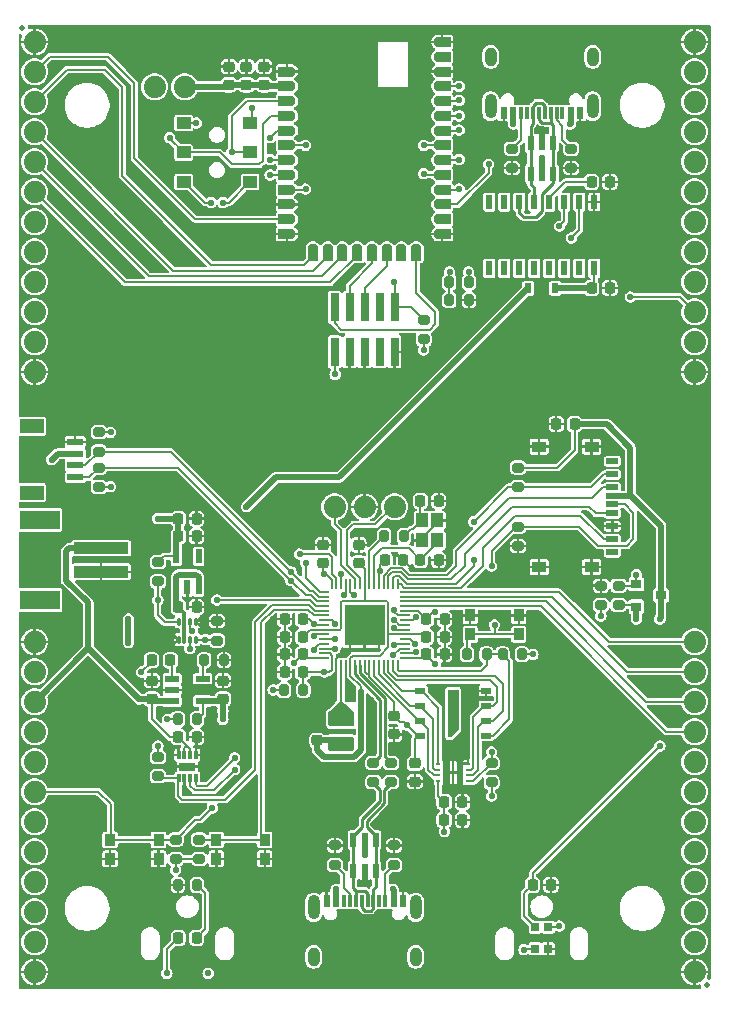
<source format=gtl>
%TF.GenerationSoftware,KiCad,Pcbnew,8.0.3*%
%TF.CreationDate,2024-07-24T15:17:42-06:00*%
%TF.ProjectId,SparkFun_IoT_Node_LoRaWAN,53706172-6b46-4756-9e5f-496f545f4e6f,v02*%
%TF.SameCoordinates,Original*%
%TF.FileFunction,Copper,L1,Top*%
%TF.FilePolarity,Positive*%
%FSLAX46Y46*%
G04 Gerber Fmt 4.6, Leading zero omitted, Abs format (unit mm)*
G04 Created by KiCad (PCBNEW 8.0.3) date 2024-07-24 15:17:42*
%MOMM*%
%LPD*%
G01*
G04 APERTURE LIST*
G04 Aperture macros list*
%AMRoundRect*
0 Rectangle with rounded corners*
0 $1 Rounding radius*
0 $2 $3 $4 $5 $6 $7 $8 $9 X,Y pos of 4 corners*
0 Add a 4 corners polygon primitive as box body*
4,1,4,$2,$3,$4,$5,$6,$7,$8,$9,$2,$3,0*
0 Add four circle primitives for the rounded corners*
1,1,$1+$1,$2,$3*
1,1,$1+$1,$4,$5*
1,1,$1+$1,$6,$7*
1,1,$1+$1,$8,$9*
0 Add four rect primitives between the rounded corners*
20,1,$1+$1,$2,$3,$4,$5,0*
20,1,$1+$1,$4,$5,$6,$7,0*
20,1,$1+$1,$6,$7,$8,$9,0*
20,1,$1+$1,$8,$9,$2,$3,0*%
%AMFreePoly0*
4,1,14,-0.725000,0.420000,0.305000,0.420000,0.434787,0.399444,0.551870,0.339787,0.644787,0.246870,0.704444,0.129787,0.725000,0.000000,0.704444,-0.129787,0.644787,-0.246870,0.551870,-0.339787,0.434787,-0.399444,0.305000,-0.420000,-0.725000,-0.420000,-0.725000,0.420000,-0.725000,0.420000,$1*%
G04 Aperture macros list end*
%TA.AperFunction,EtchedComponent*%
%ADD10C,0.000000*%
%TD*%
%TA.AperFunction,SMDPad,CuDef*%
%ADD11R,0.850000X0.500000*%
%TD*%
%TA.AperFunction,SMDPad,CuDef*%
%ADD12RoundRect,0.225000X0.225000X0.250000X-0.225000X0.250000X-0.225000X-0.250000X0.225000X-0.250000X0*%
%TD*%
%TA.AperFunction,SMDPad,CuDef*%
%ADD13R,3.500000X3.500000*%
%TD*%
%TA.AperFunction,SMDPad,CuDef*%
%ADD14RoundRect,0.040000X0.060000X-0.397500X0.060000X0.397500X-0.060000X0.397500X-0.060000X-0.397500X0*%
%TD*%
%TA.AperFunction,SMDPad,CuDef*%
%ADD15RoundRect,0.040000X-0.060000X0.397500X-0.060000X-0.397500X0.060000X-0.397500X0.060000X0.397500X0*%
%TD*%
%TA.AperFunction,SMDPad,CuDef*%
%ADD16RoundRect,0.040000X0.397500X0.060000X-0.397500X0.060000X-0.397500X-0.060000X0.397500X-0.060000X0*%
%TD*%
%TA.AperFunction,SMDPad,CuDef*%
%ADD17RoundRect,0.040000X-0.397500X-0.060000X0.397500X-0.060000X0.397500X0.060000X-0.397500X0.060000X0*%
%TD*%
%TA.AperFunction,SMDPad,CuDef*%
%ADD18RoundRect,0.200000X-0.275000X0.200000X-0.275000X-0.200000X0.275000X-0.200000X0.275000X0.200000X0*%
%TD*%
%TA.AperFunction,SMDPad,CuDef*%
%ADD19RoundRect,0.225000X0.250000X-0.225000X0.250000X0.225000X-0.250000X0.225000X-0.250000X-0.225000X0*%
%TD*%
%TA.AperFunction,SMDPad,CuDef*%
%ADD20RoundRect,0.225000X-0.225000X-0.250000X0.225000X-0.250000X0.225000X0.250000X-0.225000X0.250000X0*%
%TD*%
%TA.AperFunction,SMDPad,CuDef*%
%ADD21R,1.200000X0.550000*%
%TD*%
%TA.AperFunction,SMDPad,CuDef*%
%ADD22RoundRect,0.200000X-0.200000X-0.275000X0.200000X-0.275000X0.200000X0.275000X-0.200000X0.275000X0*%
%TD*%
%TA.AperFunction,SMDPad,CuDef*%
%ADD23RoundRect,0.225000X-0.250000X0.225000X-0.250000X-0.225000X0.250000X-0.225000X0.250000X0.225000X0*%
%TD*%
%TA.AperFunction,SMDPad,CuDef*%
%ADD24RoundRect,0.200000X0.275000X-0.200000X0.275000X0.200000X-0.275000X0.200000X-0.275000X-0.200000X0*%
%TD*%
%TA.AperFunction,SMDPad,CuDef*%
%ADD25R,0.900000X1.000000*%
%TD*%
%TA.AperFunction,SMDPad,CuDef*%
%ADD26RoundRect,0.200000X0.200000X0.275000X-0.200000X0.275000X-0.200000X-0.275000X0.200000X-0.275000X0*%
%TD*%
%TA.AperFunction,SMDPad,CuDef*%
%ADD27C,0.500000*%
%TD*%
%TA.AperFunction,SMDPad,CuDef*%
%ADD28R,1.000000X1.200000*%
%TD*%
%TA.AperFunction,ComponentPad*%
%ADD29C,1.879600*%
%TD*%
%TA.AperFunction,SMDPad,CuDef*%
%ADD30FreePoly0,180.000000*%
%TD*%
%TA.AperFunction,SMDPad,CuDef*%
%ADD31FreePoly0,90.000000*%
%TD*%
%TA.AperFunction,SMDPad,CuDef*%
%ADD32FreePoly0,0.000000*%
%TD*%
%TA.AperFunction,SMDPad,CuDef*%
%ADD33R,0.900000X0.800000*%
%TD*%
%TA.AperFunction,SMDPad,CuDef*%
%ADD34RoundRect,0.250000X0.850000X-0.375000X0.850000X0.375000X-0.850000X0.375000X-0.850000X-0.375000X0*%
%TD*%
%TA.AperFunction,SMDPad,CuDef*%
%ADD35R,0.300000X0.700000*%
%TD*%
%TA.AperFunction,SMDPad,CuDef*%
%ADD36R,1.380000X0.800000*%
%TD*%
%TA.AperFunction,SMDPad,CuDef*%
%ADD37R,0.550000X1.200000*%
%TD*%
%TA.AperFunction,SMDPad,CuDef*%
%ADD38RoundRect,0.050000X0.100000X-0.285000X0.100000X0.285000X-0.100000X0.285000X-0.100000X-0.285000X0*%
%TD*%
%TA.AperFunction,SMDPad,CuDef*%
%ADD39R,0.600000X1.200000*%
%TD*%
%TA.AperFunction,SMDPad,CuDef*%
%ADD40R,0.400000X0.250000*%
%TD*%
%TA.AperFunction,SMDPad,CuDef*%
%ADD41R,0.200000X1.600000*%
%TD*%
%TA.AperFunction,SMDPad,CuDef*%
%ADD42R,1.150000X1.000000*%
%TD*%
%TA.AperFunction,SMDPad,CuDef*%
%ADD43R,1.000000X0.500000*%
%TD*%
%TA.AperFunction,SMDPad,CuDef*%
%ADD44R,1.200000X0.950000*%
%TD*%
%TA.AperFunction,SMDPad,CuDef*%
%ADD45R,0.740000X2.380000*%
%TD*%
%TA.AperFunction,SMDPad,CuDef*%
%ADD46R,0.300000X1.000000*%
%TD*%
%TA.AperFunction,SMDPad,CuDef*%
%ADD47R,0.600000X1.000000*%
%TD*%
%TA.AperFunction,ComponentPad*%
%ADD48O,1.000000X1.600000*%
%TD*%
%TA.AperFunction,ComponentPad*%
%ADD49O,1.000000X2.100000*%
%TD*%
%TA.AperFunction,SMDPad,CuDef*%
%ADD50R,1.350000X0.600000*%
%TD*%
%TA.AperFunction,SMDPad,CuDef*%
%ADD51R,2.000000X1.200000*%
%TD*%
%TA.AperFunction,SMDPad,CuDef*%
%ADD52R,4.600000X1.000000*%
%TD*%
%TA.AperFunction,SMDPad,CuDef*%
%ADD53R,3.400000X1.600000*%
%TD*%
%TA.AperFunction,SMDPad,CuDef*%
%ADD54R,0.630000X0.830000*%
%TD*%
%TA.AperFunction,SMDPad,CuDef*%
%ADD55RoundRect,0.218750X0.218750X0.256250X-0.218750X0.256250X-0.218750X-0.256250X0.218750X-0.256250X0*%
%TD*%
%TA.AperFunction,SMDPad,CuDef*%
%ADD56R,0.700000X0.700000*%
%TD*%
%TA.AperFunction,ViaPad*%
%ADD57C,0.560000*%
%TD*%
%TA.AperFunction,Conductor*%
%ADD58C,0.200000*%
%TD*%
%TA.AperFunction,Conductor*%
%ADD59C,0.232600*%
%TD*%
%TA.AperFunction,Conductor*%
%ADD60C,0.500000*%
%TD*%
%TA.AperFunction,Conductor*%
%ADD61C,0.300000*%
%TD*%
G04 APERTURE END LIST*
D10*
%TA.AperFunction,EtchedComponent*%
%TO.C,U2*%
G36*
X7955000Y-18910355D02*
G01*
X7340355Y-19525000D01*
X7045000Y-19525000D01*
X7045000Y-15475000D01*
X7955000Y-15475000D01*
X7955000Y-18910355D01*
G37*
%TD.AperFunction*%
%TD*%
D11*
%TO.P,U2,8,VCC*%
%TO.N,3.3V*%
X4725000Y-19405000D03*
%TO.P,U2,7,D3/~{HOLD}*%
%TO.N,QSPI_D3*%
X4725000Y-18135000D03*
%TO.P,U2,6,CLK*%
%TO.N,QSPI_SCLK*%
X4725000Y-16865000D03*
%TO.P,U2,5,D0/DI*%
%TO.N,QSPI_D0*%
X4725000Y-15595000D03*
%TO.P,U2,4,GND*%
%TO.N,GND*%
X10275000Y-15595000D03*
%TO.P,U2,3,D2/~{WP}*%
%TO.N,QSPI_D2*%
X10275000Y-16865000D03*
%TO.P,U2,2,D1/DO*%
%TO.N,QSPI_D1*%
X10275000Y-18135000D03*
%TO.P,U2,1,~{CS}*%
%TO.N,QSPI_~{CS}*%
X10275000Y-19405000D03*
%TD*%
D12*
%TO.P,C2,1*%
%TO.N,GND*%
X6275000Y-4500000D03*
%TO.P,C2,2*%
%TO.N,Net-(U1-XIN)*%
X4725000Y-4500000D03*
%TD*%
D13*
%TO.P,U1,EPAD,GND*%
%TO.N,GND*%
X0Y-10000000D03*
D14*
%TO.P,U1,60,QSPI_~{CS}*%
%TO.N,QSPI_~{CS}*%
X2800000Y-13436500D03*
%TO.P,U1,59,QSPI_SD1*%
%TO.N,QSPI_D1*%
X2400000Y-13436500D03*
%TO.P,U1,58,QSPI_SD2*%
%TO.N,QSPI_D2*%
X2000000Y-13436500D03*
%TO.P,U1,57,QSPI_SD0*%
%TO.N,QSPI_D0*%
X1600000Y-13436500D03*
%TO.P,U1,56,QSPI_SCLK*%
%TO.N,QSPI_SCLK*%
X1200000Y-13436500D03*
D15*
%TO.P,U1,55,QSPI_SD3*%
%TO.N,QSPI_D3*%
X800000Y-13436500D03*
%TO.P,U1,54,QSPI_IOVDD*%
%TO.N,3.3V*%
X400000Y-13436500D03*
%TO.P,U1,53,USB_OTP_VDD*%
X0Y-13436500D03*
%TO.P,U1,52,USB_D+*%
%TO.N,RP2350_USB_D+*%
X-400000Y-13436500D03*
%TO.P,U1,51,USB_D-*%
%TO.N,RP2350_USB_D-*%
X-800000Y-13436500D03*
%TO.P,U1,50,VREG_FB*%
%TO.N,1.1V*%
X-1200000Y-13436500D03*
D14*
%TO.P,U1,49,VREG_VIN*%
%TO.N,3.3V*%
X-1600000Y-13436500D03*
D15*
%TO.P,U1,48,VREG_LX*%
%TO.N,Net-(U1-VREG_LX)*%
X-2000000Y-13436500D03*
%TO.P,U1,47,VREG_PGND*%
%TO.N,GND*%
X-2400000Y-13436500D03*
%TO.P,U1,46,VREG_AVDD*%
%TO.N,VDDA*%
X-2800000Y-13436500D03*
D16*
%TO.P,U1,45,IOVDD*%
%TO.N,3.3V*%
X-3436500Y-12800000D03*
%TO.P,U1,44,ADC_AVDD*%
%TO.N,VDDA*%
X-3436500Y-12400000D03*
%TO.P,U1,43,GPIO29/ADC3*%
%TO.N,RP2350_IO29*%
X-3436500Y-12000000D03*
D17*
%TO.P,U1,42,GPIO28/ADC2*%
%TO.N,RP2350_IO28*%
X-3436500Y-11600000D03*
D16*
%TO.P,U1,41,GPIO27/ADC1*%
%TO.N,RP2350_IO27*%
X-3436500Y-11200000D03*
%TO.P,U1,40,GPIO26/ADC0*%
%TO.N,RP2350_IO26*%
X-3436500Y-10800000D03*
%TO.P,U1,39,DVDD*%
%TO.N,1.1V*%
X-3436500Y-10400000D03*
%TO.P,U1,38,IOVDD*%
%TO.N,3.3V*%
X-3436500Y-10000000D03*
%TO.P,U1,37,GPIO25*%
%TO.N,LED_IN*%
X-3436500Y-9600000D03*
%TO.P,U1,36,GPIO24*%
%TO.N,USER_BUTTON*%
X-3436500Y-9200000D03*
D17*
%TO.P,U1,35,GPIO23*%
%TO.N,FUEL_GAUGE_~{ALRT}*%
X-3436500Y-8800000D03*
D16*
%TO.P,U1,34,GPIO22*%
%TO.N,BAT_POWER*%
X-3436500Y-8400000D03*
%TO.P,U1,33,GPIO21*%
%TO.N,SCL*%
X-3436500Y-8000000D03*
%TO.P,U1,32,GPIO20*%
%TO.N,SDA*%
X-3436500Y-7600000D03*
%TO.P,U1,31,GPIO19*%
%TO.N,RP2350_RX*%
X-3436500Y-7200000D03*
D14*
%TO.P,U1,30,IOVDD*%
%TO.N,3.3V*%
X-2800000Y-6563500D03*
%TO.P,U1,29,GPIO18*%
%TO.N,RP2350_TX*%
X-2400000Y-6563500D03*
D15*
%TO.P,U1,28,GPIO17*%
%TO.N,SD_DET*%
X-2000000Y-6563500D03*
D14*
%TO.P,U1,27,GPIO16*%
%TO.N,PERIPHERAL_POWER*%
X-1600000Y-6563500D03*
%TO.P,U1,26,RUN*%
%TO.N,~{RESET}*%
X-1200000Y-6563500D03*
%TO.P,U1,25,SWDIO*%
%TO.N,RP2350_SWDIO*%
X-800000Y-6563500D03*
%TO.P,U1,24,SWCLK*%
%TO.N,RP2350_SWCLK*%
X-400000Y-6563500D03*
%TO.P,U1,23,DVDD*%
%TO.N,1.1V*%
X0Y-6563500D03*
%TO.P,U1,22,XOUT*%
%TO.N,Net-(U1-XOUT)*%
X400000Y-6563500D03*
D15*
%TO.P,U1,21,XIN*%
%TO.N,Net-(U1-XIN)*%
X800000Y-6563500D03*
D14*
%TO.P,U1,20,IOVDD*%
%TO.N,3.3V*%
X1200000Y-6563500D03*
%TO.P,U1,19,GPIO15*%
%TO.N,SD_PICO*%
X1600000Y-6563500D03*
%TO.P,U1,18,GPIO14*%
%TO.N,SD_SCK*%
X2000000Y-6563500D03*
%TO.P,U1,17,GPIO13*%
%TO.N,SD_~{CS}*%
X2400000Y-6563500D03*
%TO.P,U1,16,GPIO12*%
%TO.N,SD_POCI*%
X2800000Y-6563500D03*
D17*
%TO.P,U1,15,GPIO11*%
%TO.N,RP2350_IO11*%
X3436500Y-7200000D03*
D16*
%TO.P,U1,14,GPIO10*%
%TO.N,RP2350_IO10*%
X3436500Y-7600000D03*
D17*
%TO.P,U1,13,GPIO9*%
%TO.N,RP2350_IO9*%
X3436500Y-8000000D03*
%TO.P,U1,12,GPIO8*%
%TO.N,RP2350_IO8*%
X3436500Y-8400000D03*
%TO.P,U1,11,IOVDD*%
%TO.N,3.3V*%
X3436500Y-8800000D03*
%TO.P,U1,10,GPIO7*%
%TO.N,RP2350_IO7*%
X3436500Y-9200000D03*
%TO.P,U1,9,GPIO6*%
%TO.N,RP2350_IO6*%
X3436500Y-9600000D03*
%TO.P,U1,8,GPIO5*%
%TO.N,RP2350_IO5*%
X3436500Y-10000000D03*
D16*
%TO.P,U1,7,GPIO4*%
%TO.N,RP2350_IO4*%
X3436500Y-10400000D03*
D17*
%TO.P,U1,6,DVDD*%
%TO.N,1.1V*%
X3436500Y-10800000D03*
%TO.P,U1,5,GPIO3*%
%TO.N,RP2350_IO3*%
X3436500Y-11200000D03*
%TO.P,U1,4,GPIO2*%
%TO.N,RP2350_IO2*%
X3436500Y-11600000D03*
%TO.P,U1,3,GPIO1*%
%TO.N,RP2350_IO1*%
X3436500Y-12000000D03*
%TO.P,U1,2,GPIO0*%
%TO.N,PSRAM_~{CS}*%
X3436500Y-12400000D03*
%TO.P,U1,1,IOVDD*%
%TO.N,3.3V*%
X3436500Y-12800000D03*
%TD*%
D18*
%TO.P,R24,1*%
%TO.N,3.3V_P*%
X13000000Y3325000D03*
%TO.P,R24,2*%
%TO.N,SD_~{CS}*%
X13000000Y1675000D03*
%TD*%
D19*
%TO.P,C29,1*%
%TO.N,VBATT*%
X-18000000Y-16275000D03*
%TO.P,C29,2*%
%TO.N,GND*%
X-18000000Y-14725000D03*
%TD*%
D20*
%TO.P,C21,1*%
%TO.N,V3*%
X19225000Y27500000D03*
%TO.P,C21,2*%
%TO.N,GND*%
X20775000Y27500000D03*
%TD*%
D21*
%TO.P,U8,1,STAT*%
%TO.N,Net-(D6-K)*%
X-16300100Y-14550000D03*
%TO.P,U8,2,GND*%
%TO.N,GND*%
X-16300100Y-15500000D03*
%TO.P,U8,3,V_{BAT}*%
%TO.N,VBATT*%
X-16300100Y-16450000D03*
%TO.P,U8,4,VIN*%
%TO.N,VUSB*%
X-13699900Y-16450000D03*
%TO.P,U8,5,PROG*%
%TO.N,Net-(U8-PROG)*%
X-13699900Y-14550000D03*
%TD*%
D22*
%TO.P,R7,1*%
%TO.N,~{BOOT}*%
X8675000Y-12500000D03*
%TO.P,R7,2*%
%TO.N,QSPI_~{CS}*%
X10325000Y-12500000D03*
%TD*%
D12*
%TO.P,C13,1*%
%TO.N,1.1V*%
X-5225000Y-11000000D03*
%TO.P,C13,2*%
%TO.N,GND*%
X-6775000Y-11000000D03*
%TD*%
%TO.P,C5,1*%
%TO.N,GND*%
X6275000Y500000D03*
%TO.P,C5,2*%
%TO.N,Net-(C5-Pad2)*%
X4725000Y500000D03*
%TD*%
D19*
%TO.P,C8,1*%
%TO.N,3.3V*%
X-3500000Y-4775000D03*
%TO.P,C8,2*%
%TO.N,GND*%
X-3500000Y-3225000D03*
%TD*%
D23*
%TO.P,C17,1*%
%TO.N,3.3V*%
X4250000Y-21725000D03*
%TO.P,C17,2*%
%TO.N,GND*%
X4250000Y-23275000D03*
%TD*%
D24*
%TO.P,R18,1*%
%TO.N,Net-(JP4-A)*%
X20000000Y-8325000D03*
%TO.P,R18,2*%
%TO.N,GND*%
X20000000Y-6675000D03*
%TD*%
D18*
%TO.P,R6,1*%
%TO.N,RP2350_USB_D-*%
X750000Y-21675000D03*
%TO.P,R6,2*%
%TO.N,/USB_D-*%
X750000Y-23325000D03*
%TD*%
D25*
%TO.P,SW2,2,2*%
%TO.N,USER_BUTTON*%
X-12550000Y-28200000D03*
X-8450000Y-28200000D03*
%TO.P,SW2,1,1*%
%TO.N,GND*%
X-12550000Y-29800000D03*
X-8450000Y-29800000D03*
%TD*%
D19*
%TO.P,C23,1*%
%TO.N,3.3V_XBLR*%
X-8500000Y35725000D03*
%TO.P,C23,2*%
%TO.N,GND*%
X-8500000Y37275000D03*
%TD*%
D26*
%TO.P,R1,1*%
%TO.N,VDDA*%
X-5175000Y-15500000D03*
%TO.P,R1,2*%
%TO.N,3.3V*%
X-6825000Y-15500000D03*
%TD*%
D18*
%TO.P,R16,1*%
%TO.N,3.3V*%
X-17500000Y-4675000D03*
%TO.P,R16,2*%
%TO.N,BAT_POWER*%
X-17500000Y-6325000D03*
%TD*%
D27*
%TO.P,FID4,*%
%TO.N,*%
X29000000Y-40500000D03*
%TD*%
D19*
%TO.P,C20,1*%
%TO.N,3.3V_XBLR*%
X-11500000Y35725000D03*
%TO.P,C20,2*%
%TO.N,GND*%
X-11500000Y37275000D03*
%TD*%
D27*
%TO.P,FID1,*%
%TO.N,*%
X-29000000Y40500000D03*
%TD*%
D24*
%TO.P,R8,1*%
%TO.N,3.3V*%
X10750000Y-23325000D03*
%TO.P,R8,2*%
%TO.N,PSRAM_~{CS}*%
X10750000Y-21675000D03*
%TD*%
D26*
%TO.P,R9,1*%
%TO.N,3.3V*%
X13325000Y-12500000D03*
%TO.P,R9,2*%
%TO.N,QSPI_~{CS}*%
X11675000Y-12500000D03*
%TD*%
D12*
%TO.P,C1,1*%
%TO.N,3.3V*%
X-5225000Y-12500000D03*
%TO.P,C1,2*%
%TO.N,GND*%
X-6775000Y-12500000D03*
%TD*%
D18*
%TO.P,R28,1*%
%TO.N,3.3V*%
X-17500000Y-21175000D03*
%TO.P,R28,2*%
%TO.N,FUEL_GAUGE_~{ALRT}*%
X-17500000Y-22825000D03*
%TD*%
%TO.P,R11,1*%
%TO.N,Net-(J3-CC2)*%
X12500000Y30325000D03*
%TO.P,R11,2*%
%TO.N,GND*%
X12500000Y28675000D03*
%TD*%
D23*
%TO.P,C3,1*%
%TO.N,3.3V*%
X2500000Y-17725000D03*
%TO.P,C3,2*%
%TO.N,GND*%
X2500000Y-19275000D03*
%TD*%
D22*
%TO.P,R14,2*%
%TO.N,GND*%
X8825000Y17500000D03*
%TO.P,R14,1*%
%TO.N,XBLR_USB_TX*%
X7175000Y17500000D03*
%TD*%
D28*
%TO.P,Y1,1,1*%
%TO.N,Net-(C5-Pad2)*%
X4850000Y-1150000D03*
%TO.P,Y1,2,2*%
%TO.N,GND*%
X4850000Y-2850000D03*
%TO.P,Y1,3,3*%
%TO.N,Net-(U1-XIN)*%
X6150000Y-2850000D03*
%TO.P,Y1,4,4*%
%TO.N,GND*%
X6150000Y-1150000D03*
%TD*%
D12*
%TO.P,C4,1*%
%TO.N,VDDA*%
X-5225000Y-14000000D03*
%TO.P,C4,2*%
%TO.N,GND*%
X-6775000Y-14000000D03*
%TD*%
%TO.P,C30,1*%
%TO.N,3.3V_P*%
X17775000Y7000000D03*
%TO.P,C30,2*%
%TO.N,GND*%
X16225000Y7000000D03*
%TD*%
D20*
%TO.P,C24,1*%
%TO.N,Net-(U7-EN)*%
X-15775000Y-8500000D03*
%TO.P,C24,2*%
%TO.N,GND*%
X-14225000Y-8500000D03*
%TD*%
D29*
%TO.P,J8,12,Pin_12*%
%TO.N,GND*%
X27940000Y11430000D03*
%TO.P,J8,11,Pin_11*%
%TO.N,XBLR_IO9*%
X27940000Y13970000D03*
%TO.P,J8,10,Pin_10*%
%TO.N,XBLR_IO8*%
X27940000Y16510000D03*
%TO.P,J8,9,Pin_9*%
%TO.N,XBLR_IO7*%
X27940000Y19050000D03*
%TO.P,J8,8,Pin_8*%
%TO.N,XBLR_IO6*%
X27940000Y21590000D03*
%TO.P,J8,7,Pin_7*%
%TO.N,XBLR_IO5*%
X27940000Y24130000D03*
%TO.P,J8,6,Pin_6*%
%TO.N,XBLR_IO4*%
X27940000Y26670000D03*
%TO.P,J8,5,Pin_5*%
%TO.N,XBLR_IO3*%
X27940000Y29210000D03*
%TO.P,J8,4,Pin_4*%
%TO.N,XBLR_IO2*%
X27940000Y31750000D03*
%TO.P,J8,3,Pin_3*%
%TO.N,XBLR_IO1*%
X27940000Y34290000D03*
%TO.P,J8,2,Pin_2*%
%TO.N,XBLR_IO0*%
X27940000Y36830000D03*
%TO.P,J8,1,Pin_1*%
%TO.N,GND*%
X27940000Y39370000D03*
%TD*%
D20*
%TO.P,C16,1*%
%TO.N,3.3V*%
X6725000Y-26500000D03*
%TO.P,C16,2*%
%TO.N,GND*%
X8275000Y-26500000D03*
%TD*%
D24*
%TO.P,R17,1*%
%TO.N,3.3V*%
X21500000Y-8325000D03*
%TO.P,R17,2*%
%TO.N,PERIPHERAL_POWER*%
X21500000Y-6675000D03*
%TD*%
D20*
%TO.P,C11,1*%
%TO.N,1.1V*%
X5225000Y-11000000D03*
%TO.P,C11,2*%
%TO.N,GND*%
X6775000Y-11000000D03*
%TD*%
D19*
%TO.P,C28,1*%
%TO.N,VUSB*%
X-12000000Y-16275000D03*
%TO.P,C28,2*%
%TO.N,GND*%
X-12000000Y-14725000D03*
%TD*%
D18*
%TO.P,R12,1*%
%TO.N,Net-(J3-CC1)*%
X17500000Y30325000D03*
%TO.P,R12,2*%
%TO.N,GND*%
X17500000Y28675000D03*
%TD*%
D24*
%TO.P,R22,1*%
%TO.N,3.3V*%
X-14000000Y-29825000D03*
%TO.P,R22,2*%
%TO.N,USER_BUTTON*%
X-14000000Y-28175000D03*
%TD*%
%TO.P,R10,1*%
%TO.N,3.3V*%
X5000000Y14175000D03*
%TO.P,R10,2*%
%TO.N,XBLR_~{RESET}*%
X5000000Y15825000D03*
%TD*%
D25*
%TO.P,SW3,1,1*%
%TO.N,GND*%
X-17450000Y-29800000D03*
X-21550000Y-29800000D03*
%TO.P,SW3,2,2*%
%TO.N,~{RESET}*%
X-17450000Y-28200000D03*
X-21550000Y-28200000D03*
%TD*%
D26*
%TO.P,R13,2*%
%TO.N,XBLR_USB_TX*%
X7175000Y19000000D03*
%TO.P,R13,1*%
%TO.N,Net-(U5-TXD)*%
X8825000Y19000000D03*
%TD*%
D22*
%TO.P,R21,1*%
%TO.N,Net-(U8-PROG)*%
X-13575000Y-13000000D03*
%TO.P,R21,2*%
%TO.N,GND*%
X-11925000Y-13000000D03*
%TD*%
D24*
%TO.P,R3,1*%
%TO.N,Net-(J1-CC2)*%
X2500000Y-30325000D03*
%TO.P,R3,2*%
%TO.N,GND*%
X2500000Y-28675000D03*
%TD*%
D20*
%TO.P,C18,1*%
%TO.N,3.3V*%
X6725000Y-25000000D03*
%TO.P,C18,2*%
%TO.N,GND*%
X8275000Y-25000000D03*
%TD*%
%TO.P,C27,1*%
%TO.N,3.3V_P*%
X14225000Y-32000000D03*
%TO.P,C27,2*%
%TO.N,GND*%
X15775000Y-32000000D03*
%TD*%
D19*
%TO.P,C15,1*%
%TO.N,1.1V*%
X-4000000Y-19775000D03*
%TO.P,C15,2*%
%TO.N,GND*%
X-4000000Y-18225000D03*
%TD*%
D30*
%TO.P,U4,34,GND*%
%TO.N,GND*%
X6550000Y39350000D03*
%TO.P,U4,33,RF*%
%TO.N,unconnected-(U4-RF-Pad33)*%
X6550000Y38100000D03*
%TO.P,U4,32,GND*%
%TO.N,GND*%
X6550000Y36850000D03*
%TO.P,U4,31,COMM/AD0/DIO0*%
%TO.N,XBLR_IO0*%
X6550000Y35600000D03*
%TO.P,U4,30,AD1/DIO1*%
%TO.N,XBLR_IO1*%
X6550000Y34350000D03*
%TO.P,U4,29,AD2/DIO2*%
%TO.N,XBLR_IO2*%
X6550000Y33100000D03*
%TO.P,U4,28,AD3/DIO3*%
%TO.N,XBLR_IO3*%
X6550000Y31850000D03*
%TO.P,U4,27,~{RTS}/DIO6*%
%TO.N,XBLR_IO6*%
X6550000Y30600000D03*
%TO.P,U4,26,ASSOC/DIO5*%
%TO.N,XBLR_IO5*%
X6550000Y29350000D03*
%TO.P,U4,25,ON/~{SLP}/DIO9*%
%TO.N,XBLR_IO9*%
X6550000Y28100000D03*
%TO.P,U4,24,~{CTS}/DIO7*%
%TO.N,XBLR_IO7*%
X6550000Y26850000D03*
%TO.P,U4,23,DIO4*%
%TO.N,XBLR_IO4*%
X6550000Y25600000D03*
%TO.P,U4,22,SWCLK_1*%
%TO.N,unconnected-(U4-SWCLK_1-Pad22)*%
X6550000Y24350000D03*
%TO.P,U4,21,GND*%
%TO.N,GND*%
X6550000Y23100000D03*
D31*
%TO.P,U4,20,JTMS/SWDIO_0*%
%TO.N,XBLR_SWDIO*%
X4370000Y21570000D03*
%TO.P,U4,19,JTDI/SWDIO_1*%
%TO.N,unconnected-(U4-JTDI{slash}SWDIO_1-Pad19)*%
X3120000Y21570000D03*
%TO.P,U4,18,JTDO/SWO_0*%
%TO.N,XBLR_SWO*%
X1870000Y21570000D03*
%TO.P,U4,17,JTCK/SWCLK_0*%
%TO.N,XBLR_SWCLK*%
X620000Y21570000D03*
%TO.P,U4,16,SPI_MISO/DIO15*%
%TO.N,XBLR_IO15*%
X-630000Y21570000D03*
%TO.P,U4,15,SPI_MOSI/DIO16*%
%TO.N,XBLR_IO16*%
X-1880000Y21570000D03*
%TO.P,U4,14,SPI_~{SSEL}/DIO17*%
%TO.N,XBLR_IO17*%
X-3130000Y21570000D03*
%TO.P,U4,13,SPI_SCLK/DIO18*%
%TO.N,XBLR_IO18*%
X-4380000Y21570000D03*
D32*
%TO.P,U4,12,GND*%
%TO.N,GND*%
X-6550000Y23100000D03*
%TO.P,U4,11,~{ATTN}/DIO19*%
%TO.N,XBLR_IO19*%
X-6550000Y24350000D03*
%TO.P,U4,10,GND*%
%TO.N,GND*%
X-6550000Y25600000D03*
%TO.P,U4,9,~{DTR}/DIO8*%
%TO.N,XBLR_IO8*%
X-6550000Y26850000D03*
%TO.P,U4,8,PWM1/DIO11*%
%TO.N,XBLR_IO11*%
X-6550000Y28100000D03*
%TO.P,U4,7,PWM0/RSSI/DIO10*%
%TO.N,XBLR_IO10*%
X-6550000Y29350000D03*
%TO.P,U4,6,~{RESET}*%
%TO.N,XBLR_~{RESET}*%
X-6550000Y30600000D03*
%TO.P,U4,5,DIO12*%
%TO.N,XBLR_IO12*%
X-6550000Y31850000D03*
%TO.P,U4,4,DIN/~{CONFIG}/DIO14*%
%TO.N,XBLR_RX{slash}IO14*%
X-6550000Y33100000D03*
%TO.P,U4,3,DOUT/DIO13*%
%TO.N,XBLR_TX{slash}IO13*%
X-6550000Y34350000D03*
%TO.P,U4,2,VCC*%
%TO.N,3.3V_XBLR*%
X-6550000Y35600000D03*
%TO.P,U4,1,GND*%
%TO.N,GND*%
X-6550000Y36850000D03*
%TD*%
D24*
%TO.P,R27,1*%
%TO.N,Net-(JP7-A)*%
X-22500000Y1675000D03*
%TO.P,R27,2*%
%TO.N,SCL*%
X-22500000Y3325000D03*
%TD*%
D20*
%TO.P,C26,2*%
%TO.N,GND*%
X-14225000Y-1000000D03*
%TO.P,C26,1*%
%TO.N,3.3V*%
X-15775000Y-1000000D03*
%TD*%
D33*
%TO.P,Q1,3,D*%
%TO.N,3.3V_P*%
X25100000Y-7500000D03*
%TO.P,Q1,2,S*%
%TO.N,3.3V*%
X23000000Y-8450000D03*
%TO.P,Q1,1,G*%
%TO.N,PERIPHERAL_POWER*%
X23000000Y-6550000D03*
%TD*%
D18*
%TO.P,R26,1*%
%TO.N,Net-(JP7-B)*%
X-22500000Y6325000D03*
%TO.P,R26,2*%
%TO.N,SDA*%
X-22500000Y4675000D03*
%TD*%
D19*
%TO.P,C9,1*%
%TO.N,1.1V*%
X-500000Y-4775000D03*
%TO.P,C9,2*%
%TO.N,GND*%
X-500000Y-3225000D03*
%TD*%
D22*
%TO.P,R2,1*%
%TO.N,Net-(U1-XOUT)*%
X1675000Y-2500000D03*
%TO.P,R2,2*%
%TO.N,Net-(C5-Pad2)*%
X3325000Y-2500000D03*
%TD*%
D12*
%TO.P,C14,1*%
%TO.N,3.3V*%
X-1225000Y-16000000D03*
%TO.P,C14,2*%
%TO.N,GND*%
X-2775000Y-16000000D03*
%TD*%
%TO.P,C6,1*%
%TO.N,3.3V*%
X-5225000Y-9500000D03*
%TO.P,C6,2*%
%TO.N,GND*%
X-6775000Y-9500000D03*
%TD*%
D20*
%TO.P,C19,1*%
%TO.N,VUSB_2*%
X19225000Y18500000D03*
%TO.P,C19,2*%
%TO.N,GND*%
X20775000Y18500000D03*
%TD*%
D26*
%TO.P,R19,1*%
%TO.N,VUSB*%
X-14175000Y-18000000D03*
%TO.P,R19,2*%
%TO.N,Net-(JP5-A)*%
X-15825000Y-18000000D03*
%TD*%
%TO.P,R20,1*%
%TO.N,Net-(D5-K)*%
X-14175000Y-32000000D03*
%TO.P,R20,2*%
%TO.N,GND*%
X-15825000Y-32000000D03*
%TD*%
D20*
%TO.P,C25,1*%
%TO.N,3.3V*%
X-15775000Y-2500000D03*
%TO.P,C25,2*%
%TO.N,GND*%
X-14225000Y-2500000D03*
%TD*%
D18*
%TO.P,R5,1*%
%TO.N,RP2350_USB_D+*%
X2250000Y-21675000D03*
%TO.P,R5,2*%
%TO.N,/USB_D+*%
X2250000Y-23325000D03*
%TD*%
D19*
%TO.P,C22,1*%
%TO.N,3.3V_XBLR*%
X-10000000Y35725000D03*
%TO.P,C22,2*%
%TO.N,GND*%
X-10000000Y37275000D03*
%TD*%
D34*
%TO.P,L1,2,2*%
%TO.N,Net-(U1-VREG_LX)*%
X-2000000Y-17925000D03*
%TO.P,L1,1,1*%
%TO.N,1.1V*%
X-2000000Y-20075000D03*
%TD*%
D24*
%TO.P,R4,1*%
%TO.N,Net-(J1-CC1)*%
X-2500000Y-30325000D03*
%TO.P,R4,2*%
%TO.N,GND*%
X-2500000Y-28675000D03*
%TD*%
%TO.P,R15,1*%
%TO.N,~{ON}*%
X-12500000Y-11325000D03*
%TO.P,R15,2*%
%TO.N,GND*%
X-12500000Y-9675000D03*
%TD*%
D20*
%TO.P,C12,1*%
%TO.N,3.3V*%
X1725000Y-4500000D03*
%TO.P,C12,2*%
%TO.N,GND*%
X3275000Y-4500000D03*
%TD*%
%TO.P,C7,1*%
%TO.N,3.3V*%
X5225000Y-9500000D03*
%TO.P,C7,2*%
%TO.N,GND*%
X6775000Y-9500000D03*
%TD*%
%TO.P,C10,1*%
%TO.N,3.3V*%
X5225000Y-12500000D03*
%TO.P,C10,2*%
%TO.N,GND*%
X6775000Y-12500000D03*
%TD*%
D29*
%TO.P,J6,1,Pin_1*%
%TO.N,GND*%
X-27940000Y39370000D03*
%TO.P,J6,2,Pin_2*%
%TO.N,XBLR_IO19*%
X-27940000Y36830000D03*
%TO.P,J6,3,Pin_3*%
%TO.N,XBLR_IO18*%
X-27940000Y34290000D03*
%TO.P,J6,4,Pin_4*%
%TO.N,XBLR_IO17*%
X-27940000Y31750000D03*
%TO.P,J6,5,Pin_5*%
%TO.N,XBLR_IO16*%
X-27940000Y29210000D03*
%TO.P,J6,6,Pin_6*%
%TO.N,XBLR_IO15*%
X-27940000Y26670000D03*
%TO.P,J6,7,Pin_7*%
%TO.N,XBLR_RX{slash}IO14*%
X-27940000Y24130000D03*
%TO.P,J6,8,Pin_8*%
%TO.N,XBLR_TX{slash}IO13*%
X-27940000Y21590000D03*
%TO.P,J6,9,Pin_9*%
%TO.N,XBLR_IO12*%
X-27940000Y19050000D03*
%TO.P,J6,10,Pin_10*%
%TO.N,XBLR_IO11*%
X-27940000Y16510000D03*
%TO.P,J6,11,Pin_11*%
%TO.N,XBLR_IO10*%
X-27940000Y13970000D03*
%TO.P,J6,12,Pin_12*%
%TO.N,GND*%
X-27940000Y11430000D03*
%TD*%
D18*
%TO.P,R23,1*%
%TO.N,SD_DET*%
X13000000Y-1675000D03*
%TO.P,R23,2*%
%TO.N,GND*%
X13000000Y-3325000D03*
%TD*%
D20*
%TO.P,C31,1*%
%TO.N,VBATT*%
X-15775000Y-19500000D03*
%TO.P,C31,2*%
%TO.N,GND*%
X-14225000Y-19500000D03*
%TD*%
D24*
%TO.P,R25,2*%
%TO.N,~{RESET}*%
X-16000000Y-28175000D03*
%TO.P,R25,1*%
%TO.N,3.3V*%
X-16000000Y-29825000D03*
%TD*%
D35*
%TO.P,U9,1,CTG*%
%TO.N,GND*%
X-14250000Y-21010000D03*
%TO.P,U9,2,CELL*%
%TO.N,VBATT*%
X-14750000Y-21010000D03*
%TO.P,U9,3,VDD*%
X-15250000Y-21010000D03*
%TO.P,U9,4,GND*%
%TO.N,GND*%
X-15750000Y-21010000D03*
%TO.P,U9,5,~{ALRT}*%
%TO.N,FUEL_GAUGE_~{ALRT}*%
X-15750000Y-22990000D03*
%TO.P,U9,6,QSTRT*%
%TO.N,GND*%
X-15250000Y-22990000D03*
%TO.P,U9,7,SCL*%
%TO.N,SCL*%
X-14750000Y-22990000D03*
%TO.P,U9,8,SDA*%
%TO.N,SDA*%
X-14250000Y-22990000D03*
D36*
%TO.P,U9,9,GND*%
%TO.N,GND*%
X-15000000Y-22000000D03*
%TD*%
D37*
%TO.P,U7,1,VIN*%
%TO.N,Net-(U7-EN)*%
X-15950000Y-6800100D03*
%TO.P,U7,2,GND*%
%TO.N,GND*%
X-15000000Y-6800100D03*
%TO.P,U7,3,EN*%
%TO.N,Net-(U7-EN)*%
X-14050000Y-6800100D03*
%TO.P,U7,4,NC*%
%TO.N,unconnected-(U7-NC-Pad4)*%
X-14050000Y-4199900D03*
%TO.P,U7,5,VOUT*%
%TO.N,3.3V*%
X-15950000Y-4199900D03*
%TD*%
D38*
%TO.P,U6,1,GND*%
%TO.N,GND*%
X-15750000Y-11240000D03*
%TO.P,U6,2,VOUT*%
%TO.N,Net-(U7-EN)*%
X-15250000Y-11240000D03*
%TO.P,U6,3,VIN1*%
%TO.N,VBATT*%
X-14750000Y-11240000D03*
%TO.P,U6,4,~{ON}*%
%TO.N,~{ON}*%
X-14250000Y-11240000D03*
%TO.P,U6,5,GND*%
%TO.N,GND*%
X-14250000Y-9760000D03*
%TO.P,U6,6,VIN2*%
%TO.N,VUSB*%
X-14750000Y-9760000D03*
%TO.P,U6,7,VOUT*%
%TO.N,Net-(U7-EN)*%
X-15250000Y-9760000D03*
%TO.P,U6,8,ST*%
%TO.N,BAT_POWER*%
X-15750000Y-9760000D03*
%TD*%
D39*
%TO.P,U5,1,GND*%
%TO.N,GND*%
X19445000Y25800000D03*
%TO.P,U5,2,TXD*%
%TO.N,Net-(U5-TXD)*%
X18175000Y25800000D03*
%TO.P,U5,3,RXD*%
%TO.N,XBLR_USB_RX*%
X16905000Y25800000D03*
%TO.P,U5,4,V3*%
%TO.N,V3*%
X15635000Y25800000D03*
%TO.P,U5,5,UD+*%
%TO.N,XBLR_USB_D+*%
X14365000Y25800000D03*
%TO.P,U5,6,UD-*%
%TO.N,XBLR_USB_D-*%
X13095000Y25800000D03*
%TO.P,U5,7,NC*%
%TO.N,unconnected-(U5-NC-Pad7)*%
X11825000Y25800000D03*
%TO.P,U5,8,NC*%
%TO.N,unconnected-(U5-NC-Pad8)*%
X10555000Y25800000D03*
%TO.P,U5,9,~{CTS}*%
%TO.N,unconnected-(U5-~{CTS}-Pad9)*%
X10555000Y20200000D03*
%TO.P,U5,10,~{DSR}*%
%TO.N,unconnected-(U5-~{DSR}-Pad10)*%
X11825000Y20200000D03*
%TO.P,U5,11,~{RI}*%
%TO.N,unconnected-(U5-~{RI}-Pad11)*%
X13095000Y20200000D03*
%TO.P,U5,12,~{DCD}*%
%TO.N,unconnected-(U5-~{DCD}-Pad12)*%
X14365000Y20200000D03*
%TO.P,U5,13,~{DTR}*%
%TO.N,unconnected-(U5-~{DTR}-Pad13)*%
X15635000Y20200000D03*
%TO.P,U5,14,~{RTS}*%
%TO.N,unconnected-(U5-~{RTS}-Pad14)*%
X16905000Y20200000D03*
%TO.P,U5,15,R232*%
%TO.N,unconnected-(U5-R232-Pad15)*%
X18175000Y20200000D03*
%TO.P,U5,16,VCC*%
%TO.N,VUSB_2*%
X19445000Y20200000D03*
%TD*%
D40*
%TO.P,U3,1,~{CS}*%
%TO.N,PSRAM_~{CS}*%
X8750000Y-23250000D03*
%TO.P,U3,2,D1/DO*%
%TO.N,QSPI_D1*%
X8750000Y-22750000D03*
%TO.P,U3,3,D2/~{WP}*%
%TO.N,QSPI_D2*%
X8750000Y-22250000D03*
%TO.P,U3,4,GND*%
%TO.N,GND*%
X8750000Y-21750000D03*
%TO.P,U3,5,D0/DI*%
%TO.N,QSPI_D0*%
X6250000Y-21750000D03*
%TO.P,U3,6,CLK*%
%TO.N,QSPI_SCLK*%
X6250000Y-22250000D03*
%TO.P,U3,7,D3/~{HOLD}*%
%TO.N,QSPI_D3*%
X6250000Y-22750000D03*
%TO.P,U3,8,VCC*%
%TO.N,3.3V*%
X6250000Y-23250000D03*
D41*
%TO.P,U3,9,GND*%
%TO.N,GND*%
X7500000Y-22500000D03*
%TD*%
D42*
%TO.P,SW1,1,A*%
%TO.N,RP2350_TX*%
X-15325000Y27500000D03*
%TO.P,SW1,2,B*%
%TO.N,XBLR_RX{slash}IO14*%
X-15325000Y30000000D03*
%TO.P,SW1,3,C*%
%TO.N,XBLR_USB_TX*%
X-15325000Y32500000D03*
%TO.P,SW1,4,A*%
%TO.N,RP2350_RX*%
X-9675000Y27500000D03*
%TO.P,SW1,5,B*%
%TO.N,XBLR_TX{slash}IO13*%
X-9675000Y30000000D03*
%TO.P,SW1,6,C*%
%TO.N,XBLR_USB_RX*%
X-9675000Y32500000D03*
%TD*%
D25*
%TO.P,SW4,1,1*%
%TO.N,GND*%
X8950000Y-9200000D03*
X13050000Y-9200000D03*
%TO.P,SW4,2,2*%
%TO.N,~{BOOT}*%
X8950000Y-10800000D03*
X13050000Y-10800000D03*
%TD*%
D29*
%TO.P,JP2,1,A*%
%TO.N,3.3V*%
X-17780000Y35560000D03*
%TO.P,JP2,2,B*%
%TO.N,3.3V_XBLR*%
X-15240000Y35560000D03*
%TD*%
%TO.P,J7,1,Pin_1*%
%TO.N,RP2350_IO11*%
X27940000Y-11430000D03*
%TO.P,J7,2,Pin_2*%
%TO.N,RP2350_IO10*%
X27940000Y-13970000D03*
%TO.P,J7,3,Pin_3*%
%TO.N,RP2350_IO9*%
X27940000Y-16510000D03*
%TO.P,J7,4,Pin_4*%
%TO.N,RP2350_IO8*%
X27940000Y-19050000D03*
%TO.P,J7,5,Pin_5*%
%TO.N,RP2350_IO7*%
X27940000Y-21590000D03*
%TO.P,J7,6,Pin_6*%
%TO.N,RP2350_IO6*%
X27940000Y-24130000D03*
%TO.P,J7,7,Pin_7*%
%TO.N,RP2350_IO5*%
X27940000Y-26670000D03*
%TO.P,J7,8,Pin_8*%
%TO.N,RP2350_IO4*%
X27940000Y-29210000D03*
%TO.P,J7,9,Pin_9*%
%TO.N,RP2350_IO3*%
X27940000Y-31750000D03*
%TO.P,J7,10,Pin_10*%
%TO.N,RP2350_IO2*%
X27940000Y-34290000D03*
%TO.P,J7,11,Pin_11*%
%TO.N,RP2350_IO1*%
X27940000Y-36830000D03*
%TO.P,J7,12,Pin_12*%
%TO.N,GND*%
X27940000Y-39370000D03*
%TD*%
%TO.P,J5,1,Pin_1*%
%TO.N,GND*%
X-27940000Y-11430000D03*
%TO.P,J5,2,Pin_2*%
%TO.N,VUSB*%
X-27940000Y-13970000D03*
%TO.P,J5,3,Pin_3*%
%TO.N,VBATT*%
X-27940000Y-16510000D03*
%TO.P,J5,4,Pin_4*%
%TO.N,3.3V*%
X-27940000Y-19050000D03*
%TO.P,J5,5,Pin_5*%
%TO.N,~{ON}*%
X-27940000Y-21590000D03*
%TO.P,J5,6,Pin_6*%
%TO.N,~{RESET}*%
X-27940000Y-24130000D03*
%TO.P,J5,7,Pin_7*%
%TO.N,RP2350_IO26*%
X-27940000Y-26670000D03*
%TO.P,J5,8,Pin_8*%
%TO.N,RP2350_IO27*%
X-27940000Y-29210000D03*
%TO.P,J5,9,Pin_9*%
%TO.N,RP2350_IO28*%
X-27940000Y-31750000D03*
%TO.P,J5,10,Pin_10*%
%TO.N,RP2350_IO29*%
X-27940000Y-34290000D03*
%TO.P,J5,11,Pin_11*%
%TO.N,VDDA*%
X-27940000Y-36830000D03*
%TO.P,J5,12,Pin_12*%
%TO.N,GND*%
X-27940000Y-39370000D03*
%TD*%
D43*
%TO.P,J10,1,DAT2*%
%TO.N,unconnected-(J10-DAT2-Pad1)*%
X20975000Y3850000D03*
%TO.P,J10,2,DAT3/~{CS}*%
%TO.N,SD_~{CS}*%
X20975000Y2750000D03*
%TO.P,J10,3,CMD/SDI*%
%TO.N,SD_PICO*%
X20975000Y1650000D03*
%TO.P,J10,4,VDD*%
%TO.N,3.3V_P*%
X20975000Y900000D03*
%TO.P,J10,5,CLK/SCK*%
%TO.N,SD_SCK*%
X20975000Y-550000D03*
%TO.P,J10,6,VSS*%
%TO.N,GND*%
X20975000Y-1650000D03*
%TO.P,J10,7,DAT0/SDO*%
%TO.N,SD_POCI*%
X20975000Y-2750000D03*
%TO.P,J10,8,DAT1*%
%TO.N,unconnected-(J10-DAT1-Pad8)*%
X20975000Y-3850000D03*
%TO.P,J10,9,DET*%
%TO.N,SD_DET*%
X20975000Y200000D03*
D44*
%TO.P,J10,10,SHIELD*%
%TO.N,GND*%
X14775000Y-5100000D03*
X19225000Y-5100000D03*
X14775000Y5100000D03*
X19225000Y5100000D03*
%TD*%
D45*
%TO.P,J4,1,VCC*%
%TO.N,3.3V*%
X-2540000Y13120000D03*
%TO.P,J4,2,SWDIO*%
%TO.N,XBLR_SWDIO*%
X-2540000Y16880000D03*
%TO.P,J4,3,GND*%
%TO.N,GND*%
X-1270000Y13120000D03*
%TO.P,J4,4,SWDCLK*%
%TO.N,XBLR_SWCLK*%
X-1270000Y16880000D03*
%TO.P,J4,5,GND*%
%TO.N,GND*%
X0Y13120000D03*
%TO.P,J4,6,SWO*%
%TO.N,XBLR_SWO*%
X0Y16880000D03*
%TO.P,J4,7*%
%TO.N,N/C*%
X1270000Y13120000D03*
%TO.P,J4,8*%
X1270000Y16880000D03*
%TO.P,J4,9,GND*%
%TO.N,GND*%
X2540000Y13120000D03*
%TO.P,J4,10,~{RESET}*%
%TO.N,XBLR_~{RESET}*%
X2540000Y16880000D03*
%TD*%
D46*
%TO.P,J1,A5,CC1*%
%TO.N,Net-(J1-CC1)*%
X-1250000Y-33340000D03*
%TO.P,J1,A6,D+*%
%TO.N,/USB_D+*%
X-250000Y-33340000D03*
%TO.P,J1,A7,D-*%
%TO.N,/USB_D-*%
X250000Y-33340000D03*
%TO.P,J1,A8,NC*%
%TO.N,unconnected-(J1-NC-PadA8)*%
X1250000Y-33340000D03*
%TO.P,J1,B5,CC2*%
%TO.N,Net-(J1-CC2)*%
X1750000Y-33340000D03*
%TO.P,J1,B6,D+*%
%TO.N,/USB_D+*%
X750000Y-33340000D03*
%TO.P,J1,B7,D-*%
%TO.N,/USB_D-*%
X-750000Y-33340000D03*
%TO.P,J1,B8,NC*%
%TO.N,unconnected-(J1-NC-PadB8)*%
X-1750000Y-33340000D03*
D47*
%TO.P,J1,GND,GND*%
%TO.N,GND*%
X-3225000Y-33340000D03*
X3225000Y-33340000D03*
D48*
%TO.P,J1,NC1,NC*%
%TO.N,unconnected-(J1-NC-PadNC1)*%
X-4318000Y-38095000D03*
D49*
%TO.P,J1,NC2,NC*%
%TO.N,unconnected-(J1-NC-PadNC2)*%
X-4318000Y-33915000D03*
%TO.P,J1,NC3,NC*%
%TO.N,unconnected-(J1-NC-PadNC3)*%
X4318000Y-33915000D03*
D48*
%TO.P,J1,S,SHIELD*%
%TO.N,Net-(J1-SHIELD)*%
X4318000Y-38095000D03*
D47*
%TO.P,J1,VBUS,VBUS*%
%TO.N,VUSB*%
X-2450000Y-33340000D03*
X2450000Y-33340000D03*
%TD*%
D46*
%TO.P,J3,A5,CC1*%
%TO.N,Net-(J3-CC1)*%
X16250000Y33340000D03*
%TO.P,J3,A6,D+*%
%TO.N,XBLR_USB_D+*%
X15250000Y33340000D03*
%TO.P,J3,A7,D-*%
%TO.N,XBLR_USB_D-*%
X14750000Y33340000D03*
%TO.P,J3,A8,NC*%
%TO.N,unconnected-(J3-NC-PadA8)*%
X13750000Y33340000D03*
%TO.P,J3,B5,CC2*%
%TO.N,Net-(J3-CC2)*%
X13250000Y33340000D03*
%TO.P,J3,B6,D+*%
%TO.N,XBLR_USB_D+*%
X14250000Y33340000D03*
%TO.P,J3,B7,D-*%
%TO.N,XBLR_USB_D-*%
X15750000Y33340000D03*
%TO.P,J3,B8,NC*%
%TO.N,unconnected-(J3-NC-PadB8)*%
X16750000Y33340000D03*
D47*
%TO.P,J3,GND,GND*%
%TO.N,GND*%
X18225000Y33340000D03*
X11775000Y33340000D03*
D48*
%TO.P,J3,NC1,NC*%
%TO.N,unconnected-(J3-NC-PadNC1)*%
X19318000Y38095000D03*
D49*
%TO.P,J3,NC2,NC*%
%TO.N,unconnected-(J3-NC-PadNC2)*%
X19318000Y33915000D03*
%TO.P,J3,NC3,NC*%
%TO.N,unconnected-(J3-NC-PadNC3)*%
X10682000Y33915000D03*
D48*
%TO.P,J3,S,SHIELD*%
%TO.N,Net-(J3-SHIELD)*%
X10682000Y38095000D03*
D47*
%TO.P,J3,VBUS,VBUS*%
%TO.N,VUSB_2*%
X17450000Y33340000D03*
X12550000Y33340000D03*
%TD*%
D50*
%TO.P,J11,1,Pin_1*%
%TO.N,GND*%
X-24500000Y5500000D03*
%TO.P,J11,2,Pin_2*%
%TO.N,3.3V*%
X-24500000Y4500000D03*
%TO.P,J11,3,Pin_3*%
%TO.N,SDA*%
X-24500000Y3500000D03*
%TO.P,J11,4,Pin_4*%
%TO.N,SCL*%
X-24500000Y2500000D03*
D51*
%TO.P,J11,NC1,NC*%
%TO.N,unconnected-(J11-NC-PadNC1)*%
X-28175000Y1200000D03*
%TO.P,J11,NC2,NC*%
%TO.N,unconnected-(J11-NC-PadNC2)*%
X-28175000Y6800000D03*
%TD*%
D52*
%TO.P,J9,1,-*%
%TO.N,GND*%
X-22300000Y-5500000D03*
%TO.P,J9,2,+*%
%TO.N,VBATT*%
X-22300000Y-3500000D03*
D53*
%TO.P,J9,NC1,NC1*%
%TO.N,unconnected-(J9-PadNC1)*%
X-27500000Y-7900000D03*
%TO.P,J9,NC2,NC2*%
%TO.N,unconnected-(J9-PadNC2)*%
X-27500000Y-1100000D03*
%TD*%
D29*
%TO.P,J2,1,Pin_1*%
%TO.N,RP2350_SWCLK*%
X2540000Y0D03*
%TO.P,J2,2,Pin_2*%
%TO.N,GND*%
X0Y0D03*
%TO.P,J2,3,Pin_3*%
%TO.N,RP2350_SWDIO*%
X-2540000Y0D03*
%TD*%
D54*
%TO.P,D2,A,A*%
%TO.N,VUSB_2*%
X16150000Y18500000D03*
%TO.P,D2,C,C*%
%TO.N,VUSB*%
X13850000Y18500000D03*
%TD*%
D37*
%TO.P,D3,1,I/O1*%
%TO.N,XBLR_USB_D-*%
X15950000Y30800100D03*
%TO.P,D3,2,GND*%
%TO.N,GND*%
X15000000Y30800100D03*
%TO.P,D3,3,I/O2*%
%TO.N,XBLR_USB_D+*%
X14050000Y30800100D03*
%TO.P,D3,4,I/O3*%
X14050000Y28199900D03*
%TO.P,D3,5,VCC*%
%TO.N,VUSB_2*%
X15000000Y28200000D03*
%TO.P,D3,6,I/O4*%
%TO.N,XBLR_USB_D-*%
X15950000Y28199900D03*
%TD*%
%TO.P,D1,1,I/O1*%
%TO.N,/USB_D-*%
X-950000Y-30800100D03*
%TO.P,D1,2,GND*%
%TO.N,GND*%
X0Y-30800100D03*
%TO.P,D1,3,I/O2*%
%TO.N,/USB_D+*%
X950000Y-30800100D03*
%TO.P,D1,4,I/O3*%
X950000Y-28199900D03*
%TO.P,D1,5,VCC*%
%TO.N,VUSB*%
X0Y-28200000D03*
%TO.P,D1,6,I/O4*%
%TO.N,/USB_D-*%
X-950000Y-28199900D03*
%TD*%
D55*
%TO.P,D5,2,A*%
%TO.N,Net-(D5-A)*%
X-15787500Y-36500000D03*
%TO.P,D5,1,K*%
%TO.N,Net-(D5-K)*%
X-14212500Y-36500000D03*
%TD*%
%TO.P,D6,1,K*%
%TO.N,Net-(D6-K)*%
X-16462500Y-13000000D03*
%TO.P,D6,2,A*%
%TO.N,Net-(D6-A)*%
X-18037500Y-13000000D03*
%TD*%
D56*
%TO.P,D4,1,DOUT*%
%TO.N,Net-(D4-DOUT)*%
X14450000Y-37415000D03*
%TO.P,D4,2,VSS*%
%TO.N,GND*%
X15550000Y-37415000D03*
%TO.P,D4,3,DIN*%
%TO.N,LED_IN*%
X15550000Y-35585000D03*
%TO.P,D4,4,VDD*%
%TO.N,3.3V_P*%
X14450000Y-35585000D03*
%TD*%
D57*
%TO.N,GND*%
X-500000Y-2300000D03*
X7250000Y-4500000D03*
X-17250000Y-17250000D03*
X12000000Y-3500000D03*
X6500000Y22000000D03*
X-3000000Y15000000D03*
X17750000Y-31000000D03*
X-15100000Y-24200000D03*
X4000000Y13250000D03*
X17500000Y17000000D03*
X7000000Y-21000000D03*
X-12750000Y-12250000D03*
X3250000Y-32250000D03*
X500000Y-16400000D03*
X5250000Y23750000D03*
X7500000Y16500000D03*
X-20750000Y-11500000D03*
X-6250000Y-7250000D03*
X-15000000Y0D03*
X5000000Y29500000D03*
X-18750000Y-7750000D03*
X-6500000Y38000000D03*
X-13250000Y-8750000D03*
X20500000Y5000000D03*
X0Y-11250000D03*
X-6000000Y-4750000D03*
X18500000Y35500000D03*
X20000000Y-1600000D03*
X-11500000Y38250000D03*
X8600000Y27500000D03*
X-7750000Y-11000000D03*
X-13750000Y22500000D03*
X-16750000Y-7250000D03*
X3750000Y-28500000D03*
X-16500000Y32000000D03*
X19750000Y24500000D03*
X-10750000Y34750000D03*
X-15500000Y20750000D03*
X-5250000Y31750000D03*
X11750000Y32250000D03*
X-1250000Y-8750000D03*
X-11000000Y28250000D03*
X22000000Y-1600000D03*
X-19750000Y28500000D03*
X-10500000Y-30500000D03*
X23250000Y-14750000D03*
X-2600000Y-15100000D03*
X-19500000Y19750000D03*
X7800000Y-10500000D03*
X-3250000Y-32250000D03*
X-17500000Y20250000D03*
X1250000Y-8750000D03*
X-22250000Y-6500000D03*
X16500000Y-36500000D03*
X-16500000Y37250000D03*
X-16500000Y-22000000D03*
X-11000000Y25000000D03*
X7750000Y-9500000D03*
X-9500000Y-750000D03*
X12000000Y2500000D03*
X21750000Y18500000D03*
X-14000000Y25000000D03*
X1250000Y-10000000D03*
X-17000000Y26000000D03*
X-7750000Y-9500000D03*
X-5250000Y29750000D03*
X4000000Y-5250000D03*
X0Y-10000000D03*
X-6500000Y22000000D03*
X-24500000Y6500000D03*
X16000000Y5000000D03*
X-19250000Y-11500000D03*
X-13000000Y-18500000D03*
X-22250000Y-4500000D03*
X-26500000Y2000000D03*
X11500000Y29750000D03*
X14500000Y-9250000D03*
X-21000000Y18500000D03*
X-20500000Y-29500000D03*
X-5250000Y36250000D03*
X1250000Y-11250000D03*
X-10750000Y500000D03*
X-4250000Y23500000D03*
X-15000000Y-3500000D03*
X-7750000Y23750000D03*
X20500000Y-4750000D03*
X24000000Y-20250000D03*
X18500000Y29750000D03*
X-1250000Y-10000000D03*
X11500000Y35500000D03*
X-15000000Y-18750000D03*
X-18750000Y30743000D03*
X-750000Y20250000D03*
X8750000Y-16250000D03*
X-23100000Y-28600000D03*
X-19000000Y-15000000D03*
X3500000Y-35500000D03*
X-17250000Y-250000D03*
X23100000Y27600000D03*
X-13500000Y-22000000D03*
X21500000Y-12250000D03*
X-4250000Y26250000D03*
X23500000Y-1250000D03*
X-13250000Y-15500000D03*
X-15000000Y-30750000D03*
X5250000Y39750000D03*
X-11900000Y30600000D03*
X-11000000Y21500000D03*
X2500000Y-20200000D03*
X8000000Y24500000D03*
X19000000Y-27250000D03*
X8000000Y36500000D03*
X-11500000Y-10500000D03*
X-1250000Y-11250000D03*
X2500000Y11500000D03*
X0Y11250000D03*
X-21000000Y2500000D03*
X-8000000Y25750000D03*
X-3750000Y-28500000D03*
X16750000Y-22250000D03*
X8000000Y30500000D03*
X8000000Y20250000D03*
X-21000000Y5500000D03*
X-13750000Y-25500000D03*
X25000000Y28250000D03*
X16750000Y23000000D03*
X-3750000Y-16000000D03*
X23500000Y1500000D03*
X-17250000Y-1750000D03*
X-15000000Y-14000000D03*
X11000000Y-6500000D03*
X-28750000Y-4500000D03*
X5250000Y36500000D03*
X0Y-31976700D03*
X25750000Y-17750000D03*
X28750000Y-9750000D03*
X-3500000Y-35500000D03*
X15000000Y31976700D03*
X-19250000Y-9500000D03*
X-7750000Y-14000000D03*
X18750000Y-6500000D03*
X-8500000Y38250000D03*
X-4000000Y-17300000D03*
X16000000Y-4750000D03*
X8750000Y33750000D03*
X-7750000Y-12500000D03*
X-3500000Y-2300000D03*
X20250000Y-31500000D03*
X8000000Y39750000D03*
X-20750000Y-9500000D03*
X-10000000Y38250000D03*
X-13750000Y31750000D03*
X0Y-8750000D03*
X-24500000Y1500000D03*
X-26500000Y6000000D03*
X-8000000Y30250000D03*
X21750000Y26500000D03*
X-21250000Y32000000D03*
X-25500000Y-28000000D03*
X-4900000Y-18200000D03*
X-16750000Y28000000D03*
X2500000Y-1750000D03*
X18250000Y32250000D03*
X17250000Y37750000D03*
X7250000Y500000D03*
X-18000000Y-3500000D03*
X5000000Y20000000D03*
%TO.N,3.3V*%
X6750000Y-27500000D03*
X-13250000Y-39500000D03*
X6000000Y-8907000D03*
X-17500000Y-20250000D03*
X-16750000Y-1000000D03*
X-3400000Y-5700000D03*
X-20000000Y-11500000D03*
X-2500000Y11200000D03*
X6000000Y-13300000D03*
X-26500000Y4000000D03*
X-17500000Y-1000000D03*
X1307000Y-5400000D03*
X10750000Y-24500000D03*
X3600000Y-18500000D03*
X5000000Y13250000D03*
X23000000Y-9500000D03*
X-4300000Y-9893000D03*
X-16000000Y-30750000D03*
X-1400000Y-15100000D03*
X-20000000Y-9500000D03*
X-6000000Y-13250000D03*
X-7750000Y-15500000D03*
%TO.N,GND*%
X-19500000Y-30500000D03*
%TO.N,3.3V*%
X14250000Y-12500000D03*
%TO.N,VDDA*%
X-3400000Y-14000000D03*
%TO.N,PSRAM_~{CS}*%
X10750000Y-20750000D03*
X4368000Y-12293000D03*
%TO.N,VBATT*%
X-19075000Y-16275000D03*
X-14800000Y-12000000D03*
%TO.N,Net-(JP5-A)*%
X-16700000Y-18000000D03*
%TO.N,BAT_POWER*%
X-17500000Y-7900000D03*
X-12500000Y-7900000D03*
%TO.N,SDA*%
X-11000000Y-21250000D03*
X-6250000Y-5500000D03*
%TO.N,SCL*%
X-11000000Y-22250000D03*
X-6250000Y-6250000D03*
%TO.N,3.3V_P*%
X25000000Y-20250000D03*
X25000000Y-9500000D03*
%TO.N,PERIPHERAL_POWER*%
X23000000Y-5750000D03*
X-1750000Y-7493000D03*
%TO.N,LED_IN*%
X16500000Y-35500000D03*
X-2507000Y-9893000D03*
%TO.N,Net-(D5-A)*%
X-16750000Y-39500000D03*
%TO.N,Net-(JP7-A)*%
X-21500000Y1700000D03*
%TO.N,~{BOOT}*%
X11000000Y-10000000D03*
%TO.N,~{RESET}*%
X-900000Y-7493000D03*
X-12900000Y-25500000D03*
%TO.N,XBLR_~{RESET}*%
X2500000Y19000000D03*
X-5000000Y30600000D03*
%TO.N,RP2350_RX*%
X-5000000Y-4750000D03*
X-12000000Y25750000D03*
%TO.N,XBLR_USB_RX*%
X16500000Y23750000D03*
X-9500000Y33750000D03*
%TO.N,XBLR_USB_TX*%
X-14250000Y32500000D03*
X7200000Y19900000D03*
%TO.N,RP2350_TX*%
X-5507000Y-4000000D03*
X-13000000Y25750000D03*
%TO.N,Net-(D6-A)*%
X-18900000Y-14000000D03*
%TO.N,Net-(JP7-B)*%
X-21500000Y6300000D03*
%TO.N,XBLR_IO1*%
X8000000Y34400000D03*
%TO.N,XBLR_IO8*%
X-5000000Y26900000D03*
X22500000Y17750000D03*
%TO.N,XBLR_IO3*%
X8000000Y31900000D03*
%TO.N,XBLR_IO9*%
X5000000Y28200000D03*
%TO.N,XBLR_IO2*%
X8000000Y33100000D03*
%TO.N,XBLR_IO0*%
X8000000Y35600000D03*
%TO.N,XBLR_IO5*%
X8000000Y29400000D03*
%TO.N,XBLR_IO4*%
X10500000Y29000000D03*
%TO.N,XBLR_IO10*%
X-8000000Y29400000D03*
%TO.N,XBLR_IO12*%
X-8000000Y31250000D03*
%TO.N,XBLR_IO11*%
X-8000000Y28100000D03*
%TO.N,~{ON}*%
X-13500000Y-11250000D03*
%TO.N,SD_~{CS}*%
X9250000Y-1250000D03*
X9250000Y-4500000D03*
%TO.N,SD_DET*%
X-2000000Y-5700000D03*
X10750000Y-5000000D03*
%TO.N,XBLR_IO6*%
X5000000Y30600000D03*
%TO.N,XBLR_IO7*%
X8000000Y26900000D03*
%TO.N,XBLR_RX{slash}IO14*%
X-16500000Y31250000D03*
%TO.N,XBLR_TX{slash}IO13*%
X-11250000Y30000000D03*
%TO.N,RP2350_IO27*%
X-2507000Y-11200000D03*
%TO.N,RP2350_IO29*%
X-2507000Y-12000000D03*
%TO.N,RP2350_IO28*%
X-4300000Y-12100000D03*
%TO.N,RP2350_IO26*%
X-4300000Y-10907000D03*
%TO.N,VUSB*%
X-12000000Y-18000000D03*
X0Y-29500000D03*
X2400000Y-32400000D03*
X-12000000Y-17300000D03*
X-10000000Y0D03*
X-14600000Y-10498000D03*
X-2400000Y-32400000D03*
%TO.N,VUSB_2*%
X17400000Y32400000D03*
X15000000Y29500000D03*
X12600000Y32400000D03*
X18000000Y18500000D03*
X17000000Y18500000D03*
%TO.N,Net-(U5-TXD)*%
X17500000Y22750000D03*
X8800000Y19900000D03*
%TO.N,RP2350_IO7*%
X2507000Y-8750000D03*
%TO.N,RP2350_IO2*%
X2507000Y-11700000D03*
%TO.N,RP2350_IO6*%
X4359348Y-9351356D03*
%TO.N,RP2350_IO1*%
X2400460Y-12592000D03*
%TO.N,RP2350_IO5*%
X2507000Y-9605997D03*
%TO.N,RP2350_IO4*%
X2507000Y-10293000D03*
%TO.N,RP2350_IO3*%
X4281000Y-11611530D03*
%TO.N,Net-(JP4-A)*%
X20000000Y-9250000D03*
%TO.N,Net-(D4-DOUT)*%
X13500000Y-37500000D03*
%TD*%
D58*
%TO.N,3.3V*%
X-16000000Y-29825000D02*
X-14000000Y-29825000D01*
%TO.N,USER_BUTTON*%
X-14000000Y-28175000D02*
X-12575000Y-28175000D01*
X-12575000Y-28175000D02*
X-12550000Y-28200000D01*
%TO.N,~{RESET}*%
X-13900000Y-26500000D02*
X-12900000Y-25500000D01*
X-16000000Y-28175000D02*
X-14325000Y-26500000D01*
X-14325000Y-26500000D02*
X-13900000Y-26500000D01*
X-16025000Y-28200000D02*
X-16000000Y-28175000D01*
X-17450000Y-28200000D02*
X-16025000Y-28200000D01*
X-21550000Y-28200000D02*
X-17450000Y-28200000D01*
%TO.N,USER_BUTTON*%
X-4300000Y-9200000D02*
X-3436500Y-9200000D01*
X-4800000Y-8700000D02*
X-4300000Y-9200000D01*
X-7700000Y-8700000D02*
X-4800000Y-8700000D01*
X-8750000Y-9750000D02*
X-7700000Y-8700000D01*
X-8450000Y-28200000D02*
X-12550000Y-28200000D01*
X-8450000Y-28200000D02*
X-8750000Y-27900000D01*
X-8750000Y-27900000D02*
X-8750000Y-9750000D01*
%TO.N,~{RESET}*%
X-21500000Y-25175000D02*
X-21500000Y-28175000D01*
X-22545000Y-24130000D02*
X-21500000Y-25175000D01*
X-27940000Y-24130000D02*
X-22545000Y-24130000D01*
%TO.N,Net-(D5-A)*%
X-16750000Y-39500000D02*
X-16750000Y-37462500D01*
%TO.N,Net-(D5-K)*%
X-13500000Y-35787500D02*
X-14212500Y-36500000D01*
%TO.N,Net-(D5-A)*%
X-16750000Y-37462500D02*
X-15787500Y-36500000D01*
%TO.N,Net-(D5-K)*%
X-13500000Y-32675000D02*
X-13500000Y-35787500D01*
X-14175000Y-32000000D02*
X-13500000Y-32675000D01*
D59*
%TO.N,XBLR_USB_D-*%
X15000000Y25000000D02*
X14500000Y24500000D01*
X15950000Y30800100D02*
X15950000Y28199900D01*
X15000000Y26500000D02*
X15000000Y25000000D01*
X13500000Y24500000D02*
X13095000Y24905000D01*
X15950000Y27450000D02*
X15000000Y26500000D01*
X15950000Y30800100D02*
X15950000Y32300000D01*
X14750000Y32750000D02*
X15000000Y32500000D01*
X14750000Y33340000D02*
X14750000Y32750000D01*
X15750000Y33340000D02*
X15750000Y32500000D01*
X15000000Y32500000D02*
X15750000Y32500000D01*
X14500000Y24500000D02*
X13500000Y24500000D01*
X15950000Y32300000D02*
X15750000Y32500000D01*
X13095000Y24905000D02*
X13095000Y25800000D01*
X15950000Y28199900D02*
X15950000Y27450000D01*
D58*
%TO.N,GND*%
X1200000Y-12100000D02*
X1250000Y-12050000D01*
X-2400000Y-13436500D02*
X-2400000Y-12875000D01*
X1250000Y-12050000D02*
X1250000Y-11250000D01*
D60*
X15000000Y30800100D02*
X15000000Y31976700D01*
D58*
X-1250000Y-12100000D02*
X0Y-12100000D01*
X6775000Y-11000000D02*
X6775000Y-9500000D01*
X-2400000Y-14900000D02*
X-2400000Y-13436500D01*
X4850000Y-2850000D02*
X4850000Y-2650000D01*
X6150000Y-1350000D02*
X6150000Y-1150000D01*
X-2600000Y-15100000D02*
X-2400000Y-14900000D01*
X-1250000Y-11250000D02*
X-1250000Y-12100000D01*
X6775000Y-12500000D02*
X6775000Y-11000000D01*
D60*
X0Y-30800100D02*
X0Y-31976700D01*
D58*
X0Y-12100000D02*
X1200000Y-12100000D01*
X0Y-11250000D02*
X0Y-12100000D01*
X-6775000Y-9500000D02*
X-6775000Y-11000000D01*
X-2400000Y-12875000D02*
X-1625000Y-12100000D01*
X-6775000Y-12500000D02*
X-6775000Y-11000000D01*
X4850000Y-2650000D02*
X6150000Y-1350000D01*
X-6775000Y-14000000D02*
X-6775000Y-12500000D01*
X-1625000Y-12100000D02*
X-1250000Y-12100000D01*
D59*
%TO.N,XBLR_USB_D+*%
X14050000Y30800100D02*
X14050000Y28199900D01*
X14050000Y30800100D02*
X14050000Y32250000D01*
X14050000Y32250000D02*
X14250000Y32450000D01*
X15250000Y33950000D02*
X15000000Y34200000D01*
X14500000Y34200000D02*
X14250000Y33950000D01*
X14250000Y32450000D02*
X14250000Y33340000D01*
X15250000Y33340000D02*
X15250000Y33950000D01*
X15000000Y34200000D02*
X14500000Y34200000D01*
X14050000Y27315000D02*
X14365000Y27000000D01*
X14050000Y28199900D02*
X14050000Y27315000D01*
X14250000Y33950000D02*
X14250000Y33340000D01*
X14365000Y27000000D02*
X14365000Y25800000D01*
D58*
%TO.N,3.3V*%
X1200000Y-5507000D02*
X1200000Y-6563500D01*
X1307000Y-4918000D02*
X1725000Y-4500000D01*
X3300000Y-18200000D02*
X2975000Y-18200000D01*
X-4193000Y-10000000D02*
X-3436500Y-10000000D01*
X3436500Y-12800000D02*
X4300000Y-12800000D01*
X-5225000Y-12500000D02*
X-5250000Y-12500000D01*
X-5250000Y-12500000D02*
X-6000000Y-13250000D01*
X-3400000Y-5700000D02*
X-3300000Y-5700000D01*
X-2540000Y13120000D02*
X-2540000Y11240000D01*
X-1400000Y-15100000D02*
X-1600000Y-14900000D01*
X-17500000Y-21175000D02*
X-17500000Y-20250000D01*
X21500000Y-8325000D02*
X22875000Y-8325000D01*
X-1600000Y-14900000D02*
X-1600000Y-13436500D01*
X-4300000Y-12800000D02*
X-4925000Y-12800000D01*
X6725000Y-26500000D02*
X6725000Y-25000000D01*
X3600000Y-18500000D02*
X3300000Y-18200000D01*
X-3436500Y-12800000D02*
X-4300000Y-12800000D01*
X0Y-13436500D02*
X0Y-14000000D01*
X3436500Y-8800000D02*
X4300000Y-8800000D01*
X1307000Y-5400000D02*
X1200000Y-5507000D01*
X-17500000Y-4675000D02*
X-17024900Y-4199900D01*
X2975000Y-18200000D02*
X2500000Y-17725000D01*
X5818000Y-8907000D02*
X5225000Y-9500000D01*
X6000000Y-8907000D02*
X5818000Y-8907000D01*
X4925000Y-12800000D02*
X5225000Y-12500000D01*
X5225000Y-12525000D02*
X6000000Y-13300000D01*
D60*
X-24500000Y4500000D02*
X-26000000Y4500000D01*
D58*
X-4300000Y-9893000D02*
X-4193000Y-10000000D01*
X5000000Y14175000D02*
X5000000Y13250000D01*
X6750000Y-27500000D02*
X6750000Y-26525000D01*
X-16000000Y-29825000D02*
X-16000000Y-30750000D01*
X2500000Y-16500000D02*
X2500000Y-17725000D01*
X3600000Y-18500000D02*
X4505000Y-19405000D01*
X-1225000Y-15275000D02*
X-1225000Y-16000000D01*
X22875000Y-8325000D02*
X23000000Y-8450000D01*
X-1400000Y-15100000D02*
X-1225000Y-15275000D01*
X-4693000Y-9500000D02*
X-5225000Y-9500000D01*
X-2540000Y11240000D02*
X-2500000Y11200000D01*
X-2800000Y-6200000D02*
X-2800000Y-6563500D01*
X-3300000Y-5700000D02*
X-2800000Y-6200000D01*
X1307000Y-5400000D02*
X1307000Y-4918000D01*
X200000Y-14200000D02*
X400000Y-14200000D01*
D60*
X-15775000Y-1000000D02*
X-16750000Y-1000000D01*
X23000000Y-9500000D02*
X23000000Y-8450000D01*
D58*
X-17024900Y-4199900D02*
X-15950000Y-4199900D01*
X400000Y-14400000D02*
X2500000Y-16500000D01*
D60*
X-26000000Y4500000D02*
X-26500000Y4000000D01*
D58*
X4505000Y-19405000D02*
X4725000Y-19405000D01*
X6250000Y-24525000D02*
X6250000Y-23250000D01*
X6750000Y-27500000D02*
X6725000Y-27475000D01*
X-4300000Y-9893000D02*
X-4693000Y-9500000D01*
D60*
X-15950000Y-2675000D02*
X-15775000Y-2500000D01*
D58*
X4300000Y-12800000D02*
X4925000Y-12800000D01*
X13325000Y-12500000D02*
X14250000Y-12500000D01*
X6750000Y-26525000D02*
X6725000Y-26500000D01*
D60*
X-20000000Y-9500000D02*
X-20000000Y-11500000D01*
D58*
X-3500000Y-5600000D02*
X-3500000Y-4775000D01*
X4525000Y-8800000D02*
X5225000Y-9500000D01*
X-6825000Y-15500000D02*
X-7750000Y-15500000D01*
X4300000Y-8800000D02*
X4525000Y-8800000D01*
X-4925000Y-12800000D02*
X-5225000Y-12500000D01*
X4250000Y-19665000D02*
X4510000Y-19405000D01*
X10750000Y-24500000D02*
X10750000Y-23325000D01*
X0Y-14000000D02*
X200000Y-14200000D01*
D60*
X-16750000Y-1000000D02*
X-17500000Y-1000000D01*
D58*
X4250000Y-21725000D02*
X4250000Y-19665000D01*
X400000Y-13436500D02*
X400000Y-14200000D01*
X400000Y-14200000D02*
X400000Y-14400000D01*
X4510000Y-19405000D02*
X4725000Y-19405000D01*
X-3400000Y-5700000D02*
X-3500000Y-5600000D01*
X5225000Y-12500000D02*
X5225000Y-12525000D01*
X6725000Y-25000000D02*
X6250000Y-24525000D01*
D60*
X-15775000Y-2500000D02*
X-15775000Y-1000000D01*
X-15950000Y-4199900D02*
X-15950000Y-2675000D01*
D59*
%TO.N,RP2350_USB_D+*%
X-400000Y-13436500D02*
X-400000Y-14085500D01*
X-400000Y-14085500D02*
X1700000Y-16185500D01*
X1700000Y-16185500D02*
X1700000Y-21125000D01*
X1700000Y-21125000D02*
X2250000Y-21675000D01*
%TO.N,RP2350_USB_D-*%
X1340400Y-16334452D02*
X1340400Y-21084600D01*
X-800000Y-13436500D02*
X-800000Y-14194052D01*
X1340400Y-21084600D02*
X750000Y-21675000D01*
X-800000Y-14194052D02*
X1340400Y-16334452D01*
D60*
%TO.N,3.3V_XBLR*%
X-10000000Y35725000D02*
X-8500000Y35725000D01*
X-11500000Y35725000D02*
X-10000000Y35725000D01*
X-11665000Y35560000D02*
X-11500000Y35725000D01*
X-6550000Y35600000D02*
X-8375000Y35600000D01*
X-8375000Y35600000D02*
X-8500000Y35725000D01*
X-15240000Y35560000D02*
X-11665000Y35560000D01*
D58*
%TO.N,VDDA*%
X-5225000Y-14000000D02*
X-3400000Y-14000000D01*
X-5225000Y-14000000D02*
X-5225000Y-15450000D01*
X-3000000Y-14000000D02*
X-2800000Y-13800000D01*
X-2746600Y-12600000D02*
X-2746600Y-12982226D01*
X-3436500Y-12400000D02*
X-2946600Y-12400000D01*
X-2800000Y-13800000D02*
X-2800000Y-13436500D01*
X-2746600Y-12982226D02*
X-2800000Y-13035626D01*
X-3400000Y-14000000D02*
X-3000000Y-14000000D01*
X-5225000Y-15450000D02*
X-5175000Y-15500000D01*
X-2800000Y-13035626D02*
X-2800000Y-13436500D01*
X-2946600Y-12400000D02*
X-2746600Y-12600000D01*
%TO.N,QSPI_SCLK*%
X1200000Y-13436500D02*
X1200000Y-14200000D01*
X5800000Y-22100000D02*
X5800000Y-17940000D01*
X5950000Y-22250000D02*
X5800000Y-22100000D01*
X3865000Y-16865000D02*
X4725000Y-16865000D01*
X1200000Y-14200000D02*
X3865000Y-16865000D01*
X6250000Y-22250000D02*
X5950000Y-22250000D01*
X5800000Y-17940000D02*
X4725000Y-16865000D01*
%TO.N,QSPI_D1*%
X10865000Y-18135000D02*
X10275000Y-18135000D01*
X2400000Y-13436500D02*
X2400000Y-13900000D01*
X2400000Y-13900000D02*
X2800000Y-14300000D01*
X11750000Y-15000000D02*
X11750000Y-17250000D01*
X9150000Y-22750000D02*
X8750000Y-22750000D01*
X9600000Y-18650000D02*
X9600000Y-22300000D01*
X11750000Y-17250000D02*
X10865000Y-18135000D01*
X9600000Y-22300000D02*
X9150000Y-22750000D01*
X11050000Y-14300000D02*
X11750000Y-15000000D01*
X2800000Y-14300000D02*
X11050000Y-14300000D01*
X10275000Y-18135000D02*
X10115000Y-18135000D01*
X10115000Y-18135000D02*
X9600000Y-18650000D01*
%TO.N,QSPI_D0*%
X6250000Y-17000000D02*
X4845000Y-15595000D01*
X1600000Y-13436500D02*
X1600000Y-14062448D01*
X3132552Y-15595000D02*
X4725000Y-15595000D01*
X6250000Y-21750000D02*
X6250000Y-17000000D01*
X1600000Y-14062448D02*
X3132552Y-15595000D01*
X4845000Y-15595000D02*
X4725000Y-15595000D01*
%TO.N,QSPI_D2*%
X11250000Y-15300000D02*
X11250000Y-16500000D01*
X9200000Y-17800000D02*
X9200000Y-22100000D01*
X10650000Y-14700000D02*
X11250000Y-15300000D01*
X10135000Y-16865000D02*
X9200000Y-17800000D01*
X10885000Y-16865000D02*
X10275000Y-16865000D01*
X9200000Y-22100000D02*
X9050000Y-22250000D01*
X9050000Y-22250000D02*
X8750000Y-22250000D01*
X10275000Y-16865000D02*
X10135000Y-16865000D01*
X2700000Y-14700000D02*
X10650000Y-14700000D01*
X2000000Y-13436500D02*
X2000000Y-14000000D01*
X11250000Y-16500000D02*
X10885000Y-16865000D01*
X2000000Y-14000000D02*
X2700000Y-14700000D01*
%TO.N,QSPI_~{CS}*%
X9850000Y-13900000D02*
X10325000Y-13425000D01*
X12250000Y-18000000D02*
X10845000Y-19405000D01*
X2800000Y-13800000D02*
X2900000Y-13900000D01*
X10845000Y-19405000D02*
X10275000Y-19405000D01*
X11675000Y-12500000D02*
X12250000Y-13075000D01*
X10325000Y-12500000D02*
X11675000Y-12500000D01*
X10325000Y-13425000D02*
X10325000Y-12500000D01*
X2800000Y-13436500D02*
X2800000Y-13800000D01*
X2900000Y-13900000D02*
X9850000Y-13900000D01*
X12250000Y-13075000D02*
X12250000Y-18000000D01*
%TO.N,QSPI_D3*%
X800000Y-14300000D02*
X4635000Y-18135000D01*
X800000Y-13436500D02*
X800000Y-14300000D01*
X6250000Y-22750000D02*
X5850000Y-22750000D01*
X4635000Y-18135000D02*
X4725000Y-18135000D01*
X5850000Y-22750000D02*
X5400000Y-22300000D01*
X5400000Y-22300000D02*
X5400000Y-18810000D01*
X5400000Y-18810000D02*
X4725000Y-18135000D01*
%TO.N,PSRAM_~{CS}*%
X10750000Y-20750000D02*
X10750000Y-21675000D01*
X3436500Y-12400000D02*
X4261000Y-12400000D01*
X4261000Y-12400000D02*
X4368000Y-12293000D01*
X9175000Y-23250000D02*
X8750000Y-23250000D01*
X10750000Y-21675000D02*
X9175000Y-23250000D01*
%TO.N,VBATT*%
X-15250000Y-20450000D02*
X-15037500Y-20237500D01*
X-14750000Y-21010000D02*
X-14750000Y-20525000D01*
D60*
X-23400000Y-11900000D02*
X-23400000Y-8100000D01*
X-23425000Y-11925000D02*
X-23400000Y-11900000D01*
D58*
X-16500000Y-19500000D02*
X-17250000Y-18750000D01*
D60*
X-23425000Y-11995000D02*
X-23425000Y-11925000D01*
X-23400000Y-8100000D02*
X-25250000Y-6250000D01*
D58*
X-15250000Y-21010000D02*
X-15250000Y-20450000D01*
X-15037500Y-20237500D02*
X-15775000Y-19500000D01*
D60*
X-17825000Y-16450000D02*
X-16300100Y-16450000D01*
X-25250000Y-6250000D02*
X-25250000Y-3750000D01*
X-27940000Y-16510000D02*
X-23425000Y-11995000D01*
X-25250000Y-3750000D02*
X-25000000Y-3500000D01*
X-19075000Y-16275000D02*
X-23425000Y-11925000D01*
X-25000000Y-3500000D02*
X-22300000Y-3500000D01*
D58*
X-14750000Y-11240000D02*
X-14750000Y-11950000D01*
D60*
X-19075000Y-16275000D02*
X-18000000Y-16275000D01*
D58*
X-14750000Y-20525000D02*
X-15037500Y-20237500D01*
X-14750000Y-11950000D02*
X-14800000Y-12000000D01*
X-15775000Y-19500000D02*
X-16500000Y-19500000D01*
X-17250000Y-18750000D02*
X-18000000Y-18000000D01*
X-18000000Y-18000000D02*
X-18000000Y-16275000D01*
D60*
X-18000000Y-16275000D02*
X-17825000Y-16450000D01*
D58*
%TO.N,Net-(JP5-A)*%
X-15825000Y-18000000D02*
X-16700000Y-18000000D01*
%TO.N,BAT_POWER*%
X-16940000Y-9760000D02*
X-15750000Y-9760000D01*
X-17500000Y-7900000D02*
X-17500000Y-9200000D01*
X-17500000Y-9200000D02*
X-16940000Y-9760000D01*
X-12500000Y-7900000D02*
X-4600000Y-7900000D01*
X-4600000Y-7900000D02*
X-4100000Y-8400000D01*
X-4100000Y-8400000D02*
X-3436500Y-8400000D01*
X-17500000Y-7900000D02*
X-17500000Y-6325000D01*
%TO.N,SDA*%
X-11000000Y-21250000D02*
X-13350000Y-23600000D01*
X-4400000Y-7100000D02*
X-3900000Y-7600000D01*
X-14250000Y-23500000D02*
X-14250000Y-22990000D01*
X-14150000Y-23600000D02*
X-14250000Y-23500000D01*
X-23675000Y3500000D02*
X-24500000Y3500000D01*
X-16425000Y4675000D02*
X-22500000Y4675000D01*
X-22500000Y4675000D02*
X-23675000Y3500000D01*
X-6250000Y-5500000D02*
X-4650000Y-7100000D01*
X-4650000Y-7100000D02*
X-4400000Y-7100000D01*
X-6250000Y-5500000D02*
X-16425000Y4675000D01*
X-13350000Y-23600000D02*
X-14150000Y-23600000D01*
X-3900000Y-7600000D02*
X-3436500Y-7600000D01*
%TO.N,SCL*%
X-15825000Y3325000D02*
X-22500000Y3325000D01*
X-6250000Y-6250000D02*
X-5000000Y-7500000D01*
X-4000000Y-8000000D02*
X-3436500Y-8000000D01*
X-4500000Y-7500000D02*
X-4000000Y-8000000D01*
X-22500000Y3325000D02*
X-23325000Y2500000D01*
X-11000000Y-22250000D02*
X-12750000Y-24000000D01*
X-6250000Y-6250000D02*
X-15825000Y3325000D01*
X-14400000Y-24000000D02*
X-14750000Y-23650000D01*
X-5000000Y-7500000D02*
X-4500000Y-7500000D01*
X-14750000Y-23650000D02*
X-14750000Y-22990000D01*
X-23325000Y2500000D02*
X-24500000Y2500000D01*
X-12750000Y-24000000D02*
X-14400000Y-24000000D01*
%TO.N,FUEL_GAUGE_~{ALRT}*%
X-9250000Y-9750000D02*
X-7800000Y-8300000D01*
X-4200000Y-8800000D02*
X-3436500Y-8800000D01*
X-15750000Y-22990000D02*
X-15764000Y-23004000D01*
X-4700000Y-8300000D02*
X-4200000Y-8800000D01*
X-11800000Y-24800000D02*
X-9250000Y-22250000D01*
X-15450000Y-24800000D02*
X-11800000Y-24800000D01*
X-17335000Y-22990000D02*
X-15750000Y-22990000D01*
X-17500000Y-22825000D02*
X-17335000Y-22990000D01*
X-15764000Y-23004000D02*
X-15764000Y-24486000D01*
X-7800000Y-8300000D02*
X-4700000Y-8300000D01*
X-9250000Y-22250000D02*
X-9250000Y-9750000D01*
X-15764000Y-24486000D02*
X-15450000Y-24800000D01*
D60*
%TO.N,3.3V_P*%
X25100000Y-1600000D02*
X22500000Y1000000D01*
D58*
X17775000Y4775000D02*
X17775000Y7000000D01*
D60*
X22400000Y900000D02*
X22500000Y1000000D01*
X22500000Y1000000D02*
X22500000Y5000000D01*
D58*
X13000000Y3325000D02*
X16325000Y3325000D01*
X14450000Y-35585000D02*
X13500000Y-34635000D01*
X13500000Y-32725000D02*
X14225000Y-32000000D01*
D60*
X22500000Y5000000D02*
X20500000Y7000000D01*
D58*
X14225000Y-31025000D02*
X14225000Y-32000000D01*
X16325000Y3325000D02*
X17775000Y4775000D01*
D60*
X25000000Y-9500000D02*
X25100000Y-9400000D01*
D58*
X25000000Y-20250000D02*
X14225000Y-31025000D01*
D60*
X20500000Y7000000D02*
X17775000Y7000000D01*
D58*
X13500000Y-34635000D02*
X13500000Y-32725000D01*
D60*
X20975000Y900000D02*
X22400000Y900000D01*
X25100000Y-7500000D02*
X25100000Y-1600000D01*
X25100000Y-9400000D02*
X25100000Y-7500000D01*
D58*
%TO.N,PERIPHERAL_POWER*%
X-1750000Y-7493000D02*
X-1600000Y-7343000D01*
X-1600000Y-7343000D02*
X-1600000Y-6563500D01*
X22875000Y-6675000D02*
X23000000Y-6550000D01*
X21500000Y-6675000D02*
X22875000Y-6675000D01*
X23000000Y-6550000D02*
X23000000Y-5750000D01*
%TO.N,LED_IN*%
X-2800000Y-9600000D02*
X-2507000Y-9893000D01*
X-3436500Y-9600000D02*
X-2800000Y-9600000D01*
X16415000Y-35585000D02*
X15550000Y-35585000D01*
X16500000Y-35500000D02*
X16415000Y-35585000D01*
%TO.N,Net-(JP7-A)*%
X-22500000Y1675000D02*
X-21525000Y1675000D01*
X-21525000Y1675000D02*
X-21500000Y1700000D01*
%TO.N,~{BOOT}*%
X11000000Y-10000000D02*
X11000000Y-10800000D01*
X8675000Y-11075000D02*
X8950000Y-10800000D01*
X8675000Y-12500000D02*
X8675000Y-11075000D01*
X11000000Y-10800000D02*
X13050000Y-10800000D01*
X8950000Y-10800000D02*
X11000000Y-10800000D01*
%TO.N,~{RESET}*%
X-900000Y-7493000D02*
X-1200000Y-7193000D01*
X-1200000Y-7193000D02*
X-1200000Y-6563500D01*
%TO.N,Net-(C5-Pad2)*%
X3925000Y-1900000D02*
X3325000Y-2500000D01*
X4725000Y-1025000D02*
X4850000Y-1150000D01*
X4725000Y500000D02*
X4725000Y-1025000D01*
X4100000Y-1900000D02*
X3925000Y-1900000D01*
X4850000Y-1150000D02*
X4100000Y-1900000D01*
D59*
%TO.N,/USB_D-*%
X-950000Y-28199900D02*
X-950000Y-27874900D01*
X-950000Y-30800100D02*
X-950000Y-28199900D01*
X250000Y-33340000D02*
X250000Y-32750000D01*
X1320200Y-23970200D02*
X750000Y-23400000D01*
X-750000Y-32500000D02*
X-750000Y-33340000D01*
X-950000Y-27874900D02*
X-179800Y-27104700D01*
X750000Y-23400000D02*
X750000Y-23325000D01*
X1320200Y-24925524D02*
X1320200Y-23970200D01*
X-179800Y-26425524D02*
X1320200Y-24925524D01*
X-950000Y-32300000D02*
X-750000Y-32500000D01*
X250000Y-32750000D02*
X0Y-32500000D01*
X-179800Y-27104700D02*
X-179800Y-26425524D01*
X0Y-32500000D02*
X-750000Y-32500000D01*
X-950000Y-30800100D02*
X-950000Y-32300000D01*
D58*
%TO.N,XBLR_SWDIO*%
X6000000Y16500000D02*
X4370000Y18130000D01*
X-2540000Y16880000D02*
X-2540000Y15540000D01*
X5500000Y15000000D02*
X6000000Y15500000D01*
X-2540000Y15540000D02*
X-2000000Y15000000D01*
X-2000000Y15000000D02*
X5500000Y15000000D01*
X6000000Y15500000D02*
X6000000Y16500000D01*
X4370000Y18130000D02*
X4370000Y21570000D01*
%TO.N,XBLR_~{RESET}*%
X2540000Y16880000D02*
X3945000Y16880000D01*
X-6550000Y30600000D02*
X-5000000Y30600000D01*
X2540000Y16880000D02*
X2540000Y18960000D01*
X2540000Y18960000D02*
X2500000Y19000000D01*
X3945000Y16880000D02*
X5000000Y15825000D01*
%TO.N,XBLR_SWCLK*%
X-1270000Y18730000D02*
X620000Y20620000D01*
X-1270000Y16880000D02*
X-1270000Y18730000D01*
X620000Y20620000D02*
X620000Y21570000D01*
%TO.N,RP2350_SWDIO*%
X-800000Y-6127294D02*
X-2000000Y-4927294D01*
X-2540000Y-1460000D02*
X-2540000Y0D01*
X-2000000Y-4927294D02*
X-2000000Y-2000000D01*
X-2000000Y-2000000D02*
X-2540000Y-1460000D01*
X-800000Y-6563500D02*
X-800000Y-6127294D01*
%TO.N,RP2350_SWCLK*%
X-1500000Y-2000000D02*
X-1000000Y-1500000D01*
X2420000Y0D02*
X2540000Y0D01*
X920000Y-1500000D02*
X2420000Y0D01*
X-1500000Y-4964846D02*
X-1500000Y-2000000D01*
X-400000Y-6563500D02*
X-400000Y-6064846D01*
X-1000000Y-1500000D02*
X920000Y-1500000D01*
X-400000Y-6064846D02*
X-1500000Y-4964846D01*
%TO.N,RP2350_RX*%
X-11500000Y25750000D02*
X-9750000Y27500000D01*
X-9750000Y27500000D02*
X-9675000Y27500000D01*
X-12000000Y25750000D02*
X-11500000Y25750000D01*
X-3800000Y-7200000D02*
X-3436500Y-7200000D01*
X-5000000Y-4750000D02*
X-5000000Y-6000000D01*
X-5000000Y-6000000D02*
X-3800000Y-7200000D01*
%TO.N,XBLR_USB_RX*%
X-9500000Y33750000D02*
X-9500000Y32675000D01*
X16905000Y24155000D02*
X16905000Y25800000D01*
X16500000Y23750000D02*
X16905000Y24155000D01*
X-9500000Y32675000D02*
X-9675000Y32500000D01*
%TO.N,XBLR_USB_TX*%
X7200000Y19900000D02*
X7175000Y19875000D01*
X7175000Y19875000D02*
X7175000Y19000000D01*
X7175000Y17500000D02*
X7175000Y19000000D01*
X-14250000Y32500000D02*
X-15325000Y32500000D01*
%TO.N,RP2350_TX*%
X-13000000Y25750000D02*
X-13500000Y25750000D01*
X-13500000Y25750000D02*
X-15250000Y27500000D01*
X-2750000Y-4250000D02*
X-2750000Y-5667007D01*
X-2750000Y-5667007D02*
X-2400000Y-6017007D01*
X-3000000Y-4000000D02*
X-2750000Y-4250000D01*
X-5507000Y-4000000D02*
X-3000000Y-4000000D01*
X-2400000Y-6017007D02*
X-2400000Y-6563500D01*
X-15250000Y27500000D02*
X-15325000Y27500000D01*
%TO.N,XBLR_SWO*%
X0Y16880000D02*
X0Y18500000D01*
X0Y18500000D02*
X1870000Y20370000D01*
X1870000Y20370000D02*
X1870000Y21570000D01*
D59*
%TO.N,/USB_D+*%
X950000Y-32200000D02*
X750000Y-32400000D01*
X750000Y-32400000D02*
X750000Y-33340000D01*
X1679800Y-23970200D02*
X2250000Y-23400000D01*
X950000Y-30800100D02*
X950000Y-28199900D01*
X950000Y-28199900D02*
X950000Y-27874900D01*
X950000Y-27874900D02*
X179800Y-27104700D01*
X-250000Y-33950000D02*
X0Y-34200000D01*
X179800Y-27104700D02*
X179800Y-26574476D01*
X950000Y-30800100D02*
X950000Y-32200000D01*
X500000Y-34200000D02*
X750000Y-33950000D01*
X-250000Y-33340000D02*
X-250000Y-33950000D01*
X179800Y-26574476D02*
X1679800Y-25074476D01*
X2250000Y-23400000D02*
X2250000Y-23325000D01*
X750000Y-33950000D02*
X750000Y-33340000D01*
X1679800Y-25074476D02*
X1679800Y-23970200D01*
X0Y-34200000D02*
X500000Y-34200000D01*
D58*
%TO.N,Net-(D6-K)*%
X-16300100Y-13162400D02*
X-16462500Y-13000000D01*
X-16300100Y-14550000D02*
X-16300100Y-13162400D01*
%TO.N,Net-(D6-A)*%
X-18900000Y-14000000D02*
X-18037500Y-13137500D01*
X-18037500Y-13137500D02*
X-18037500Y-13000000D01*
%TO.N,Net-(J3-CC2)*%
X13250000Y31075000D02*
X12500000Y30325000D01*
X13250000Y33340000D02*
X13250000Y31075000D01*
%TO.N,Net-(J3-CC1)*%
X16250000Y32750000D02*
X16250000Y33340000D01*
X16750000Y32250000D02*
X16250000Y32750000D01*
X16750000Y31075000D02*
X16750000Y32250000D01*
X17500000Y30325000D02*
X16750000Y31075000D01*
%TO.N,Net-(J1-CC2)*%
X1750000Y-33340000D02*
X1750000Y-31075000D01*
X1750000Y-31075000D02*
X2500000Y-30325000D01*
%TO.N,Net-(J1-CC1)*%
X-1250000Y-33340000D02*
X-1250000Y-32750000D01*
X-1250000Y-32750000D02*
X-1750000Y-32250000D01*
X-1750000Y-31075000D02*
X-2500000Y-30325000D01*
X-1750000Y-32250000D02*
X-1750000Y-31075000D01*
%TO.N,Net-(JP7-B)*%
X-22500000Y6325000D02*
X-21525000Y6325000D01*
X-21525000Y6325000D02*
X-21500000Y6300000D01*
%TO.N,Net-(U8-PROG)*%
X-13699900Y-14550000D02*
X-13699900Y-13124900D01*
X-13699900Y-13124900D02*
X-13575000Y-13000000D01*
%TO.N,XBLR_IO1*%
X6550000Y34350000D02*
X7950000Y34350000D01*
X7950000Y34350000D02*
X8000000Y34400000D01*
%TO.N,XBLR_IO8*%
X22530000Y17780000D02*
X22500000Y17750000D01*
X-5050000Y26850000D02*
X-5000000Y26900000D01*
X27940000Y16510000D02*
X26670000Y17780000D01*
X26670000Y17780000D02*
X22530000Y17780000D01*
X-6550000Y26850000D02*
X-5050000Y26850000D01*
%TO.N,XBLR_IO3*%
X6550000Y31850000D02*
X7950000Y31850000D01*
X7950000Y31850000D02*
X8000000Y31900000D01*
%TO.N,XBLR_IO9*%
X5100000Y28100000D02*
X5000000Y28200000D01*
X6550000Y28100000D02*
X5100000Y28100000D01*
%TO.N,XBLR_IO2*%
X6550000Y33100000D02*
X8000000Y33100000D01*
%TO.N,XBLR_IO0*%
X6550000Y35600000D02*
X8000000Y35600000D01*
%TO.N,XBLR_IO5*%
X7950000Y29350000D02*
X8000000Y29400000D01*
X6550000Y29350000D02*
X7950000Y29350000D01*
%TO.N,XBLR_IO4*%
X10500000Y28250000D02*
X10500000Y29000000D01*
X7850000Y25600000D02*
X10500000Y28250000D01*
X6550000Y25600000D02*
X7850000Y25600000D01*
%TO.N,XBLR_IO10*%
X-6550000Y29350000D02*
X-7950000Y29350000D01*
X-7950000Y29350000D02*
X-8000000Y29400000D01*
%TO.N,XBLR_IO19*%
X-19500000Y35875000D02*
X-21725000Y38100000D01*
X-6550000Y24350000D02*
X-14350000Y24350000D01*
X-19500000Y29500000D02*
X-19500000Y35875000D01*
X-26670000Y38100000D02*
X-27940000Y36830000D01*
X-21725000Y38100000D02*
X-26670000Y38100000D01*
X-14350000Y24350000D02*
X-19500000Y29500000D01*
%TO.N,XBLR_IO17*%
X-16190000Y20000000D02*
X-27940000Y31750000D01*
X-3130000Y21570000D02*
X-3130000Y21270000D01*
X-4400000Y20000000D02*
X-16190000Y20000000D01*
X-3130000Y21270000D02*
X-4400000Y20000000D01*
%TO.N,XBLR_IO12*%
X-8000000Y31250000D02*
X-7400000Y31850000D01*
X-7400000Y31850000D02*
X-6550000Y31850000D01*
%TO.N,XBLR_IO18*%
X-4380000Y21570000D02*
X-4380000Y21220000D01*
X-5100000Y20500000D02*
X-13000000Y20500000D01*
X-22000000Y37000000D02*
X-25230000Y37000000D01*
X-25230000Y37000000D02*
X-27940000Y34290000D01*
X-4380000Y21220000D02*
X-5100000Y20500000D01*
X-20500000Y28000000D02*
X-20500000Y35500000D01*
X-20500000Y35500000D02*
X-22000000Y37000000D01*
X-13000000Y20500000D02*
X-20500000Y28000000D01*
%TO.N,XBLR_IO15*%
X-630000Y21270000D02*
X-2900000Y19000000D01*
X-2900000Y19000000D02*
X-20270000Y19000000D01*
X-630000Y21570000D02*
X-630000Y21270000D01*
X-20270000Y19000000D02*
X-27940000Y26670000D01*
%TO.N,XBLR_IO16*%
X-3600000Y19500000D02*
X-1880000Y21220000D01*
X-1880000Y21220000D02*
X-1880000Y21570000D01*
X-27940000Y29210000D02*
X-18230000Y19500000D01*
X-18230000Y19500000D02*
X-3600000Y19500000D01*
%TO.N,XBLR_IO11*%
X-6550000Y28100000D02*
X-8000000Y28100000D01*
%TO.N,1.1V*%
X-1200000Y-14300000D02*
X-1200000Y-13436500D01*
X-2000000Y-10300000D02*
X-2100000Y-10400000D01*
D60*
X-4000000Y-19775000D02*
X-2300000Y-19775000D01*
D58*
X1300000Y-12600000D02*
X2000000Y-11900000D01*
X-2100000Y-10400000D02*
X-3436500Y-10400000D01*
X-300000Y-15600000D02*
X-300000Y-15200000D01*
X1854000Y-8000000D02*
X0Y-8000000D01*
X2000000Y-8146000D02*
X1854000Y-8000000D01*
X0Y-5275000D02*
X-500000Y-4775000D01*
X-2000000Y-8100000D02*
X-2000000Y-10300000D01*
X-1200000Y-12800000D02*
X-1000000Y-12600000D01*
X2000000Y-11900000D02*
X2000000Y-8146000D01*
X-4625000Y-10400000D02*
X-5225000Y-11000000D01*
D60*
X-4000000Y-20600000D02*
X-4000000Y-19775000D01*
X-900000Y-21200000D02*
X-3400000Y-21200000D01*
D58*
X-1200000Y-13436500D02*
X-1200000Y-12800000D01*
X-1000000Y-12600000D02*
X1300000Y-12600000D01*
D60*
X-300000Y-15600000D02*
X-300000Y-20600000D01*
D58*
X0Y-8000000D02*
X-1900000Y-8000000D01*
X-1900000Y-8000000D02*
X-2000000Y-8100000D01*
X2000000Y-10800000D02*
X3436500Y-10800000D01*
D60*
X-3400000Y-21200000D02*
X-4000000Y-20600000D01*
D58*
X5025000Y-10800000D02*
X5225000Y-11000000D01*
D60*
X-2300000Y-19775000D02*
X-2000000Y-20075000D01*
D58*
X-3436500Y-10400000D02*
X-4625000Y-10400000D01*
X3436500Y-10800000D02*
X5025000Y-10800000D01*
X0Y-6563500D02*
X0Y-5275000D01*
X-300000Y-15200000D02*
X-1200000Y-14300000D01*
D60*
X-300000Y-20600000D02*
X-900000Y-21200000D01*
D58*
X0Y-6563500D02*
X0Y-8000000D01*
%TO.N,~{ON}*%
X-14250000Y-11240000D02*
X-13510000Y-11240000D01*
X-13500000Y-11250000D02*
X-13490000Y-11240000D01*
X-13490000Y-11240000D02*
X-12585000Y-11240000D01*
X-13510000Y-11240000D02*
X-13500000Y-11250000D01*
X-12585000Y-11240000D02*
X-12500000Y-11325000D01*
%TO.N,SD_~{CS}*%
X12175000Y1675000D02*
X13000000Y1675000D01*
X7750000Y-6500000D02*
X3572706Y-6500000D01*
X9250000Y-4500000D02*
X9250000Y-5000000D01*
X20250000Y2750000D02*
X19175000Y1675000D01*
X20975000Y2750000D02*
X20250000Y2750000D01*
X3572706Y-6500000D02*
X2928706Y-5856000D01*
X2400000Y-6000000D02*
X2400000Y-6563500D01*
X2928706Y-5856000D02*
X2544000Y-5856000D01*
X2544000Y-5856000D02*
X2400000Y-6000000D01*
X9250000Y-5000000D02*
X7750000Y-6500000D01*
X9250000Y-1250000D02*
X12175000Y1675000D01*
X19175000Y1675000D02*
X13000000Y1675000D01*
%TO.N,SD_PICO*%
X12250000Y750000D02*
X19250000Y750000D01*
X3202000Y-5202000D02*
X3800000Y-5800000D01*
X6950000Y-5800000D02*
X7757000Y-4993000D01*
X3800000Y-5800000D02*
X6950000Y-5800000D01*
X7757000Y-4993000D02*
X7757000Y-3743000D01*
X20150000Y1650000D02*
X20975000Y1650000D01*
X7757000Y-3743000D02*
X12250000Y750000D01*
X2222007Y-5202000D02*
X3202000Y-5202000D01*
X1600000Y-6563500D02*
X1600000Y-5824007D01*
X19250000Y750000D02*
X20150000Y1650000D01*
X1600000Y-5824007D02*
X2222007Y-5202000D01*
%TO.N,SD_DET*%
X10750000Y-5000000D02*
X10750000Y-3750000D01*
X22750000Y-2750000D02*
X22200000Y-3300000D01*
X22050000Y200000D02*
X22750000Y-500000D01*
X19800000Y-3300000D02*
X18175000Y-1675000D01*
X18175000Y-1675000D02*
X13000000Y-1675000D01*
X10750000Y-3750000D02*
X12825000Y-1675000D01*
X22200000Y-3300000D02*
X19800000Y-3300000D01*
X12825000Y-1675000D02*
X13000000Y-1675000D01*
X22750000Y-500000D02*
X22750000Y-2750000D01*
X20975000Y200000D02*
X22050000Y200000D01*
X-2000000Y-6563500D02*
X-2000000Y-5700000D01*
%TO.N,SD_SCK*%
X19000000Y0D02*
X19550000Y-550000D01*
X19550000Y-550000D02*
X20975000Y-550000D01*
X2000000Y-6563500D02*
X2000000Y-5886455D01*
X8500000Y-4000000D02*
X12500000Y0D01*
X2357455Y-5529000D02*
X3064154Y-5529000D01*
X2000000Y-5886455D02*
X2357455Y-5529000D01*
X12500000Y0D02*
X19000000Y0D01*
X7350000Y-6150000D02*
X8500000Y-5000000D01*
X8500000Y-5000000D02*
X8500000Y-4000000D01*
X3685154Y-6150000D02*
X7350000Y-6150000D01*
X3064154Y-5529000D02*
X3685154Y-6150000D01*
%TO.N,SD_POCI*%
X8150000Y-6850000D02*
X10000000Y-5000000D01*
X3063500Y-6563500D02*
X3350000Y-6850000D01*
X12750000Y-750000D02*
X18250000Y-750000D01*
X3350000Y-6850000D02*
X8150000Y-6850000D01*
X10000000Y-5000000D02*
X10000000Y-3500000D01*
X18250000Y-750000D02*
X20250000Y-2750000D01*
X20250000Y-2750000D02*
X20975000Y-2750000D01*
X10000000Y-3500000D02*
X12750000Y-750000D01*
X2800000Y-6563500D02*
X3063500Y-6563500D01*
%TO.N,XBLR_IO6*%
X6550000Y30600000D02*
X5000000Y30600000D01*
%TO.N,XBLR_IO7*%
X7950000Y26850000D02*
X8000000Y26900000D01*
X6550000Y26850000D02*
X7950000Y26850000D01*
%TO.N,XBLR_RX{slash}IO14*%
X-8600000Y29300000D02*
X-8600000Y32400000D01*
X-8900000Y29000000D02*
X-8600000Y29300000D01*
X-12250000Y30000000D02*
X-11250000Y29000000D01*
X-7900000Y33100000D02*
X-6550000Y33100000D01*
X-8600000Y32400000D02*
X-7900000Y33100000D01*
X-15325000Y30000000D02*
X-12250000Y30000000D01*
X-16500000Y31175000D02*
X-15325000Y30000000D01*
X-11250000Y29000000D02*
X-8900000Y29000000D01*
X-16500000Y31250000D02*
X-16500000Y31175000D01*
%TO.N,XBLR_TX{slash}IO13*%
X-9950000Y34350000D02*
X-6550000Y34350000D01*
X-11250000Y33050000D02*
X-9950000Y34350000D01*
X-11250000Y30000000D02*
X-9675000Y30000000D01*
X-11250000Y30000000D02*
X-11250000Y33050000D01*
%TO.N,RP2350_IO27*%
X-3436500Y-11200000D02*
X-2507000Y-11200000D01*
%TO.N,RP2350_IO29*%
X-3436500Y-12000000D02*
X-2507000Y-12000000D01*
%TO.N,RP2350_IO28*%
X-3872706Y-11600000D02*
X-3436500Y-11600000D01*
X-4300000Y-12100000D02*
X-4300000Y-12027294D01*
X-4300000Y-12027294D02*
X-3872706Y-11600000D01*
%TO.N,RP2350_IO26*%
X-4193000Y-10800000D02*
X-4300000Y-10907000D01*
X-3436500Y-10800000D02*
X-4193000Y-10800000D01*
%TO.N,RP2350_IO9*%
X15340000Y-8000000D02*
X23850000Y-16510000D01*
X23850000Y-16510000D02*
X27940000Y-16510000D01*
X3436500Y-8000000D02*
X15340000Y-8000000D01*
D60*
%TO.N,VUSB*%
X2450000Y-32450000D02*
X2400000Y-32400000D01*
D58*
X-14750000Y-10348000D02*
X-14750000Y-9760000D01*
D60*
X-7500000Y2500000D02*
X-2150000Y2500000D01*
X-27940000Y-13970000D02*
X-27940000Y-13940000D01*
X-13699900Y-16450000D02*
X-12175000Y-16450000D01*
X-2150000Y2500000D02*
X13850000Y18500000D01*
D58*
X-14175000Y-18000000D02*
X-13699900Y-17524900D01*
D60*
X-12000000Y-17300000D02*
X-12000000Y-16275000D01*
X-2450000Y-33340000D02*
X-2450000Y-32450000D01*
X2450000Y-33340000D02*
X2450000Y-32450000D01*
X-12000000Y-17300000D02*
X-12000000Y-18000000D01*
X-10000000Y0D02*
X-7500000Y2500000D01*
X-12175000Y-16450000D02*
X-12000000Y-16275000D01*
X0Y-28200000D02*
X0Y-29500000D01*
D58*
X-13699900Y-17524900D02*
X-13699900Y-16450000D01*
D60*
X-2450000Y-32450000D02*
X-2400000Y-32400000D01*
D58*
X-14600000Y-10498000D02*
X-14750000Y-10348000D01*
%TO.N,V3*%
X15635000Y26135000D02*
X17000000Y27500000D01*
X17000000Y27500000D02*
X19225000Y27500000D01*
X15635000Y25800000D02*
X15635000Y26135000D01*
D60*
%TO.N,VUSB_2*%
X17000000Y18500000D02*
X18000000Y18500000D01*
X16150000Y18500000D02*
X17000000Y18500000D01*
X15000000Y28199900D02*
X15000000Y29500000D01*
X18000000Y18500000D02*
X19225000Y18500000D01*
D58*
X19225000Y18500000D02*
X19445000Y18720000D01*
X19445000Y18720000D02*
X19445000Y20200000D01*
D60*
X17450000Y32450000D02*
X17400000Y32400000D01*
X17450000Y33340000D02*
X17450000Y32450000D01*
X12550000Y32450000D02*
X12600000Y32400000D01*
X12550000Y33340000D02*
X12550000Y32450000D01*
D58*
%TO.N,Net-(U1-VREG_LX)*%
X-2000000Y-13436500D02*
X-2000000Y-17925000D01*
%TO.N,Net-(U1-XIN)*%
X6210000Y-3015000D02*
X6210000Y-2854000D01*
X800000Y-4200000D02*
X1500000Y-3500000D01*
X3725000Y-3500000D02*
X4725000Y-4500000D01*
X4725000Y-4500000D02*
X6210000Y-3015000D01*
X800000Y-6563500D02*
X800000Y-4200000D01*
X1500000Y-3500000D02*
X3725000Y-3500000D01*
%TO.N,Net-(U1-XOUT)*%
X400000Y-6563500D02*
X400000Y-3775000D01*
X400000Y-3775000D02*
X1675000Y-2500000D01*
%TO.N,Net-(U5-TXD)*%
X17500000Y22750000D02*
X18175000Y23425000D01*
X18175000Y23425000D02*
X18175000Y25800000D01*
X8800000Y19025000D02*
X8825000Y19000000D01*
X8800000Y19900000D02*
X8800000Y19025000D01*
%TO.N,RP2350_IO7*%
X2818010Y-9200000D02*
X3436500Y-9200000D01*
X2507000Y-8888990D02*
X2818010Y-9200000D01*
X2507000Y-8750000D02*
X2507000Y-8888990D01*
%TO.N,RP2350_IO2*%
X3436500Y-11600000D02*
X2607000Y-11600000D01*
X2607000Y-11600000D02*
X2507000Y-11700000D01*
%TO.N,RP2350_IO6*%
X4110704Y-9600000D02*
X3436500Y-9600000D01*
X4359348Y-9351356D02*
X4110704Y-9600000D01*
%TO.N,RP2350_IO1*%
X3436500Y-12000000D02*
X2992460Y-12000000D01*
X2992460Y-12000000D02*
X2400460Y-12592000D01*
%TO.N,RP2350_IO5*%
X3436500Y-10000000D02*
X2931007Y-10000000D01*
X2931007Y-10000000D02*
X2537004Y-9605997D01*
X2537004Y-9605997D02*
X2507000Y-9605997D01*
%TO.N,RP2350_IO4*%
X3436500Y-10400000D02*
X2614000Y-10400000D01*
X2614000Y-10400000D02*
X2507000Y-10293000D01*
%TO.N,RP2350_IO3*%
X4281000Y-11607000D02*
X4281000Y-11611530D01*
X3436500Y-11200000D02*
X3874000Y-11200000D01*
X3874000Y-11200000D02*
X4281000Y-11607000D01*
%TO.N,RP2350_IO8*%
X3436500Y-8400000D02*
X14900000Y-8400000D01*
X25550000Y-19050000D02*
X27940000Y-19050000D01*
X14900000Y-8400000D02*
X25550000Y-19050000D01*
%TO.N,RP2350_IO11*%
X20680000Y-11430000D02*
X27940000Y-11430000D01*
X16450000Y-7200000D02*
X20680000Y-11430000D01*
X3436500Y-7200000D02*
X16450000Y-7200000D01*
%TO.N,RP2350_IO10*%
X22220000Y-13970000D02*
X27940000Y-13970000D01*
X15850000Y-7600000D02*
X22220000Y-13970000D01*
X3436500Y-7600000D02*
X15850000Y-7600000D01*
D61*
%TO.N,Net-(U7-EN)*%
X-15250000Y-11240000D02*
X-15250000Y-9760000D01*
D60*
X-14250000Y-5750000D02*
X-15750000Y-5750000D01*
X-14050000Y-6800100D02*
X-14050000Y-5950000D01*
X-15750000Y-5750000D02*
X-15950000Y-5950000D01*
X-15775000Y-8500000D02*
X-15950000Y-8325000D01*
D61*
X-15250000Y-9760000D02*
X-15250000Y-9025000D01*
D60*
X-15950000Y-8325000D02*
X-15950000Y-6800100D01*
X-15950000Y-5950000D02*
X-15950000Y-6800100D01*
X-14050000Y-5950000D02*
X-14250000Y-5750000D01*
D61*
X-15250000Y-9025000D02*
X-15775000Y-8500000D01*
D58*
%TO.N,Net-(JP4-A)*%
X20000000Y-9250000D02*
X20000000Y-8325000D01*
%TO.N,Net-(D4-DOUT)*%
X14450000Y-37415000D02*
X13585000Y-37415000D01*
X13585000Y-37415000D02*
X13500000Y-37500000D01*
%TD*%
%TA.AperFunction,Conductor*%
%TO.N,Net-(U1-VREG_LX)*%
G36*
X-1932983Y-16428897D02*
G01*
X-1889788Y-16475409D01*
X-1843601Y-16562083D01*
X-1843599Y-16562086D01*
X-1797840Y-16614895D01*
X-1783370Y-16629663D01*
X-1780254Y-16632843D01*
X-1780253Y-16632844D01*
X-1780251Y-16632845D01*
X-1747344Y-16651252D01*
X-1700437Y-16677490D01*
X-1633398Y-16697175D01*
X-1633393Y-16697175D01*
X-1633392Y-16697176D01*
X-1629902Y-16697936D01*
X-1568579Y-16731421D01*
X-936319Y-17363681D01*
X-902834Y-17425004D01*
X-900000Y-17451362D01*
X-900000Y-18476000D01*
X-919685Y-18543039D01*
X-972489Y-18588794D01*
X-1024000Y-18600000D01*
X-2893427Y-18600000D01*
X-2960466Y-18580315D01*
X-3006221Y-18527511D01*
X-3007081Y-18525586D01*
X-3034655Y-18462384D01*
X-3057960Y-18430807D01*
X-3075231Y-18398127D01*
X-3088042Y-18361513D01*
X-3095000Y-18320561D01*
X-3095000Y-17529436D01*
X-3088042Y-17488484D01*
X-3075231Y-17451870D01*
X-3057964Y-17419194D01*
X-3036294Y-17389833D01*
X-3010167Y-17363706D01*
X-2956494Y-17324094D01*
X-2948857Y-17318887D01*
X-2893459Y-17284079D01*
X-2354690Y-16745311D01*
X-2354690Y-16745310D01*
X-2155190Y-16545810D01*
X-2115351Y-16489663D01*
X-2115349Y-16489653D01*
X-2112406Y-16483079D01*
X-2067058Y-16429926D01*
X-2000171Y-16409728D01*
X-1932983Y-16428897D01*
G37*
%TD.AperFunction*%
%TD*%
%TA.AperFunction,Conductor*%
%TO.N,3.3V*%
G36*
X-1494297Y-14404901D02*
G01*
X-1468111Y-14436617D01*
X-1461795Y-14447557D01*
X-1440461Y-14484509D01*
X-1440459Y-14484512D01*
X-736319Y-15188652D01*
X-702834Y-15249975D01*
X-700000Y-15276333D01*
X-700000Y-15358595D01*
X-716611Y-15420591D01*
X-719799Y-15426114D01*
X-750500Y-15540691D01*
X-750500Y-15540693D01*
X-750500Y-16376000D01*
X-770185Y-16443039D01*
X-822989Y-16488794D01*
X-874500Y-16500000D01*
X-1575500Y-16500000D01*
X-1642539Y-16480315D01*
X-1688294Y-16427511D01*
X-1699500Y-16376000D01*
X-1699500Y-14498614D01*
X-1679815Y-14431575D01*
X-1627011Y-14385820D01*
X-1557853Y-14375876D01*
X-1494297Y-14404901D01*
G37*
%TD.AperFunction*%
%TD*%
%TA.AperFunction,Conductor*%
%TO.N,GND*%
G36*
X-2341638Y-13925654D02*
G01*
X-2304919Y-13985096D01*
X-2300500Y-14017903D01*
X-2300500Y-16400500D01*
X-2500000Y-16600000D01*
X-3038769Y-17138768D01*
X-3062881Y-17147206D01*
X-3062883Y-17147207D01*
X-3172150Y-17227850D01*
X-3252793Y-17337117D01*
X-3252794Y-17337119D01*
X-3297647Y-17465298D01*
X-3297647Y-17465300D01*
X-3300500Y-17495730D01*
X-3300500Y-18354269D01*
X-3297647Y-18384699D01*
X-3297647Y-18384701D01*
X-3252794Y-18512880D01*
X-3252793Y-18512882D01*
X-3200000Y-18584414D01*
X-3200000Y-18900000D01*
X-4700000Y-18900000D01*
X-4700000Y-16066392D01*
X-4646955Y-16013347D01*
X-4646950Y-16013342D01*
X-4589354Y-15900304D01*
X-4589354Y-15900302D01*
X-4589353Y-15900301D01*
X-4574501Y-15806524D01*
X-4574500Y-15806519D01*
X-4574501Y-15193482D01*
X-4589354Y-15099696D01*
X-4646950Y-14986658D01*
X-4646954Y-14986654D01*
X-4646955Y-14986652D01*
X-4700000Y-14933607D01*
X-4700000Y-14551748D01*
X-4651477Y-14503225D01*
X-4651472Y-14503220D01*
X-4590281Y-14383126D01*
X-4590281Y-14383124D01*
X-4585851Y-14374431D01*
X-4583915Y-14375417D01*
X-4551836Y-14328506D01*
X-4487477Y-14301308D01*
X-4473343Y-14300500D01*
X-3832037Y-14300500D01*
X-3764998Y-14320185D01*
X-3738325Y-14343296D01*
X-3717896Y-14366872D01*
X-3717892Y-14366875D01*
X-3601662Y-14441572D01*
X-3601657Y-14441574D01*
X-3469088Y-14480499D01*
X-3469086Y-14480500D01*
X-3469085Y-14480500D01*
X-3330914Y-14480500D01*
X-3330914Y-14480499D01*
X-3198341Y-14441573D01*
X-3082104Y-14366872D01*
X-3061675Y-14343296D01*
X-3002896Y-14305522D01*
X-2967963Y-14300500D01*
X-2960440Y-14300500D01*
X-2960438Y-14300500D01*
X-2884011Y-14280021D01*
X-2815489Y-14240460D01*
X-2759540Y-14184511D01*
X-2622891Y-14047860D01*
X-2604106Y-14032444D01*
X-2566609Y-14007391D01*
X-2527601Y-13949011D01*
X-2473991Y-13904208D01*
X-2404666Y-13895499D01*
X-2341638Y-13925654D01*
G37*
%TD.AperFunction*%
%TD*%
%TA.AperFunction,Conductor*%
%TO.N,GND*%
G36*
X59191Y-30719007D02*
G01*
X95155Y-30768507D01*
X100000Y-30799100D01*
X100000Y-31600099D01*
X100001Y-31600100D01*
X294697Y-31600100D01*
X294700Y-31600099D01*
X353034Y-31588496D01*
X419547Y-31544053D01*
X478435Y-31527444D01*
X529553Y-31544053D01*
X530446Y-31544650D01*
X530448Y-31544652D01*
X589203Y-31583912D01*
X627081Y-31631962D01*
X633200Y-31666226D01*
X633200Y-32027769D01*
X614293Y-32085960D01*
X604206Y-32097770D01*
X555481Y-32146495D01*
X555480Y-32146497D01*
X555479Y-32146496D01*
X496497Y-32205479D01*
X496495Y-32205481D01*
X480310Y-32233516D01*
X454789Y-32277717D01*
X454787Y-32277723D01*
X450767Y-32292729D01*
X417445Y-32344045D01*
X360324Y-32365973D01*
X301223Y-32350139D01*
X285136Y-32337113D01*
X253503Y-32305480D01*
X253503Y-32305479D01*
X194520Y-32246497D01*
X194518Y-32246495D01*
X170440Y-32232594D01*
X158400Y-32225643D01*
X158203Y-32225529D01*
X122284Y-32204790D01*
X122273Y-32204786D01*
X81993Y-32193993D01*
X81993Y-32193992D01*
X41711Y-32183200D01*
X41708Y-32183200D01*
X-534200Y-32183200D01*
X-592391Y-32164293D01*
X-628355Y-32114793D01*
X-633200Y-32084200D01*
X-633200Y-31666226D01*
X-614293Y-31608035D01*
X-589203Y-31583912D01*
X-562367Y-31565979D01*
X-530448Y-31544652D01*
X-530448Y-31544650D01*
X-529554Y-31544054D01*
X-470666Y-31527444D01*
X-419549Y-31544053D01*
X-353037Y-31588496D01*
X-294701Y-31600099D01*
X-294697Y-31600100D01*
X-100001Y-31600100D01*
X-100000Y-31600099D01*
X-100000Y-30799100D01*
X-81093Y-30740909D01*
X-31593Y-30704945D01*
X-1000Y-30700100D01*
X1000Y-30700100D01*
X59191Y-30719007D01*
G37*
%TD.AperFunction*%
%TA.AperFunction,Conductor*%
G36*
X-4700000Y-14933608D02*
G01*
X-4736658Y-14896950D01*
X-4824500Y-14852192D01*
X-4856639Y-14835816D01*
X-4855848Y-14834263D01*
X-4897652Y-14803891D01*
X-4916559Y-14745701D01*
X-4897651Y-14687510D01*
X-4862508Y-14657494D01*
X-4746780Y-14598528D01*
X-4700000Y-14551748D01*
X-4700000Y-14933608D01*
G37*
%TD.AperFunction*%
%TA.AperFunction,Conductor*%
G36*
X-2349809Y-13100000D02*
G01*
X-2451329Y-13100000D01*
X-2439766Y-13089589D01*
X-2378916Y-13083195D01*
X-2349809Y-13100000D01*
G37*
%TD.AperFunction*%
%TA.AperFunction,Conductor*%
G36*
X59191Y-9918907D02*
G01*
X95155Y-9968407D01*
X100000Y-9999000D01*
X100000Y-11949999D01*
X100001Y-11950000D01*
X1286021Y-11950000D01*
X1344212Y-11968907D01*
X1380176Y-12018407D01*
X1380176Y-12079593D01*
X1356025Y-12119004D01*
X1204525Y-12270504D01*
X1150008Y-12298281D01*
X1134521Y-12299500D01*
X-960438Y-12299500D01*
X-1039562Y-12299500D01*
X-1086339Y-12312033D01*
X-1115993Y-12319979D01*
X-1184507Y-12359536D01*
X-1184512Y-12359540D01*
X-1440461Y-12615489D01*
X-1480020Y-12684007D01*
X-1480022Y-12684011D01*
X-1491038Y-12725124D01*
X-1524362Y-12776438D01*
X-1581484Y-12798364D01*
X-1586664Y-12798500D01*
X-1683691Y-12798500D01*
X-1753840Y-12812453D01*
X-1762116Y-12815882D01*
X-1823112Y-12820681D01*
X-1837884Y-12815882D01*
X-1846161Y-12812453D01*
X-1916310Y-12798500D01*
X-1916312Y-12798500D01*
X-2083688Y-12798500D01*
X-2083691Y-12798500D01*
X-2153843Y-12812454D01*
X-2162784Y-12816158D01*
X-2223781Y-12820957D01*
X-2238549Y-12816159D01*
X-2246360Y-12812924D01*
X-2311421Y-12799981D01*
X-2341273Y-12811665D01*
X-2400476Y-12796216D01*
X-2439291Y-12748918D01*
X-2446100Y-12712837D01*
X-2446100Y-12557014D01*
X-2427193Y-12498823D01*
X-2377693Y-12462859D01*
X-2375009Y-12462029D01*
X-2305341Y-12441573D01*
X-2189104Y-12366872D01*
X-2098621Y-12262449D01*
X-2041223Y-12136765D01*
X-2038386Y-12117034D01*
X-2021559Y-12000002D01*
X-2021559Y-11994304D01*
X-2002652Y-11936113D01*
X-1953152Y-11900149D01*
X-1891966Y-11900149D01*
X-1867557Y-11911989D01*
X-1828037Y-11938396D01*
X-1769701Y-11949999D01*
X-1769697Y-11950000D01*
X-100001Y-11950000D01*
X-100000Y-11949999D01*
X-100000Y-9999000D01*
X-81093Y-9940809D01*
X-31593Y-9904845D01*
X-1000Y-9900000D01*
X1000Y-9900000D01*
X59191Y-9918907D01*
G37*
%TD.AperFunction*%
%TA.AperFunction,Conductor*%
G36*
X4095945Y-2250767D02*
G01*
X4139210Y-2294032D01*
X4150000Y-2338977D01*
X4150000Y-2749999D01*
X4150001Y-2750000D01*
X4851000Y-2750000D01*
X4909191Y-2768907D01*
X4945155Y-2818407D01*
X4950000Y-2849000D01*
X4950000Y-2851000D01*
X4931093Y-2909191D01*
X4881593Y-2945155D01*
X4851000Y-2950000D01*
X4150001Y-2950000D01*
X4150000Y-2950001D01*
X4150000Y-3261021D01*
X4131093Y-3319212D01*
X4081593Y-3355176D01*
X4020407Y-3355176D01*
X3980997Y-3331025D01*
X3909510Y-3259539D01*
X3902447Y-3255462D01*
X3902444Y-3255459D01*
X3902444Y-3255460D01*
X3840985Y-3219976D01*
X3840283Y-3219686D01*
X3839869Y-3219332D01*
X3835370Y-3216735D01*
X3835851Y-3215900D01*
X3793760Y-3179947D01*
X3779480Y-3120451D01*
X3802897Y-3063925D01*
X3808158Y-3058233D01*
X3853050Y-3013342D01*
X3910646Y-2900304D01*
X3925500Y-2806519D01*
X3925499Y-2365477D01*
X3944406Y-2307287D01*
X3954487Y-2295482D01*
X3980998Y-2268971D01*
X4035513Y-2241196D01*
X4095945Y-2250767D01*
G37*
%TD.AperFunction*%
%TA.AperFunction,Conductor*%
G36*
X21942712Y-119407D02*
G01*
X21954525Y-129496D01*
X22420504Y-595475D01*
X22448281Y-649992D01*
X22449500Y-665479D01*
X22449500Y-2584521D01*
X22430593Y-2642712D01*
X22420504Y-2654525D01*
X22104525Y-2970504D01*
X22050008Y-2998281D01*
X22034521Y-2999500D01*
X21774500Y-2999500D01*
X21716309Y-2980593D01*
X21680345Y-2931093D01*
X21675500Y-2900500D01*
X21675500Y-2480253D01*
X21675498Y-2480241D01*
X21672711Y-2466231D01*
X21663867Y-2421769D01*
X21619552Y-2355448D01*
X21619548Y-2355445D01*
X21553233Y-2311134D01*
X21553231Y-2311133D01*
X21553228Y-2311132D01*
X21553227Y-2311132D01*
X21494758Y-2299501D01*
X21494748Y-2299500D01*
X20455252Y-2299500D01*
X20455251Y-2299500D01*
X20455241Y-2299501D01*
X20396772Y-2311132D01*
X20396767Y-2311134D01*
X20368012Y-2330348D01*
X20309124Y-2346956D01*
X20251721Y-2325778D01*
X20243007Y-2318036D01*
X19674972Y-1750001D01*
X20275000Y-1750001D01*
X20275000Y-1919700D01*
X20286603Y-1978036D01*
X20330806Y-2044189D01*
X20330810Y-2044193D01*
X20396963Y-2088396D01*
X20455299Y-2099999D01*
X20455303Y-2100000D01*
X20874999Y-2100000D01*
X20875000Y-2099999D01*
X20875000Y-1750001D01*
X21075000Y-1750001D01*
X21075000Y-2099999D01*
X21075001Y-2100000D01*
X21494697Y-2100000D01*
X21494700Y-2099999D01*
X21553036Y-2088396D01*
X21619189Y-2044193D01*
X21619193Y-2044189D01*
X21663396Y-1978036D01*
X21674999Y-1919700D01*
X21675000Y-1919697D01*
X21675000Y-1750001D01*
X21674999Y-1750000D01*
X21075001Y-1750000D01*
X21075000Y-1750001D01*
X20875000Y-1750001D01*
X20874999Y-1750000D01*
X20275001Y-1750000D01*
X20275000Y-1750001D01*
X19674972Y-1750001D01*
X19350500Y-1425529D01*
X19305270Y-1380299D01*
X20275000Y-1380299D01*
X20275000Y-1549999D01*
X20275001Y-1550000D01*
X20874999Y-1550000D01*
X20875000Y-1549999D01*
X20875000Y-1200001D01*
X21075000Y-1200001D01*
X21075000Y-1549999D01*
X21075001Y-1550000D01*
X21674999Y-1550000D01*
X21675000Y-1549999D01*
X21675000Y-1380302D01*
X21674999Y-1380299D01*
X21663396Y-1321963D01*
X21619193Y-1255810D01*
X21619189Y-1255806D01*
X21553036Y-1211603D01*
X21494700Y-1200000D01*
X21075001Y-1200000D01*
X21075000Y-1200001D01*
X20875000Y-1200001D01*
X20874999Y-1200000D01*
X20455299Y-1200000D01*
X20396963Y-1211603D01*
X20330810Y-1255806D01*
X20330806Y-1255810D01*
X20286603Y-1321963D01*
X20275000Y-1380299D01*
X19305270Y-1380299D01*
X18434511Y-509540D01*
X18431844Y-508000D01*
X18412412Y-496780D01*
X18412412Y-496781D01*
X18405762Y-492941D01*
X18392417Y-485237D01*
X18351476Y-439769D01*
X18345079Y-378919D01*
X18375671Y-325930D01*
X18431566Y-301043D01*
X18441916Y-300500D01*
X18834521Y-300500D01*
X18892712Y-319407D01*
X18904525Y-329496D01*
X19309540Y-734511D01*
X19309539Y-734511D01*
X19365489Y-790460D01*
X19434007Y-830019D01*
X19434011Y-830021D01*
X19510435Y-850499D01*
X19510437Y-850500D01*
X19510438Y-850500D01*
X20214687Y-850500D01*
X20272878Y-869407D01*
X20297002Y-894498D01*
X20330445Y-944548D01*
X20330448Y-944552D01*
X20330451Y-944554D01*
X20394796Y-987549D01*
X20396769Y-988867D01*
X20441231Y-997711D01*
X20455241Y-1000498D01*
X20455246Y-1000498D01*
X20455252Y-1000500D01*
X20455253Y-1000500D01*
X21494747Y-1000500D01*
X21494748Y-1000500D01*
X21553231Y-988867D01*
X21619552Y-944552D01*
X21663867Y-878231D01*
X21675500Y-819748D01*
X21675500Y-280252D01*
X21663867Y-221769D01*
X21663866Y-221768D01*
X21663279Y-218815D01*
X21670471Y-158053D01*
X21712003Y-113123D01*
X21760377Y-100500D01*
X21884521Y-100500D01*
X21942712Y-119407D01*
G37*
%TD.AperFunction*%
%TA.AperFunction,Conductor*%
G36*
X14701975Y32350002D02*
G01*
X14724257Y32327720D01*
X14746496Y32305481D01*
X14746498Y32305478D01*
X14805479Y32246498D01*
X14805484Y32246494D01*
X14877716Y32204791D01*
X14877714Y32204791D01*
X14877718Y32204790D01*
X14877720Y32204789D01*
X14958292Y32183200D01*
X15534200Y32183200D01*
X15592391Y32164293D01*
X15628355Y32114793D01*
X15633200Y32084200D01*
X15633200Y31666226D01*
X15614293Y31608035D01*
X15589202Y31583911D01*
X15529552Y31544054D01*
X15470663Y31527445D01*
X15419548Y31544054D01*
X15353036Y31588497D01*
X15294700Y31600100D01*
X15100001Y31600100D01*
X15100000Y31600099D01*
X15100000Y30799100D01*
X15081093Y30740909D01*
X15031593Y30704945D01*
X15001000Y30700100D01*
X14999000Y30700100D01*
X14940809Y30719007D01*
X14904845Y30768507D01*
X14900000Y30799100D01*
X14900000Y31600099D01*
X14899999Y31600100D01*
X14705299Y31600100D01*
X14646964Y31588497D01*
X14580450Y31544053D01*
X14521562Y31527445D01*
X14470447Y31544054D01*
X14410798Y31583911D01*
X14372919Y31631961D01*
X14366800Y31666226D01*
X14366800Y32077771D01*
X14385707Y32135962D01*
X14395797Y32147775D01*
X14431222Y32183200D01*
X14503504Y32255481D01*
X14545211Y32327720D01*
X14545211Y32327724D01*
X14546236Y32329497D01*
X14591705Y32370439D01*
X14652555Y32376835D01*
X14701975Y32350002D01*
G37*
%TD.AperFunction*%
%TA.AperFunction,Conductor*%
G36*
X-7535963Y30947326D02*
G01*
X-7489722Y30907258D01*
X-7475500Y30856134D01*
X-7475500Y30160254D01*
X-7475499Y30160242D01*
X-7467394Y30119500D01*
X-7463867Y30101769D01*
X-7458329Y30093481D01*
X-7415913Y30030001D01*
X-7399305Y29971113D01*
X-7415913Y29919999D01*
X-7463866Y29848233D01*
X-7463868Y29848228D01*
X-7475499Y29789759D01*
X-7475976Y29784912D01*
X-7478335Y29785145D01*
X-7494407Y29735676D01*
X-7543907Y29699712D01*
X-7605093Y29699712D01*
X-7649319Y29729036D01*
X-7653039Y29733329D01*
X-7682104Y29766872D01*
X-7682107Y29766874D01*
X-7682109Y29766876D01*
X-7798337Y29841571D01*
X-7798340Y29841572D01*
X-7798341Y29841573D01*
X-7884502Y29866872D01*
X-7930914Y29880500D01*
X-7930915Y29880500D01*
X-8069085Y29880500D01*
X-8069087Y29880500D01*
X-8142366Y29858983D01*
X-8166658Y29851850D01*
X-8172608Y29850103D01*
X-8233769Y29851850D01*
X-8282222Y29889213D01*
X-8299500Y29945093D01*
X-8299500Y30704908D01*
X-8280593Y30763099D01*
X-8231093Y30799063D01*
X-8172612Y30799898D01*
X-8069085Y30769500D01*
X-8069084Y30769500D01*
X-7930916Y30769500D01*
X-7930915Y30769500D01*
X-7798341Y30808427D01*
X-7682104Y30883128D01*
X-7649316Y30920968D01*
X-7596924Y30952561D01*
X-7535963Y30947326D01*
G37*
%TD.AperFunction*%
%TA.AperFunction,Conductor*%
G36*
X29258691Y40780593D02*
G01*
X29294655Y40731093D01*
X29299500Y40700500D01*
X29299500Y-39934062D01*
X29280593Y-39992253D01*
X29231093Y-40028217D01*
X29172609Y-40029052D01*
X29071964Y-39999500D01*
X29071961Y-39999500D01*
X29059724Y-39999500D01*
X29001533Y-39980593D01*
X28965569Y-39931093D01*
X28965569Y-39869907D01*
X28971103Y-39856372D01*
X29007383Y-39783509D01*
X29065192Y-39580334D01*
X29075417Y-39470000D01*
X28439126Y-39470000D01*
X28448000Y-39436880D01*
X28448000Y-39303120D01*
X28439126Y-39270000D01*
X29075416Y-39270000D01*
X29065192Y-39159665D01*
X29007383Y-38956490D01*
X28913232Y-38767409D01*
X28913227Y-38767400D01*
X28785929Y-38598831D01*
X28629825Y-38456523D01*
X28450227Y-38345322D01*
X28253254Y-38269014D01*
X28045618Y-38230200D01*
X28040001Y-38230200D01*
X28040000Y-38230201D01*
X28040000Y-38870874D01*
X28006880Y-38862000D01*
X27873120Y-38862000D01*
X27840000Y-38870874D01*
X27840000Y-38230201D01*
X27839999Y-38230200D01*
X27834382Y-38230200D01*
X27626745Y-38269014D01*
X27429772Y-38345322D01*
X27250174Y-38456523D01*
X27094070Y-38598831D01*
X26966772Y-38767400D01*
X26966767Y-38767409D01*
X26872616Y-38956490D01*
X26814807Y-39159665D01*
X26804583Y-39270000D01*
X27440874Y-39270000D01*
X27432000Y-39303120D01*
X27432000Y-39436880D01*
X27440874Y-39470000D01*
X26804583Y-39470000D01*
X26814807Y-39580334D01*
X26872616Y-39783509D01*
X26966767Y-39972590D01*
X26966772Y-39972599D01*
X27094070Y-40141168D01*
X27250174Y-40283476D01*
X27429772Y-40394677D01*
X27626745Y-40470985D01*
X27834382Y-40509800D01*
X27839999Y-40509800D01*
X27840000Y-40509799D01*
X27840000Y-39869125D01*
X27873120Y-39878000D01*
X28006880Y-39878000D01*
X28040000Y-39869125D01*
X28040000Y-40509799D01*
X28040001Y-40509800D01*
X28045618Y-40509800D01*
X28253254Y-40470985D01*
X28361636Y-40428998D01*
X28422727Y-40425608D01*
X28474144Y-40458773D01*
X28495391Y-40507224D01*
X28514834Y-40642456D01*
X28522560Y-40659373D01*
X28529535Y-40720160D01*
X28499449Y-40773437D01*
X28443793Y-40798855D01*
X28432507Y-40799500D01*
X-29200500Y-40799500D01*
X-29258691Y-40780593D01*
X-29294655Y-40731093D01*
X-29299500Y-40700500D01*
X-29299500Y-39270000D01*
X-29075417Y-39270000D01*
X-28439126Y-39270000D01*
X-28448000Y-39303120D01*
X-28448000Y-39436880D01*
X-28439126Y-39470000D01*
X-29075417Y-39470000D01*
X-29065193Y-39580334D01*
X-29007384Y-39783509D01*
X-28913233Y-39972590D01*
X-28913228Y-39972599D01*
X-28785930Y-40141168D01*
X-28629826Y-40283476D01*
X-28450228Y-40394677D01*
X-28253255Y-40470985D01*
X-28045618Y-40509800D01*
X-28040001Y-40509800D01*
X-28040000Y-40509799D01*
X-28040000Y-39869125D01*
X-28006880Y-39878000D01*
X-27873120Y-39878000D01*
X-27840000Y-39869125D01*
X-27840000Y-40509799D01*
X-27839999Y-40509800D01*
X-27834382Y-40509800D01*
X-27626746Y-40470985D01*
X-27429773Y-40394677D01*
X-27250175Y-40283476D01*
X-27094071Y-40141168D01*
X-26966773Y-39972599D01*
X-26966768Y-39972590D01*
X-26872617Y-39783509D01*
X-26814808Y-39580334D01*
X-26807363Y-39499997D01*
X-17235441Y-39499997D01*
X-17235441Y-39500002D01*
X-17215779Y-39636759D01*
X-17215778Y-39636762D01*
X-17215778Y-39636763D01*
X-17215777Y-39636765D01*
X-17158379Y-39762449D01*
X-17067896Y-39866872D01*
X-17067894Y-39866873D01*
X-17067892Y-39866875D01*
X-16951664Y-39941570D01*
X-16951659Y-39941573D01*
X-16819085Y-39980500D01*
X-16819084Y-39980500D01*
X-16680916Y-39980500D01*
X-16680915Y-39980500D01*
X-16548341Y-39941573D01*
X-16432104Y-39866872D01*
X-16341621Y-39762449D01*
X-16284223Y-39636765D01*
X-16264559Y-39500000D01*
X-16264559Y-39499997D01*
X-13735441Y-39499997D01*
X-13735441Y-39500002D01*
X-13715779Y-39636759D01*
X-13715778Y-39636762D01*
X-13715778Y-39636763D01*
X-13715777Y-39636765D01*
X-13658379Y-39762449D01*
X-13567896Y-39866872D01*
X-13567894Y-39866873D01*
X-13567892Y-39866875D01*
X-13451664Y-39941570D01*
X-13451659Y-39941573D01*
X-13319085Y-39980500D01*
X-13319084Y-39980500D01*
X-13180916Y-39980500D01*
X-13180915Y-39980500D01*
X-13048341Y-39941573D01*
X-12932104Y-39866872D01*
X-12841621Y-39762449D01*
X-12784223Y-39636765D01*
X-12764559Y-39500000D01*
X-12784223Y-39363235D01*
X-12841621Y-39237551D01*
X-12932104Y-39133128D01*
X-12932107Y-39133126D01*
X-12932109Y-39133124D01*
X-13048337Y-39058429D01*
X-13048340Y-39058428D01*
X-13048341Y-39058427D01*
X-13114628Y-39038963D01*
X-13180914Y-39019500D01*
X-13180915Y-39019500D01*
X-13319085Y-39019500D01*
X-13319087Y-39019500D01*
X-13451659Y-39058427D01*
X-13451664Y-39058429D01*
X-13567892Y-39133124D01*
X-13567897Y-39133129D01*
X-13658378Y-39237549D01*
X-13658379Y-39237550D01*
X-13658379Y-39237551D01*
X-13673198Y-39270000D01*
X-13715778Y-39363237D01*
X-13715779Y-39363240D01*
X-13735441Y-39499997D01*
X-16264559Y-39499997D01*
X-16284223Y-39363235D01*
X-16341621Y-39237551D01*
X-16425320Y-39140957D01*
X-16449137Y-39084597D01*
X-16449500Y-39076126D01*
X-16449500Y-37627979D01*
X-16430593Y-37569788D01*
X-16420504Y-37557975D01*
X-16067025Y-37204496D01*
X-16012508Y-37176719D01*
X-15997021Y-37175500D01*
X-15535751Y-37175500D01*
X-15507197Y-37170976D01*
X-15437580Y-37159951D01*
X-15319249Y-37099658D01*
X-15225342Y-37005751D01*
X-15165049Y-36887420D01*
X-15149500Y-36789246D01*
X-15149500Y-36210754D01*
X-15149500Y-36210751D01*
X-14850500Y-36210751D01*
X-14850500Y-36789248D01*
X-14834951Y-36887419D01*
X-14834950Y-36887423D01*
X-14818121Y-36920451D01*
X-14774658Y-37005751D01*
X-14680751Y-37099658D01*
X-14562420Y-37159951D01*
X-14495870Y-37170491D01*
X-14464249Y-37175500D01*
X-14464246Y-37175500D01*
X-13960751Y-37175500D01*
X-13932197Y-37170976D01*
X-13862580Y-37159951D01*
X-13744249Y-37099658D01*
X-13650342Y-37005751D01*
X-13590049Y-36887420D01*
X-13574500Y-36789246D01*
X-13574500Y-36327978D01*
X-13570564Y-36315864D01*
X-12650500Y-36315864D01*
X-12650500Y-36360118D01*
X-12650500Y-37560118D01*
X-12650500Y-37600000D01*
X-12650500Y-37684136D01*
X-12631676Y-37772695D01*
X-12615515Y-37848727D01*
X-12615512Y-37848737D01*
X-12547078Y-38002444D01*
X-12547074Y-38002451D01*
X-12547072Y-38002455D01*
X-12448164Y-38138589D01*
X-12323114Y-38251185D01*
X-12292233Y-38269014D01*
X-12177396Y-38335316D01*
X-12177392Y-38335317D01*
X-12177386Y-38335321D01*
X-12017350Y-38387320D01*
X-11850000Y-38404909D01*
X-11682650Y-38387320D01*
X-11522614Y-38335321D01*
X-11376886Y-38251185D01*
X-11251836Y-38138589D01*
X-11152928Y-38002455D01*
X-11084486Y-37848731D01*
X-11058399Y-37726004D01*
X-5018500Y-37726004D01*
X-5018500Y-38463995D01*
X-4991580Y-38599327D01*
X-4991580Y-38599329D01*
X-4938778Y-38726806D01*
X-4938772Y-38726817D01*
X-4862115Y-38841541D01*
X-4764542Y-38939114D01*
X-4649818Y-39015771D01*
X-4649807Y-39015777D01*
X-4602717Y-39035282D01*
X-4522328Y-39068580D01*
X-4386993Y-39095500D01*
X-4386992Y-39095500D01*
X-4249008Y-39095500D01*
X-4249007Y-39095500D01*
X-4113672Y-39068580D01*
X-3986189Y-39015775D01*
X-3871458Y-38939114D01*
X-3773886Y-38841542D01*
X-3697225Y-38726811D01*
X-3644420Y-38599328D01*
X-3617500Y-38463993D01*
X-3617500Y-37726007D01*
X-3617501Y-37726004D01*
X3617500Y-37726004D01*
X3617500Y-38463995D01*
X3644420Y-38599327D01*
X3644420Y-38599329D01*
X3697222Y-38726806D01*
X3697228Y-38726817D01*
X3773885Y-38841541D01*
X3871458Y-38939114D01*
X3986182Y-39015771D01*
X3986193Y-39015777D01*
X4033283Y-39035282D01*
X4113672Y-39068580D01*
X4249007Y-39095500D01*
X4249008Y-39095500D01*
X4386992Y-39095500D01*
X4386993Y-39095500D01*
X4522328Y-39068580D01*
X4649811Y-39015775D01*
X4764542Y-38939114D01*
X4862114Y-38841542D01*
X4938775Y-38726811D01*
X4991580Y-38599328D01*
X5018500Y-38463993D01*
X5018500Y-37726007D01*
X4991580Y-37590672D01*
X4960236Y-37515000D01*
X4938777Y-37463193D01*
X4938771Y-37463182D01*
X4862114Y-37348458D01*
X4764541Y-37250885D01*
X4649817Y-37174228D01*
X4649806Y-37174222D01*
X4522328Y-37121420D01*
X4386995Y-37094500D01*
X4386993Y-37094500D01*
X4249007Y-37094500D01*
X4249004Y-37094500D01*
X4113672Y-37121420D01*
X4113670Y-37121420D01*
X3986193Y-37174222D01*
X3986182Y-37174228D01*
X3871458Y-37250885D01*
X3773885Y-37348458D01*
X3697228Y-37463182D01*
X3697222Y-37463193D01*
X3644420Y-37590670D01*
X3644420Y-37590672D01*
X3617500Y-37726004D01*
X-3617501Y-37726004D01*
X-3644420Y-37590672D01*
X-3675764Y-37515000D01*
X-3697223Y-37463193D01*
X-3697229Y-37463182D01*
X-3773886Y-37348458D01*
X-3871459Y-37250885D01*
X-3986183Y-37174228D01*
X-3986194Y-37174222D01*
X-4113672Y-37121420D01*
X-4249005Y-37094500D01*
X-4249007Y-37094500D01*
X-4386993Y-37094500D01*
X-4386996Y-37094500D01*
X-4522328Y-37121420D01*
X-4522330Y-37121420D01*
X-4649807Y-37174222D01*
X-4649818Y-37174228D01*
X-4764542Y-37250885D01*
X-4862115Y-37348458D01*
X-4938772Y-37463182D01*
X-4938778Y-37463193D01*
X-4991580Y-37590670D01*
X-4991580Y-37590672D01*
X-5018500Y-37726004D01*
X-11058399Y-37726004D01*
X-11049500Y-37684136D01*
X-11049500Y-37600000D01*
X-11049500Y-37560118D01*
X-11049500Y-36360118D01*
X-11049500Y-36315864D01*
X11049500Y-36315864D01*
X11049500Y-36360118D01*
X11049500Y-37560118D01*
X11049500Y-37600000D01*
X11049500Y-37684136D01*
X11068324Y-37772695D01*
X11084485Y-37848727D01*
X11084488Y-37848737D01*
X11152922Y-38002444D01*
X11152926Y-38002451D01*
X11152928Y-38002455D01*
X11251836Y-38138589D01*
X11376886Y-38251185D01*
X11407767Y-38269014D01*
X11522604Y-38335316D01*
X11522608Y-38335317D01*
X11522614Y-38335321D01*
X11682650Y-38387320D01*
X11850000Y-38404909D01*
X12017350Y-38387320D01*
X12177386Y-38335321D01*
X12323114Y-38251185D01*
X12448164Y-38138589D01*
X12547072Y-38002455D01*
X12615514Y-37848731D01*
X12650500Y-37684136D01*
X12650500Y-37600000D01*
X12650500Y-37560118D01*
X12650500Y-37499997D01*
X13014559Y-37499997D01*
X13014559Y-37500002D01*
X13034221Y-37636759D01*
X13034222Y-37636762D01*
X13034222Y-37636763D01*
X13034223Y-37636765D01*
X13091621Y-37762449D01*
X13182104Y-37866872D01*
X13182106Y-37866873D01*
X13182108Y-37866875D01*
X13248515Y-37909552D01*
X13298341Y-37941573D01*
X13430915Y-37980500D01*
X13430916Y-37980500D01*
X13569084Y-37980500D01*
X13569085Y-37980500D01*
X13701659Y-37941573D01*
X13812365Y-37870426D01*
X13871538Y-37854872D01*
X13928555Y-37877071D01*
X13948200Y-37898706D01*
X13955444Y-37909547D01*
X13955445Y-37909548D01*
X13955448Y-37909552D01*
X14021769Y-37953867D01*
X14066231Y-37962711D01*
X14080241Y-37965498D01*
X14080246Y-37965498D01*
X14080252Y-37965500D01*
X14080253Y-37965500D01*
X14819747Y-37965500D01*
X14819748Y-37965500D01*
X14878231Y-37953867D01*
X14944552Y-37909552D01*
X14944553Y-37909549D01*
X14945446Y-37908953D01*
X15004334Y-37892344D01*
X15055451Y-37908953D01*
X15121963Y-37953396D01*
X15180299Y-37964999D01*
X15180303Y-37965000D01*
X15449999Y-37965000D01*
X15450000Y-37964999D01*
X15450000Y-37515001D01*
X15650000Y-37515001D01*
X15650000Y-37964999D01*
X15650001Y-37965000D01*
X15919697Y-37965000D01*
X15919700Y-37964999D01*
X15978036Y-37953396D01*
X16044189Y-37909193D01*
X16044193Y-37909189D01*
X16088396Y-37843036D01*
X16099999Y-37784700D01*
X16100000Y-37784697D01*
X16100000Y-37515001D01*
X16099999Y-37515000D01*
X15650001Y-37515000D01*
X15650000Y-37515001D01*
X15450000Y-37515001D01*
X15450000Y-36865001D01*
X15650000Y-36865001D01*
X15650000Y-37314999D01*
X15650001Y-37315000D01*
X16099999Y-37315000D01*
X16100000Y-37314999D01*
X16100000Y-37045302D01*
X16099999Y-37045299D01*
X16088396Y-36986963D01*
X16044193Y-36920810D01*
X16044189Y-36920806D01*
X15978036Y-36876603D01*
X15919700Y-36865000D01*
X15650001Y-36865000D01*
X15650000Y-36865001D01*
X15450000Y-36865001D01*
X15449999Y-36865000D01*
X15180299Y-36865000D01*
X15121964Y-36876603D01*
X15055450Y-36921047D01*
X14996562Y-36937655D01*
X14945447Y-36921046D01*
X14878233Y-36876134D01*
X14878231Y-36876133D01*
X14878228Y-36876132D01*
X14878227Y-36876132D01*
X14819758Y-36864501D01*
X14819748Y-36864500D01*
X14080252Y-36864500D01*
X14080251Y-36864500D01*
X14080241Y-36864501D01*
X14021772Y-36876132D01*
X14021766Y-36876134D01*
X13955451Y-36920445D01*
X13955445Y-36920451D01*
X13911134Y-36986766D01*
X13911132Y-36986771D01*
X13903105Y-37027123D01*
X13873207Y-37080506D01*
X13817641Y-37106120D01*
X13757632Y-37094182D01*
X13752485Y-37091090D01*
X13701663Y-37058429D01*
X13701660Y-37058428D01*
X13701659Y-37058427D01*
X13595047Y-37027123D01*
X13569086Y-37019500D01*
X13569085Y-37019500D01*
X13430915Y-37019500D01*
X13430913Y-37019500D01*
X13298341Y-37058427D01*
X13298336Y-37058429D01*
X13182108Y-37133124D01*
X13182103Y-37133129D01*
X13091622Y-37237549D01*
X13034222Y-37363237D01*
X13034221Y-37363240D01*
X13014559Y-37499997D01*
X12650500Y-37499997D01*
X12650500Y-36360118D01*
X12650500Y-36315864D01*
X17349500Y-36315864D01*
X17349500Y-36360118D01*
X17349500Y-37560118D01*
X17349500Y-37600000D01*
X17349500Y-37684136D01*
X17368324Y-37772695D01*
X17384485Y-37848727D01*
X17384488Y-37848737D01*
X17452922Y-38002444D01*
X17452926Y-38002451D01*
X17452928Y-38002455D01*
X17551836Y-38138589D01*
X17676886Y-38251185D01*
X17707767Y-38269014D01*
X17822604Y-38335316D01*
X17822608Y-38335317D01*
X17822614Y-38335321D01*
X17982650Y-38387320D01*
X18150000Y-38404909D01*
X18317350Y-38387320D01*
X18477386Y-38335321D01*
X18623114Y-38251185D01*
X18748164Y-38138589D01*
X18847072Y-38002455D01*
X18915514Y-37848731D01*
X18950500Y-37684136D01*
X18950500Y-37600000D01*
X18950500Y-37560118D01*
X18950500Y-36830000D01*
X26794815Y-36830000D01*
X26814314Y-37040427D01*
X26872147Y-37243689D01*
X26966344Y-37432862D01*
X27093698Y-37601506D01*
X27249872Y-37743877D01*
X27429547Y-37855128D01*
X27626605Y-37931468D01*
X27834336Y-37970300D01*
X28045664Y-37970300D01*
X28253395Y-37931468D01*
X28450453Y-37855128D01*
X28630128Y-37743877D01*
X28786302Y-37601506D01*
X28913656Y-37432862D01*
X29007853Y-37243689D01*
X29065686Y-37040427D01*
X29085185Y-36830000D01*
X29065686Y-36619573D01*
X29007853Y-36416311D01*
X28913656Y-36227138D01*
X28786302Y-36058494D01*
X28630128Y-35916123D01*
X28450453Y-35804872D01*
X28253395Y-35728532D01*
X28253394Y-35728531D01*
X28253392Y-35728531D01*
X28045664Y-35689700D01*
X27834336Y-35689700D01*
X27626607Y-35728531D01*
X27429546Y-35804872D01*
X27429541Y-35804875D01*
X27249876Y-35916120D01*
X27249874Y-35916121D01*
X27249872Y-35916123D01*
X27143354Y-36013227D01*
X27093699Y-36058493D01*
X26966345Y-36227136D01*
X26966340Y-36227145D01*
X26872148Y-36416308D01*
X26872147Y-36416311D01*
X26814314Y-36619573D01*
X26794815Y-36830000D01*
X18950500Y-36830000D01*
X18950500Y-36360118D01*
X18950500Y-36315864D01*
X18915514Y-36151269D01*
X18864461Y-36036602D01*
X18847075Y-35997552D01*
X18847073Y-35997549D01*
X18847072Y-35997546D01*
X18748164Y-35861411D01*
X18748160Y-35861407D01*
X18748159Y-35861406D01*
X18623116Y-35748817D01*
X18623114Y-35748815D01*
X18554267Y-35709066D01*
X18477395Y-35664683D01*
X18477390Y-35664681D01*
X18477388Y-35664680D01*
X18477386Y-35664679D01*
X18317350Y-35612680D01*
X18150000Y-35595091D01*
X17982649Y-35612680D01*
X17953901Y-35622021D01*
X17822614Y-35664679D01*
X17822612Y-35664679D01*
X17822609Y-35664681D01*
X17822604Y-35664683D01*
X17676889Y-35748813D01*
X17676883Y-35748817D01*
X17551840Y-35861406D01*
X17551839Y-35861406D01*
X17493595Y-35941573D01*
X17455324Y-35994249D01*
X17452926Y-35997549D01*
X17452924Y-35997552D01*
X17384487Y-36151266D01*
X17384486Y-36151269D01*
X17349500Y-36315864D01*
X12650500Y-36315864D01*
X12615514Y-36151269D01*
X12564461Y-36036602D01*
X12547075Y-35997552D01*
X12547073Y-35997549D01*
X12547072Y-35997546D01*
X12448164Y-35861411D01*
X12448160Y-35861407D01*
X12448159Y-35861406D01*
X12323116Y-35748817D01*
X12323114Y-35748815D01*
X12254267Y-35709066D01*
X12177395Y-35664683D01*
X12177390Y-35664681D01*
X12177388Y-35664680D01*
X12177386Y-35664679D01*
X12017350Y-35612680D01*
X11850000Y-35595091D01*
X11682649Y-35612680D01*
X11653901Y-35622021D01*
X11522614Y-35664679D01*
X11522612Y-35664679D01*
X11522609Y-35664681D01*
X11522604Y-35664683D01*
X11376889Y-35748813D01*
X11376883Y-35748817D01*
X11251840Y-35861406D01*
X11251839Y-35861406D01*
X11193595Y-35941573D01*
X11155324Y-35994249D01*
X11152926Y-35997549D01*
X11152924Y-35997552D01*
X11084487Y-36151266D01*
X11084486Y-36151269D01*
X11049500Y-36315864D01*
X-11049500Y-36315864D01*
X-11084486Y-36151269D01*
X-11135539Y-36036602D01*
X-11152925Y-35997552D01*
X-11152927Y-35997549D01*
X-11152928Y-35997546D01*
X-11251836Y-35861411D01*
X-11251840Y-35861407D01*
X-11251841Y-35861406D01*
X-11376884Y-35748817D01*
X-11376886Y-35748815D01*
X-11445733Y-35709066D01*
X-11522605Y-35664683D01*
X-11522610Y-35664681D01*
X-11522612Y-35664680D01*
X-11522614Y-35664679D01*
X-11682650Y-35612680D01*
X-11850000Y-35595091D01*
X-12017351Y-35612680D01*
X-12046099Y-35622021D01*
X-12177386Y-35664679D01*
X-12177388Y-35664679D01*
X-12177391Y-35664681D01*
X-12177396Y-35664683D01*
X-12323111Y-35748813D01*
X-12323117Y-35748817D01*
X-12448160Y-35861406D01*
X-12448161Y-35861406D01*
X-12506405Y-35941573D01*
X-12544676Y-35994249D01*
X-12547074Y-35997549D01*
X-12547076Y-35997552D01*
X-12615513Y-36151266D01*
X-12615514Y-36151269D01*
X-12650500Y-36315864D01*
X-13570564Y-36315864D01*
X-13555593Y-36269787D01*
X-13545510Y-36257980D01*
X-13259540Y-35972011D01*
X-13241967Y-35941573D01*
X-13219979Y-35903489D01*
X-13199500Y-35827062D01*
X-13199500Y-33296004D01*
X-5018500Y-33296004D01*
X-5018500Y-34533995D01*
X-5006341Y-34595119D01*
X-4992016Y-34667138D01*
X-4991580Y-34669327D01*
X-4991580Y-34669329D01*
X-4938778Y-34796806D01*
X-4938772Y-34796817D01*
X-4862115Y-34911541D01*
X-4764542Y-35009114D01*
X-4649818Y-35085771D01*
X-4649807Y-35085777D01*
X-4612350Y-35101292D01*
X-4522328Y-35138580D01*
X-4386993Y-35165500D01*
X-4386992Y-35165500D01*
X-4249008Y-35165500D01*
X-4249007Y-35165500D01*
X-4113672Y-35138580D01*
X-3986189Y-35085775D01*
X-3871458Y-35009114D01*
X-3773886Y-34911542D01*
X-3697225Y-34796811D01*
X-3644420Y-34669328D01*
X-3634062Y-34617251D01*
X-3604165Y-34563869D01*
X-3548600Y-34538253D01*
X-3488591Y-34550190D01*
X-3447058Y-34595119D01*
X-3441338Y-34610942D01*
X-3440912Y-34612529D01*
X-3426280Y-34667139D01*
X-3350519Y-34798360D01*
X-3350517Y-34798362D01*
X-3350515Y-34798365D01*
X-3243365Y-34905515D01*
X-3243363Y-34905516D01*
X-3243361Y-34905518D01*
X-3112139Y-34981279D01*
X-3112141Y-34981279D01*
X-3112137Y-34981280D01*
X-3112135Y-34981281D01*
X-2965766Y-35020500D01*
X-2965764Y-35020500D01*
X-2814236Y-35020500D01*
X-2814234Y-35020500D01*
X-2667865Y-34981281D01*
X-2667863Y-34981279D01*
X-2667861Y-34981279D01*
X-2536640Y-34905518D01*
X-2536640Y-34905517D01*
X-2536635Y-34905515D01*
X-2429485Y-34798365D01*
X-2402130Y-34750985D01*
X-2353721Y-34667139D01*
X-2353721Y-34667137D01*
X-2353719Y-34667135D01*
X-2314500Y-34520766D01*
X-2314500Y-34369234D01*
X-2353719Y-34222865D01*
X-2357971Y-34215501D01*
X-2373271Y-34189000D01*
X-2385992Y-34129151D01*
X-2361105Y-34073256D01*
X-2308117Y-34042663D01*
X-2287534Y-34040500D01*
X-2130253Y-34040500D01*
X-2130252Y-34040500D01*
X-2071769Y-34028867D01*
X-2071764Y-34028863D01*
X-2062887Y-34025187D01*
X-2001890Y-34020386D01*
X-1987113Y-34025187D01*
X-1978235Y-34028864D01*
X-1978231Y-34028867D01*
X-1919748Y-34040500D01*
X-1919747Y-34040500D01*
X-1580253Y-34040500D01*
X-1580252Y-34040500D01*
X-1555065Y-34035490D01*
X-1519315Y-34028379D01*
X-1480685Y-34028379D01*
X-1419759Y-34040498D01*
X-1419754Y-34040498D01*
X-1419748Y-34040500D01*
X-1419747Y-34040500D01*
X-1080253Y-34040500D01*
X-1080252Y-34040500D01*
X-1055065Y-34035490D01*
X-1019315Y-34028379D01*
X-980685Y-34028379D01*
X-919759Y-34040498D01*
X-919754Y-34040498D01*
X-919748Y-34040500D01*
X-919747Y-34040500D01*
X-620717Y-34040500D01*
X-562526Y-34059407D01*
X-534982Y-34089998D01*
X-528581Y-34101084D01*
X-524360Y-34108395D01*
X-524356Y-34108401D01*
X-503505Y-34144518D01*
X-503503Y-34144520D01*
X-444521Y-34203503D01*
X-444520Y-34203503D01*
X-253503Y-34394520D01*
X-253504Y-34394520D01*
X-194521Y-34453502D01*
X-194516Y-34453506D01*
X-122284Y-34495209D01*
X-122286Y-34495209D01*
X-122282Y-34495210D01*
X-122280Y-34495211D01*
X-41708Y-34516800D01*
X-41706Y-34516800D01*
X541706Y-34516800D01*
X541707Y-34516800D01*
X541708Y-34516800D01*
X581994Y-34506005D01*
X581995Y-34506005D01*
X581995Y-34506004D01*
X622281Y-34495211D01*
X658400Y-34474357D01*
X694520Y-34453503D01*
X753503Y-34394520D01*
X753504Y-34394518D01*
X1003503Y-34144520D01*
X1003506Y-34144515D01*
X1034981Y-34090000D01*
X1080450Y-34049059D01*
X1120717Y-34040500D01*
X1419747Y-34040500D01*
X1419748Y-34040500D01*
X1444935Y-34035490D01*
X1480685Y-34028379D01*
X1519315Y-34028379D01*
X1580241Y-34040498D01*
X1580246Y-34040498D01*
X1580252Y-34040500D01*
X1580253Y-34040500D01*
X1919747Y-34040500D01*
X1919748Y-34040500D01*
X1978231Y-34028867D01*
X1978236Y-34028863D01*
X1987113Y-34025187D01*
X2048110Y-34020386D01*
X2062887Y-34025187D01*
X2071765Y-34028864D01*
X2071769Y-34028867D01*
X2130252Y-34040500D01*
X2287534Y-34040500D01*
X2345725Y-34059407D01*
X2381689Y-34108907D01*
X2381689Y-34170093D01*
X2373271Y-34189000D01*
X2353719Y-34222863D01*
X2335730Y-34290000D01*
X2314500Y-34369234D01*
X2314500Y-34520766D01*
X2339088Y-34612529D01*
X2353720Y-34667139D01*
X2429481Y-34798360D01*
X2429483Y-34798362D01*
X2429485Y-34798365D01*
X2536635Y-34905515D01*
X2536637Y-34905516D01*
X2536639Y-34905518D01*
X2667861Y-34981279D01*
X2667859Y-34981279D01*
X2667863Y-34981280D01*
X2667865Y-34981281D01*
X2814234Y-35020500D01*
X2814236Y-35020500D01*
X2965764Y-35020500D01*
X2965766Y-35020500D01*
X3112135Y-34981281D01*
X3112137Y-34981279D01*
X3112139Y-34981279D01*
X3243360Y-34905518D01*
X3243360Y-34905517D01*
X3243365Y-34905515D01*
X3350515Y-34798365D01*
X3426281Y-34667135D01*
X3441337Y-34610942D01*
X3474659Y-34559630D01*
X3531781Y-34537703D01*
X3590881Y-34553538D01*
X3629387Y-34601087D01*
X3634060Y-34617252D01*
X3644417Y-34669319D01*
X3644420Y-34669329D01*
X3697222Y-34796806D01*
X3697228Y-34796817D01*
X3773885Y-34911541D01*
X3871458Y-35009114D01*
X3986182Y-35085771D01*
X3986193Y-35085777D01*
X4023650Y-35101292D01*
X4113672Y-35138580D01*
X4249007Y-35165500D01*
X4249008Y-35165500D01*
X4386992Y-35165500D01*
X4386993Y-35165500D01*
X4522328Y-35138580D01*
X4649811Y-35085775D01*
X4764542Y-35009114D01*
X4862114Y-34911542D01*
X4938775Y-34796811D01*
X4991580Y-34669328D01*
X5018500Y-34533993D01*
X5018500Y-33296007D01*
X4991580Y-33160672D01*
X4973978Y-33118177D01*
X4938777Y-33033193D01*
X4938771Y-33033182D01*
X4862114Y-32918458D01*
X4764541Y-32820885D01*
X4649817Y-32744228D01*
X4649806Y-32744222D01*
X4522328Y-32691420D01*
X4492240Y-32685435D01*
X13199500Y-32685435D01*
X13199500Y-34674564D01*
X13219977Y-34750985D01*
X13219979Y-34750990D01*
X13247328Y-34798360D01*
X13250016Y-34803015D01*
X13259540Y-34819511D01*
X13870505Y-35430476D01*
X13898281Y-35484991D01*
X13899500Y-35500478D01*
X13899500Y-35954746D01*
X13899501Y-35954758D01*
X13911132Y-36013227D01*
X13911134Y-36013233D01*
X13941377Y-36058494D01*
X13955448Y-36079552D01*
X14021769Y-36123867D01*
X14066231Y-36132711D01*
X14080241Y-36135498D01*
X14080246Y-36135498D01*
X14080252Y-36135500D01*
X14080253Y-36135500D01*
X14819747Y-36135500D01*
X14819748Y-36135500D01*
X14878231Y-36123867D01*
X14944552Y-36079552D01*
X14944553Y-36079549D01*
X14944997Y-36079253D01*
X15003885Y-36062644D01*
X15055003Y-36079253D01*
X15055446Y-36079549D01*
X15055448Y-36079552D01*
X15121769Y-36123867D01*
X15166231Y-36132711D01*
X15180241Y-36135498D01*
X15180246Y-36135498D01*
X15180252Y-36135500D01*
X15180253Y-36135500D01*
X15919747Y-36135500D01*
X15919748Y-36135500D01*
X15978231Y-36123867D01*
X16044552Y-36079552D01*
X16088867Y-36013231D01*
X16096893Y-35972877D01*
X16126790Y-35919495D01*
X16182355Y-35893879D01*
X16242365Y-35905816D01*
X16247514Y-35908909D01*
X16298333Y-35941568D01*
X16298341Y-35941573D01*
X16430915Y-35980500D01*
X16430916Y-35980500D01*
X16569084Y-35980500D01*
X16569085Y-35980500D01*
X16701659Y-35941573D01*
X16817896Y-35866872D01*
X16908379Y-35762449D01*
X16965777Y-35636765D01*
X16971769Y-35595091D01*
X16985441Y-35500002D01*
X16985441Y-35499997D01*
X16965778Y-35363240D01*
X16965777Y-35363237D01*
X16965777Y-35363235D01*
X16908379Y-35237551D01*
X16817896Y-35133128D01*
X16817893Y-35133126D01*
X16817891Y-35133124D01*
X16701663Y-35058429D01*
X16701660Y-35058428D01*
X16701659Y-35058427D01*
X16620171Y-35034500D01*
X16569086Y-35019500D01*
X16569085Y-35019500D01*
X16430915Y-35019500D01*
X16430913Y-35019500D01*
X16298341Y-35058427D01*
X16298336Y-35058429D01*
X16187635Y-35129572D01*
X16128460Y-35145127D01*
X16071443Y-35122928D01*
X16051798Y-35101292D01*
X16044553Y-35090450D01*
X16044552Y-35090448D01*
X16044548Y-35090445D01*
X15978233Y-35046134D01*
X15978231Y-35046133D01*
X15978228Y-35046132D01*
X15978227Y-35046132D01*
X15919758Y-35034501D01*
X15919748Y-35034500D01*
X15180252Y-35034500D01*
X15180251Y-35034500D01*
X15180241Y-35034501D01*
X15121772Y-35046132D01*
X15121766Y-35046134D01*
X15055002Y-35090746D01*
X14996114Y-35107355D01*
X14944998Y-35090746D01*
X14878233Y-35046134D01*
X14878231Y-35046133D01*
X14878228Y-35046132D01*
X14878227Y-35046132D01*
X14819758Y-35034501D01*
X14819748Y-35034500D01*
X14819747Y-35034500D01*
X14365479Y-35034500D01*
X14307288Y-35015593D01*
X14295475Y-35005504D01*
X13829496Y-34539525D01*
X13801719Y-34485008D01*
X13800500Y-34469521D01*
X13800500Y-33849995D01*
X14044901Y-33849995D01*
X14044901Y-33850004D01*
X14063251Y-34036325D01*
X14063252Y-34036328D01*
X14063253Y-34036331D01*
X14096070Y-34144515D01*
X14117605Y-34215504D01*
X14117606Y-34215506D01*
X14205859Y-34380617D01*
X14205862Y-34380622D01*
X14205864Y-34380625D01*
X14255395Y-34440978D01*
X14324638Y-34525352D01*
X14324647Y-34525361D01*
X14371570Y-34563869D01*
X14469375Y-34644136D01*
X14469380Y-34644138D01*
X14469382Y-34644140D01*
X14580795Y-34703691D01*
X14634499Y-34732396D01*
X14813669Y-34786747D01*
X14813671Y-34786747D01*
X14813674Y-34786748D01*
X14999996Y-34805099D01*
X15000000Y-34805099D01*
X15000004Y-34805099D01*
X15186325Y-34786748D01*
X15186326Y-34786747D01*
X15186331Y-34786747D01*
X15365501Y-34732396D01*
X15530625Y-34644136D01*
X15675357Y-34525357D01*
X15794136Y-34380625D01*
X15882396Y-34215501D01*
X15936747Y-34036331D01*
X15937483Y-34028867D01*
X15952601Y-33875367D01*
X21598500Y-33875367D01*
X21598500Y-34124632D01*
X21631034Y-34371752D01*
X21631034Y-34371757D01*
X21695547Y-34612521D01*
X21695551Y-34612534D01*
X21790933Y-34842808D01*
X21790935Y-34842812D01*
X21790937Y-34842816D01*
X21915420Y-35058427D01*
X21915570Y-35058687D01*
X22067303Y-35256429D01*
X22067305Y-35256431D01*
X22067309Y-35256436D01*
X22243564Y-35432691D01*
X22243568Y-35432694D01*
X22243570Y-35432696D01*
X22331282Y-35500000D01*
X22441316Y-35584432D01*
X22657184Y-35709063D01*
X22887471Y-35804451D01*
X23128240Y-35868965D01*
X23375369Y-35901500D01*
X23375370Y-35901500D01*
X23624630Y-35901500D01*
X23624631Y-35901500D01*
X23871760Y-35868965D01*
X24112529Y-35804451D01*
X24342816Y-35709063D01*
X24558684Y-35584432D01*
X24756436Y-35432691D01*
X24932691Y-35256436D01*
X25084432Y-35058684D01*
X25209063Y-34842816D01*
X25304451Y-34612529D01*
X25368965Y-34371760D01*
X25379729Y-34290000D01*
X26794815Y-34290000D01*
X26814314Y-34500427D01*
X26872147Y-34703689D01*
X26966344Y-34892862D01*
X27093698Y-35061506D01*
X27249872Y-35203877D01*
X27429547Y-35315128D01*
X27626605Y-35391468D01*
X27834336Y-35430300D01*
X28045664Y-35430300D01*
X28253395Y-35391468D01*
X28450453Y-35315128D01*
X28630128Y-35203877D01*
X28786302Y-35061506D01*
X28913656Y-34892862D01*
X29007853Y-34703689D01*
X29065686Y-34500427D01*
X29085185Y-34290000D01*
X29065686Y-34079573D01*
X29007853Y-33876311D01*
X28913656Y-33687138D01*
X28786302Y-33518494D01*
X28630128Y-33376123D01*
X28500737Y-33296007D01*
X28450458Y-33264875D01*
X28450453Y-33264872D01*
X28253392Y-33188531D01*
X28045664Y-33149700D01*
X27834336Y-33149700D01*
X27626607Y-33188531D01*
X27429546Y-33264872D01*
X27429541Y-33264875D01*
X27249876Y-33376120D01*
X27249874Y-33376121D01*
X27249872Y-33376123D01*
X27130993Y-33484495D01*
X27093699Y-33518493D01*
X26966345Y-33687136D01*
X26966340Y-33687145D01*
X26872148Y-33876308D01*
X26872147Y-33876311D01*
X26814314Y-34079573D01*
X26794815Y-34290000D01*
X25379729Y-34290000D01*
X25401500Y-34124631D01*
X25401500Y-33875369D01*
X25368965Y-33628240D01*
X25304451Y-33387471D01*
X25209063Y-33157184D01*
X25084432Y-32941316D01*
X25066892Y-32918458D01*
X24932696Y-32743570D01*
X24932694Y-32743568D01*
X24932691Y-32743564D01*
X24756436Y-32567309D01*
X24756431Y-32567305D01*
X24756429Y-32567303D01*
X24558687Y-32415570D01*
X24558684Y-32415568D01*
X24342816Y-32290937D01*
X24342812Y-32290935D01*
X24342808Y-32290933D01*
X24112534Y-32195551D01*
X24112533Y-32195550D01*
X24112529Y-32195549D01*
X23871760Y-32131035D01*
X23871757Y-32131034D01*
X23871755Y-32131034D01*
X23624632Y-32098500D01*
X23624631Y-32098500D01*
X23375369Y-32098500D01*
X23375367Y-32098500D01*
X23128247Y-32131034D01*
X23128242Y-32131034D01*
X22887478Y-32195547D01*
X22887465Y-32195551D01*
X22657191Y-32290933D01*
X22441312Y-32415570D01*
X22243570Y-32567303D01*
X22067303Y-32743570D01*
X21915570Y-32941312D01*
X21790933Y-33157191D01*
X21695551Y-33387465D01*
X21695547Y-33387478D01*
X21631034Y-33628242D01*
X21631034Y-33628247D01*
X21598500Y-33875367D01*
X15952601Y-33875367D01*
X15955099Y-33850004D01*
X15955099Y-33849995D01*
X15936748Y-33663674D01*
X15936747Y-33663671D01*
X15936747Y-33663669D01*
X15882396Y-33484499D01*
X15882393Y-33484493D01*
X15794140Y-33319382D01*
X15794138Y-33319380D01*
X15794136Y-33319375D01*
X15730755Y-33242145D01*
X15675361Y-33174647D01*
X15675352Y-33174638D01*
X15590978Y-33105395D01*
X15530625Y-33055864D01*
X15530622Y-33055862D01*
X15530617Y-33055859D01*
X15365506Y-32967606D01*
X15365504Y-32967605D01*
X15186328Y-32913252D01*
X15186325Y-32913251D01*
X15000004Y-32894901D01*
X14999996Y-32894901D01*
X14813674Y-32913251D01*
X14813671Y-32913252D01*
X14634495Y-32967605D01*
X14634493Y-32967606D01*
X14469382Y-33055859D01*
X14469376Y-33055863D01*
X14324647Y-33174638D01*
X14324638Y-33174647D01*
X14205863Y-33319376D01*
X14205859Y-33319382D01*
X14117606Y-33484493D01*
X14117605Y-33484495D01*
X14063252Y-33663671D01*
X14063251Y-33663674D01*
X14044901Y-33849995D01*
X13800500Y-33849995D01*
X13800500Y-32890479D01*
X13819407Y-32832288D01*
X13829496Y-32820475D01*
X13945475Y-32704496D01*
X13999992Y-32676719D01*
X14015479Y-32675500D01*
X14483490Y-32675500D01*
X14504885Y-32672111D01*
X14583126Y-32659719D01*
X14703220Y-32598528D01*
X14798528Y-32503220D01*
X14859719Y-32383126D01*
X14875500Y-32283488D01*
X14875500Y-32283453D01*
X15125000Y-32283453D01*
X15140760Y-32382965D01*
X15140762Y-32382969D01*
X15201881Y-32502921D01*
X15297078Y-32598118D01*
X15417030Y-32659237D01*
X15417029Y-32659237D01*
X15516545Y-32674999D01*
X15675000Y-32674999D01*
X15675000Y-32100001D01*
X15875000Y-32100001D01*
X15875000Y-32674998D01*
X15875001Y-32674999D01*
X16033453Y-32674999D01*
X16132965Y-32659239D01*
X16132969Y-32659237D01*
X16252921Y-32598118D01*
X16348118Y-32502921D01*
X16409237Y-32382969D01*
X16425000Y-32283453D01*
X16425000Y-32100001D01*
X16424999Y-32100000D01*
X15875001Y-32100000D01*
X15875000Y-32100001D01*
X15675000Y-32100001D01*
X15674999Y-32100000D01*
X15125002Y-32100000D01*
X15125001Y-32100001D01*
X15125001Y-32283453D01*
X15125000Y-32283453D01*
X14875500Y-32283453D01*
X14875500Y-31716546D01*
X15125000Y-31716546D01*
X15125000Y-31899999D01*
X15125001Y-31900000D01*
X15674999Y-31900000D01*
X15675000Y-31899999D01*
X15675000Y-31325001D01*
X15875000Y-31325001D01*
X15875000Y-31899999D01*
X15875001Y-31900000D01*
X16424998Y-31900000D01*
X16424999Y-31899999D01*
X16424999Y-31750000D01*
X26794815Y-31750000D01*
X26814314Y-31960427D01*
X26868254Y-32150007D01*
X26872148Y-32163691D01*
X26935508Y-32290936D01*
X26966344Y-32352862D01*
X27093698Y-32521506D01*
X27249872Y-32663877D01*
X27429547Y-32775128D01*
X27626605Y-32851468D01*
X27834336Y-32890300D01*
X28045664Y-32890300D01*
X28253395Y-32851468D01*
X28450453Y-32775128D01*
X28630128Y-32663877D01*
X28786302Y-32521506D01*
X28913656Y-32352862D01*
X29007853Y-32163689D01*
X29065686Y-31960427D01*
X29085185Y-31750000D01*
X29065686Y-31539573D01*
X29007853Y-31336311D01*
X28913656Y-31147138D01*
X28786302Y-30978494D01*
X28630128Y-30836123D01*
X28491031Y-30749997D01*
X28450458Y-30724875D01*
X28450453Y-30724872D01*
X28399015Y-30704945D01*
X28253395Y-30648532D01*
X28253394Y-30648531D01*
X28253392Y-30648531D01*
X28045664Y-30609700D01*
X27834336Y-30609700D01*
X27626607Y-30648531D01*
X27429546Y-30724872D01*
X27429541Y-30724875D01*
X27249876Y-30836120D01*
X27249874Y-30836121D01*
X27249872Y-30836123D01*
X27093698Y-30978494D01*
X27088454Y-30985438D01*
X26966345Y-31147136D01*
X26966340Y-31147145D01*
X26872148Y-31336308D01*
X26872147Y-31336311D01*
X26814314Y-31539573D01*
X26794815Y-31750000D01*
X16424999Y-31750000D01*
X16424999Y-31716546D01*
X16409239Y-31617034D01*
X16409237Y-31617030D01*
X16348118Y-31497078D01*
X16252921Y-31401881D01*
X16132969Y-31340762D01*
X16132970Y-31340762D01*
X16033454Y-31325000D01*
X15875001Y-31325000D01*
X15875000Y-31325001D01*
X15675000Y-31325001D01*
X15674999Y-31325000D01*
X15516547Y-31325000D01*
X15516546Y-31325001D01*
X15417034Y-31340760D01*
X15417030Y-31340762D01*
X15297078Y-31401881D01*
X15201881Y-31497078D01*
X15140762Y-31617030D01*
X15125000Y-31716546D01*
X14875500Y-31716546D01*
X14875500Y-31716512D01*
X14871857Y-31693514D01*
X14871703Y-31692541D01*
X14859719Y-31616874D01*
X14859716Y-31616869D01*
X14859716Y-31616867D01*
X14798529Y-31496782D01*
X14798528Y-31496780D01*
X14703220Y-31401472D01*
X14694343Y-31396949D01*
X14579554Y-31338460D01*
X14536290Y-31295195D01*
X14525500Y-31250251D01*
X14525500Y-31190479D01*
X14544407Y-31132288D01*
X14554496Y-31120475D01*
X16464971Y-29210000D01*
X26794815Y-29210000D01*
X26814314Y-29420427D01*
X26872147Y-29623689D01*
X26966344Y-29812862D01*
X27093698Y-29981506D01*
X27249872Y-30123877D01*
X27429547Y-30235128D01*
X27626605Y-30311468D01*
X27834336Y-30350300D01*
X28045664Y-30350300D01*
X28253395Y-30311468D01*
X28450453Y-30235128D01*
X28630128Y-30123877D01*
X28786302Y-29981506D01*
X28913656Y-29812862D01*
X29007853Y-29623689D01*
X29065686Y-29420427D01*
X29085185Y-29210000D01*
X29065686Y-28999573D01*
X29007853Y-28796311D01*
X28913656Y-28607138D01*
X28786302Y-28438494D01*
X28630128Y-28296123D01*
X28450453Y-28184872D01*
X28253395Y-28108532D01*
X28253394Y-28108531D01*
X28253392Y-28108531D01*
X28045664Y-28069700D01*
X27834336Y-28069700D01*
X27626607Y-28108531D01*
X27429546Y-28184872D01*
X27429541Y-28184875D01*
X27249876Y-28296120D01*
X27249874Y-28296121D01*
X27249872Y-28296123D01*
X27093698Y-28438494D01*
X27089906Y-28443516D01*
X26966345Y-28607136D01*
X26966340Y-28607145D01*
X26872148Y-28796308D01*
X26872147Y-28796311D01*
X26814314Y-28999573D01*
X26794815Y-29210000D01*
X16464971Y-29210000D01*
X19004971Y-26670000D01*
X26794815Y-26670000D01*
X26814314Y-26880427D01*
X26872147Y-27083689D01*
X26966344Y-27272862D01*
X27093698Y-27441506D01*
X27249872Y-27583877D01*
X27429547Y-27695128D01*
X27626605Y-27771468D01*
X27834336Y-27810300D01*
X28045664Y-27810300D01*
X28253395Y-27771468D01*
X28450453Y-27695128D01*
X28630128Y-27583877D01*
X28786302Y-27441506D01*
X28913656Y-27272862D01*
X29007853Y-27083689D01*
X29065686Y-26880427D01*
X29085185Y-26670000D01*
X29065686Y-26459573D01*
X29007853Y-26256311D01*
X28913656Y-26067138D01*
X28786302Y-25898494D01*
X28630128Y-25756123D01*
X28450453Y-25644872D01*
X28253395Y-25568532D01*
X28253394Y-25568531D01*
X28253392Y-25568531D01*
X28045664Y-25529700D01*
X27834336Y-25529700D01*
X27626607Y-25568531D01*
X27429546Y-25644872D01*
X27429541Y-25644875D01*
X27249876Y-25756120D01*
X27249874Y-25756121D01*
X27249872Y-25756123D01*
X27112482Y-25881369D01*
X27093699Y-25898493D01*
X26966345Y-26067136D01*
X26966340Y-26067145D01*
X26890238Y-26219979D01*
X26872147Y-26256311D01*
X26814314Y-26459573D01*
X26794815Y-26670000D01*
X19004971Y-26670000D01*
X21544971Y-24130000D01*
X26794815Y-24130000D01*
X26814314Y-24340427D01*
X26872147Y-24543689D01*
X26966344Y-24732862D01*
X27093698Y-24901506D01*
X27249872Y-25043877D01*
X27429547Y-25155128D01*
X27626605Y-25231468D01*
X27834336Y-25270300D01*
X28045664Y-25270300D01*
X28253395Y-25231468D01*
X28450453Y-25155128D01*
X28630128Y-25043877D01*
X28786302Y-24901506D01*
X28913656Y-24732862D01*
X29007853Y-24543689D01*
X29065686Y-24340427D01*
X29085185Y-24130000D01*
X29065686Y-23919573D01*
X29007853Y-23716311D01*
X28913656Y-23527138D01*
X28786302Y-23358494D01*
X28630128Y-23216123D01*
X28523828Y-23150304D01*
X28450458Y-23104875D01*
X28450453Y-23104872D01*
X28421036Y-23093476D01*
X28253395Y-23028532D01*
X28253394Y-23028531D01*
X28253392Y-23028531D01*
X28045664Y-22989700D01*
X27834336Y-22989700D01*
X27626607Y-23028531D01*
X27429546Y-23104872D01*
X27429541Y-23104875D01*
X27249876Y-23216120D01*
X27249874Y-23216121D01*
X27249872Y-23216123D01*
X27093698Y-23358494D01*
X27078941Y-23378036D01*
X26966345Y-23527136D01*
X26966340Y-23527145D01*
X26879284Y-23701977D01*
X26872147Y-23716311D01*
X26814314Y-23919573D01*
X26794815Y-24130000D01*
X21544971Y-24130000D01*
X24084971Y-21590000D01*
X26794815Y-21590000D01*
X26814314Y-21800427D01*
X26872147Y-22003689D01*
X26966344Y-22192862D01*
X27093698Y-22361506D01*
X27249872Y-22503877D01*
X27429547Y-22615128D01*
X27626605Y-22691468D01*
X27834336Y-22730300D01*
X28045664Y-22730300D01*
X28253395Y-22691468D01*
X28450453Y-22615128D01*
X28630128Y-22503877D01*
X28786302Y-22361506D01*
X28913656Y-22192862D01*
X29007853Y-22003689D01*
X29065686Y-21800427D01*
X29085185Y-21590000D01*
X29065686Y-21379573D01*
X29007853Y-21176311D01*
X28913656Y-20987138D01*
X28786302Y-20818494D01*
X28630128Y-20676123D01*
X28528569Y-20613240D01*
X28450458Y-20564875D01*
X28450453Y-20564872D01*
X28294009Y-20504266D01*
X28253395Y-20488532D01*
X28253394Y-20488531D01*
X28253392Y-20488531D01*
X28045664Y-20449700D01*
X27834336Y-20449700D01*
X27626607Y-20488531D01*
X27429546Y-20564872D01*
X27429541Y-20564875D01*
X27249876Y-20676120D01*
X27249874Y-20676121D01*
X27249872Y-20676123D01*
X27158416Y-20759496D01*
X27093699Y-20818493D01*
X26966345Y-20987136D01*
X26966340Y-20987145D01*
X26886767Y-21146950D01*
X26872147Y-21176311D01*
X26814314Y-21379573D01*
X26794815Y-21590000D01*
X24084971Y-21590000D01*
X24915475Y-20759496D01*
X24969992Y-20731719D01*
X24985479Y-20730500D01*
X25069084Y-20730500D01*
X25069085Y-20730500D01*
X25201659Y-20691573D01*
X25317896Y-20616872D01*
X25408379Y-20512449D01*
X25465777Y-20386765D01*
X25465778Y-20386759D01*
X25485441Y-20250002D01*
X25485441Y-20249997D01*
X25465778Y-20113240D01*
X25465777Y-20113237D01*
X25465777Y-20113235D01*
X25408379Y-19987551D01*
X25317896Y-19883128D01*
X25317893Y-19883126D01*
X25317891Y-19883124D01*
X25201663Y-19808429D01*
X25201660Y-19808428D01*
X25201659Y-19808427D01*
X25116605Y-19783453D01*
X25069086Y-19769500D01*
X25069085Y-19769500D01*
X24930915Y-19769500D01*
X24930913Y-19769500D01*
X24798341Y-19808427D01*
X24798336Y-19808429D01*
X24682108Y-19883124D01*
X24682103Y-19883129D01*
X24591622Y-19987549D01*
X24534222Y-20113237D01*
X24534221Y-20113240D01*
X24516356Y-20237500D01*
X24514559Y-20250000D01*
X24515022Y-20253217D01*
X24515108Y-20253817D01*
X24514559Y-20256988D01*
X24514559Y-20257080D01*
X24514543Y-20257080D01*
X24504673Y-20314106D01*
X24487119Y-20337908D01*
X14040489Y-30784540D01*
X14040488Y-30784539D01*
X13984539Y-30840489D01*
X13944980Y-30909007D01*
X13944978Y-30909011D01*
X13924500Y-30985435D01*
X13924500Y-31250251D01*
X13905593Y-31308442D01*
X13870446Y-31338460D01*
X13746781Y-31401471D01*
X13651470Y-31496782D01*
X13590283Y-31616867D01*
X13590281Y-31616874D01*
X13574500Y-31716510D01*
X13574500Y-32184521D01*
X13555593Y-32242712D01*
X13545504Y-32254525D01*
X13315489Y-32484540D01*
X13315488Y-32484539D01*
X13259539Y-32540489D01*
X13219980Y-32609007D01*
X13219978Y-32609011D01*
X13199500Y-32685435D01*
X4492240Y-32685435D01*
X4386995Y-32664500D01*
X4386993Y-32664500D01*
X4249007Y-32664500D01*
X4249004Y-32664500D01*
X4113672Y-32691420D01*
X4113670Y-32691420D01*
X3986193Y-32744222D01*
X3986182Y-32744228D01*
X3903508Y-32799471D01*
X3871458Y-32820886D01*
X3871456Y-32820887D01*
X3867415Y-32823588D01*
X3866402Y-32822073D01*
X3816299Y-32841651D01*
X3757105Y-32826168D01*
X3718316Y-32778849D01*
X3713428Y-32762125D01*
X3713395Y-32761963D01*
X3669193Y-32695810D01*
X3669189Y-32695806D01*
X3603036Y-32651603D01*
X3544700Y-32640000D01*
X3325001Y-32640000D01*
X3325000Y-32640001D01*
X3325000Y-33341000D01*
X3306093Y-33399191D01*
X3256593Y-33435155D01*
X3226000Y-33440000D01*
X3224000Y-33440000D01*
X3165809Y-33421093D01*
X3129845Y-33371593D01*
X3125000Y-33341000D01*
X3125000Y-32640001D01*
X3124999Y-32640000D01*
X2999500Y-32640000D01*
X2941309Y-32621093D01*
X2905345Y-32571593D01*
X2900500Y-32541000D01*
X2900500Y-32390692D01*
X2898474Y-32383132D01*
X2873771Y-32290937D01*
X2869799Y-32276113D01*
X2869797Y-32276110D01*
X2869234Y-32274007D01*
X2867470Y-32269005D01*
X2865777Y-32263239D01*
X2865777Y-32263235D01*
X2808379Y-32137551D01*
X2717896Y-32033128D01*
X2717893Y-32033126D01*
X2717891Y-32033124D01*
X2601663Y-31958429D01*
X2601660Y-31958428D01*
X2601659Y-31958427D01*
X2535372Y-31938963D01*
X2469086Y-31919500D01*
X2469085Y-31919500D01*
X2330915Y-31919500D01*
X2330913Y-31919500D01*
X2198341Y-31958427D01*
X2191900Y-31961369D01*
X2190668Y-31958672D01*
X2143807Y-31970969D01*
X2086800Y-31948747D01*
X2053742Y-31897261D01*
X2050500Y-31872133D01*
X2050500Y-31240477D01*
X2069407Y-31182286D01*
X2079484Y-31170485D01*
X2295476Y-30954493D01*
X2349991Y-30926718D01*
X2365478Y-30925499D01*
X2806521Y-30925499D01*
X2806522Y-30925498D01*
X2853411Y-30918072D01*
X2900299Y-30910647D01*
X2900299Y-30910646D01*
X2900304Y-30910646D01*
X3013342Y-30853050D01*
X3103050Y-30763342D01*
X3160646Y-30650304D01*
X3175500Y-30556519D01*
X3175499Y-30093482D01*
X3175498Y-30093478D01*
X3175498Y-30093476D01*
X3160647Y-29999700D01*
X3160646Y-29999698D01*
X3160646Y-29999696D01*
X3103050Y-29886658D01*
X3013342Y-29796950D01*
X2900304Y-29739354D01*
X2900305Y-29739354D01*
X2806522Y-29724500D01*
X2193479Y-29724500D01*
X2193476Y-29724501D01*
X2099700Y-29739352D01*
X2099695Y-29739354D01*
X1986659Y-29796949D01*
X1896949Y-29886659D01*
X1839354Y-29999695D01*
X1824500Y-30093478D01*
X1824500Y-30534520D01*
X1805593Y-30592711D01*
X1795504Y-30604523D01*
X1594504Y-30805524D01*
X1539987Y-30833302D01*
X1479555Y-30823731D01*
X1436290Y-30780466D01*
X1425500Y-30735521D01*
X1425500Y-30180353D01*
X1425498Y-30180341D01*
X1418350Y-30144407D01*
X1413867Y-30121869D01*
X1369552Y-30055548D01*
X1310798Y-30016289D01*
X1272919Y-29968239D01*
X1266800Y-29933974D01*
X1266800Y-29066026D01*
X1285707Y-29007835D01*
X1310798Y-28983711D01*
X1323758Y-28975050D01*
X1369552Y-28944452D01*
X1413867Y-28878131D01*
X1425500Y-28819648D01*
X1425500Y-28775001D01*
X1825001Y-28775001D01*
X1825001Y-28906485D01*
X1839833Y-29000141D01*
X1839836Y-29000151D01*
X1897358Y-29113043D01*
X1986956Y-29202641D01*
X2099848Y-29260163D01*
X2099852Y-29260164D01*
X2193515Y-29274999D01*
X2399998Y-29274999D01*
X2400000Y-29274998D01*
X2400000Y-28775001D01*
X2600000Y-28775001D01*
X2600000Y-29274998D01*
X2600001Y-29274999D01*
X2806483Y-29274999D01*
X2806485Y-29274998D01*
X2900141Y-29260166D01*
X2900151Y-29260163D01*
X3013043Y-29202641D01*
X3102641Y-29113043D01*
X3160163Y-29000151D01*
X3160164Y-29000147D01*
X3175000Y-28906484D01*
X3175000Y-28775001D01*
X3174999Y-28775000D01*
X2600001Y-28775000D01*
X2600000Y-28775001D01*
X2400000Y-28775001D01*
X2399999Y-28775000D01*
X1825002Y-28775000D01*
X1825001Y-28775001D01*
X1425500Y-28775001D01*
X1425500Y-28443515D01*
X1825000Y-28443515D01*
X1825000Y-28574999D01*
X1825001Y-28575000D01*
X2399999Y-28575000D01*
X2400000Y-28574999D01*
X2400000Y-28075001D01*
X2600000Y-28075001D01*
X2600000Y-28574999D01*
X2600001Y-28575000D01*
X3174998Y-28575000D01*
X3174999Y-28574999D01*
X3174999Y-28443516D01*
X3174998Y-28443514D01*
X3160166Y-28349858D01*
X3160163Y-28349848D01*
X3102641Y-28236956D01*
X3013043Y-28147358D01*
X2900151Y-28089836D01*
X2900147Y-28089835D01*
X2806484Y-28075000D01*
X2600001Y-28075000D01*
X2600000Y-28075001D01*
X2400000Y-28075001D01*
X2399999Y-28075000D01*
X2193517Y-28075000D01*
X2193514Y-28075001D01*
X2099858Y-28089833D01*
X2099848Y-28089836D01*
X1986956Y-28147358D01*
X1897358Y-28236956D01*
X1839836Y-28349848D01*
X1839835Y-28349852D01*
X1825000Y-28443515D01*
X1425500Y-28443515D01*
X1425500Y-27580152D01*
X1413867Y-27521669D01*
X1369552Y-27455348D01*
X1369548Y-27455345D01*
X1303233Y-27411034D01*
X1303231Y-27411033D01*
X1303228Y-27411032D01*
X1303227Y-27411032D01*
X1244758Y-27399401D01*
X1244748Y-27399400D01*
X1244747Y-27399400D01*
X963531Y-27399400D01*
X905340Y-27380493D01*
X893527Y-27370404D01*
X525596Y-27002473D01*
X497819Y-26947956D01*
X496600Y-26932469D01*
X496600Y-26746706D01*
X515507Y-26688515D01*
X525596Y-26676702D01*
X1205518Y-25996780D01*
X1933303Y-25268996D01*
X1954970Y-25231468D01*
X1975011Y-25196756D01*
X1996600Y-25116184D01*
X1996600Y-24142428D01*
X2015507Y-24084237D01*
X2025585Y-24072436D01*
X2143527Y-23954493D01*
X2198042Y-23926718D01*
X2213529Y-23925499D01*
X2556521Y-23925499D01*
X2556522Y-23925498D01*
X2611118Y-23916852D01*
X2650299Y-23910647D01*
X2650299Y-23910646D01*
X2650304Y-23910646D01*
X2763342Y-23853050D01*
X2853050Y-23763342D01*
X2910646Y-23650304D01*
X2925500Y-23556519D01*
X2925500Y-23533453D01*
X3575000Y-23533453D01*
X3590760Y-23632965D01*
X3590762Y-23632969D01*
X3651881Y-23752921D01*
X3747078Y-23848118D01*
X3867030Y-23909237D01*
X3867029Y-23909237D01*
X3966545Y-23924999D01*
X4150000Y-23924999D01*
X4150000Y-23375001D01*
X4350000Y-23375001D01*
X4350000Y-23924998D01*
X4350001Y-23924999D01*
X4533453Y-23924999D01*
X4632965Y-23909239D01*
X4632969Y-23909237D01*
X4752921Y-23848118D01*
X4848118Y-23752921D01*
X4909237Y-23632969D01*
X4925000Y-23533453D01*
X4925000Y-23375001D01*
X4924999Y-23375000D01*
X4350001Y-23375000D01*
X4350000Y-23375001D01*
X4150000Y-23375001D01*
X4149999Y-23375000D01*
X3575002Y-23375000D01*
X3575001Y-23375001D01*
X3575001Y-23533453D01*
X3575000Y-23533453D01*
X2925500Y-23533453D01*
X2925499Y-23093482D01*
X2918101Y-23046769D01*
X2913315Y-23016546D01*
X3575000Y-23016546D01*
X3575000Y-23174999D01*
X3575001Y-23175000D01*
X4149999Y-23175000D01*
X4150000Y-23174999D01*
X4150000Y-22625001D01*
X4350000Y-22625001D01*
X4350000Y-23174999D01*
X4350001Y-23175000D01*
X4924998Y-23175000D01*
X4924999Y-23174999D01*
X4924999Y-23016546D01*
X4909239Y-22917034D01*
X4909237Y-22917030D01*
X4848118Y-22797078D01*
X4752921Y-22701881D01*
X4632969Y-22640762D01*
X4632970Y-22640762D01*
X4533454Y-22625000D01*
X4350001Y-22625000D01*
X4350000Y-22625001D01*
X4150000Y-22625001D01*
X4149999Y-22625000D01*
X3966547Y-22625000D01*
X3966546Y-22625001D01*
X3867034Y-22640760D01*
X3867030Y-22640762D01*
X3747078Y-22701881D01*
X3651881Y-22797078D01*
X3590762Y-22917030D01*
X3575000Y-23016546D01*
X2913315Y-23016546D01*
X2910647Y-22999700D01*
X2910646Y-22999698D01*
X2910646Y-22999696D01*
X2853050Y-22886658D01*
X2763342Y-22796950D01*
X2650304Y-22739354D01*
X2650305Y-22739354D01*
X2556522Y-22724500D01*
X1943479Y-22724500D01*
X1943476Y-22724501D01*
X1849700Y-22739352D01*
X1849695Y-22739354D01*
X1736659Y-22796949D01*
X1646949Y-22886659D01*
X1588209Y-23001942D01*
X1544944Y-23045206D01*
X1484512Y-23054777D01*
X1429996Y-23026999D01*
X1411791Y-23001942D01*
X1364386Y-22908907D01*
X1353050Y-22886658D01*
X1263342Y-22796950D01*
X1150304Y-22739354D01*
X1150305Y-22739354D01*
X1056522Y-22724500D01*
X443479Y-22724500D01*
X443476Y-22724501D01*
X349700Y-22739352D01*
X349695Y-22739354D01*
X236659Y-22796949D01*
X146949Y-22886659D01*
X89354Y-22999695D01*
X74500Y-23093477D01*
X74500Y-23556520D01*
X74501Y-23556523D01*
X89352Y-23650299D01*
X89354Y-23650304D01*
X146950Y-23763342D01*
X236658Y-23853050D01*
X349696Y-23910646D01*
X443481Y-23925500D01*
X786469Y-23925499D01*
X844660Y-23944406D01*
X856472Y-23954495D01*
X974403Y-24072425D01*
X1002181Y-24126942D01*
X1003400Y-24142429D01*
X1003400Y-24753293D01*
X984493Y-24811484D01*
X974404Y-24823297D01*
X-374318Y-26172019D01*
X-374320Y-26172021D01*
X-374321Y-26172020D01*
X-433303Y-26231002D01*
X-447914Y-26256311D01*
X-475012Y-26303243D01*
X-484992Y-26340486D01*
X-484991Y-26340487D01*
X-496600Y-26383813D01*
X-496600Y-26932470D01*
X-515507Y-26990661D01*
X-525596Y-27002473D01*
X-893525Y-27370403D01*
X-948042Y-27398181D01*
X-963529Y-27399400D01*
X-1244748Y-27399400D01*
X-1244749Y-27399400D01*
X-1244759Y-27399401D01*
X-1303228Y-27411032D01*
X-1303234Y-27411034D01*
X-1369549Y-27455345D01*
X-1369555Y-27455351D01*
X-1413866Y-27521666D01*
X-1413868Y-27521672D01*
X-1425499Y-27580141D01*
X-1425500Y-27580153D01*
X-1425500Y-28819646D01*
X-1425499Y-28819658D01*
X-1413868Y-28878127D01*
X-1413866Y-28878133D01*
X-1394922Y-28906484D01*
X-1369552Y-28944452D01*
X-1369549Y-28944454D01*
X-1310798Y-28983711D01*
X-1272919Y-29031761D01*
X-1266800Y-29066026D01*
X-1266800Y-29933974D01*
X-1285707Y-29992165D01*
X-1310798Y-30016289D01*
X-1369549Y-30055545D01*
X-1369555Y-30055551D01*
X-1413866Y-30121866D01*
X-1413868Y-30121872D01*
X-1425499Y-30180341D01*
X-1425500Y-30180353D01*
X-1425500Y-30735521D01*
X-1444407Y-30793712D01*
X-1493907Y-30829676D01*
X-1555093Y-30829676D01*
X-1594504Y-30805525D01*
X-1795505Y-30604524D01*
X-1823282Y-30550007D01*
X-1824501Y-30534532D01*
X-1824501Y-30093482D01*
X-1824502Y-30093478D01*
X-1824502Y-30093476D01*
X-1839353Y-29999700D01*
X-1839354Y-29999698D01*
X-1839354Y-29999696D01*
X-1896950Y-29886658D01*
X-1986658Y-29796950D01*
X-2099696Y-29739354D01*
X-2099695Y-29739354D01*
X-2193478Y-29724500D01*
X-2806521Y-29724500D01*
X-2806524Y-29724501D01*
X-2900300Y-29739352D01*
X-2900305Y-29739354D01*
X-3013341Y-29796949D01*
X-3103051Y-29886659D01*
X-3160646Y-29999695D01*
X-3175500Y-30093477D01*
X-3175500Y-30556520D01*
X-3175499Y-30556523D01*
X-3160648Y-30650299D01*
X-3160646Y-30650304D01*
X-3103050Y-30763342D01*
X-3013342Y-30853050D01*
X-2900304Y-30910646D01*
X-2806519Y-30925500D01*
X-2365480Y-30925499D01*
X-2307289Y-30944406D01*
X-2295476Y-30954495D01*
X-2079496Y-31170475D01*
X-2051719Y-31224992D01*
X-2050500Y-31240479D01*
X-2050500Y-31872133D01*
X-2069407Y-31930324D01*
X-2118907Y-31966288D01*
X-2180093Y-31966288D01*
X-2191647Y-31960813D01*
X-2191900Y-31961369D01*
X-2198339Y-31958428D01*
X-2198341Y-31958427D01*
X-2264628Y-31938963D01*
X-2330914Y-31919500D01*
X-2330915Y-31919500D01*
X-2469085Y-31919500D01*
X-2469087Y-31919500D01*
X-2601659Y-31958427D01*
X-2601664Y-31958429D01*
X-2717892Y-32033124D01*
X-2717897Y-32033129D01*
X-2808380Y-32137551D01*
X-2808381Y-32137552D01*
X-2865778Y-32263233D01*
X-2867477Y-32269022D01*
X-2869236Y-32274007D01*
X-2873770Y-32290933D01*
X-2873771Y-32290937D01*
X-2898474Y-32383132D01*
X-2900500Y-32390692D01*
X-2900500Y-32541000D01*
X-2919407Y-32599191D01*
X-2968907Y-32635155D01*
X-2999500Y-32640000D01*
X-3124999Y-32640000D01*
X-3125000Y-32640001D01*
X-3125000Y-33341000D01*
X-3143907Y-33399191D01*
X-3193407Y-33435155D01*
X-3224000Y-33440000D01*
X-3226000Y-33440000D01*
X-3284191Y-33421093D01*
X-3320155Y-33371593D01*
X-3325000Y-33341000D01*
X-3325000Y-32640001D01*
X-3325001Y-32640000D01*
X-3544701Y-32640000D01*
X-3603037Y-32651603D01*
X-3669190Y-32695806D01*
X-3669194Y-32695810D01*
X-3713397Y-32761963D01*
X-3713398Y-32761967D01*
X-3713431Y-32762135D01*
X-3713570Y-32762382D01*
X-3717128Y-32770973D01*
X-3718145Y-32770551D01*
X-3743328Y-32815518D01*
X-3798894Y-32841133D01*
X-3858903Y-32829195D01*
X-3867324Y-32823450D01*
X-3867415Y-32823588D01*
X-3871457Y-32820887D01*
X-3871458Y-32820886D01*
X-3909157Y-32795696D01*
X-3986183Y-32744228D01*
X-3986194Y-32744222D01*
X-4113672Y-32691420D01*
X-4249005Y-32664500D01*
X-4249007Y-32664500D01*
X-4386993Y-32664500D01*
X-4386996Y-32664500D01*
X-4522328Y-32691420D01*
X-4522330Y-32691420D01*
X-4649807Y-32744222D01*
X-4649818Y-32744228D01*
X-4764542Y-32820885D01*
X-4862115Y-32918458D01*
X-4938772Y-33033182D01*
X-4938778Y-33033193D01*
X-4991580Y-33160670D01*
X-4991580Y-33160672D01*
X-5018500Y-33296004D01*
X-13199500Y-33296004D01*
X-13199500Y-32635438D01*
X-13219979Y-32559011D01*
X-13230378Y-32541000D01*
X-13259540Y-32490489D01*
X-13315489Y-32434539D01*
X-13315489Y-32434540D01*
X-13545505Y-32204524D01*
X-13573282Y-32150007D01*
X-13574501Y-32134520D01*
X-13574501Y-31693478D01*
X-13574502Y-31693476D01*
X-13589353Y-31599700D01*
X-13589354Y-31599698D01*
X-13589354Y-31599696D01*
X-13646950Y-31486658D01*
X-13736658Y-31396950D01*
X-13849696Y-31339354D01*
X-13849695Y-31339354D01*
X-13943478Y-31324500D01*
X-14406521Y-31324500D01*
X-14406524Y-31324501D01*
X-14500300Y-31339352D01*
X-14500305Y-31339354D01*
X-14613341Y-31396949D01*
X-14703051Y-31486659D01*
X-14760646Y-31599695D01*
X-14775500Y-31693477D01*
X-14775500Y-32306520D01*
X-14775499Y-32306523D01*
X-14760648Y-32400299D01*
X-14760646Y-32400304D01*
X-14703050Y-32513342D01*
X-14613342Y-32603050D01*
X-14500304Y-32660646D01*
X-14406519Y-32675500D01*
X-13965480Y-32675499D01*
X-13907289Y-32694406D01*
X-13895476Y-32704495D01*
X-13829496Y-32770475D01*
X-13801719Y-32824992D01*
X-13800500Y-32840479D01*
X-13800500Y-35622021D01*
X-13819407Y-35680212D01*
X-13829496Y-35692025D01*
X-13932975Y-35795504D01*
X-13987492Y-35823281D01*
X-14002979Y-35824500D01*
X-14464249Y-35824500D01*
X-14562420Y-35840049D01*
X-14562424Y-35840050D01*
X-14680750Y-35900341D01*
X-14774659Y-35994250D01*
X-14834950Y-36112576D01*
X-14834951Y-36112580D01*
X-14850500Y-36210751D01*
X-15149500Y-36210751D01*
X-15165049Y-36112580D01*
X-15225342Y-35994249D01*
X-15319249Y-35900342D01*
X-15384941Y-35866870D01*
X-15437577Y-35840050D01*
X-15437580Y-35840049D01*
X-15462124Y-35836161D01*
X-15535751Y-35824500D01*
X-15535754Y-35824500D01*
X-16039246Y-35824500D01*
X-16039249Y-35824500D01*
X-16137420Y-35840049D01*
X-16137424Y-35840050D01*
X-16255750Y-35900341D01*
X-16349659Y-35994250D01*
X-16409950Y-36112576D01*
X-16409951Y-36112580D01*
X-16425500Y-36210751D01*
X-16425500Y-36672021D01*
X-16444407Y-36730212D01*
X-16454496Y-36742025D01*
X-16934511Y-37222040D01*
X-16934512Y-37222039D01*
X-16990461Y-37277989D01*
X-17030020Y-37346507D01*
X-17030022Y-37346511D01*
X-17050500Y-37422935D01*
X-17050500Y-39076126D01*
X-17069407Y-39134317D01*
X-17074680Y-39140957D01*
X-17158379Y-39237551D01*
X-17215778Y-39363237D01*
X-17215779Y-39363240D01*
X-17235441Y-39499997D01*
X-26807363Y-39499997D01*
X-26804583Y-39470000D01*
X-27440874Y-39470000D01*
X-27432000Y-39436880D01*
X-27432000Y-39303120D01*
X-27440874Y-39270000D01*
X-26804584Y-39270000D01*
X-26814808Y-39159665D01*
X-26872617Y-38956490D01*
X-26966768Y-38767409D01*
X-26966773Y-38767400D01*
X-27094071Y-38598831D01*
X-27250175Y-38456523D01*
X-27429773Y-38345322D01*
X-27626746Y-38269014D01*
X-27834382Y-38230200D01*
X-27839999Y-38230200D01*
X-27840000Y-38230201D01*
X-27840000Y-38870874D01*
X-27873120Y-38862000D01*
X-28006880Y-38862000D01*
X-28040000Y-38870874D01*
X-28040000Y-38230201D01*
X-28040001Y-38230200D01*
X-28045618Y-38230200D01*
X-28253255Y-38269014D01*
X-28450228Y-38345322D01*
X-28629826Y-38456523D01*
X-28785930Y-38598831D01*
X-28913228Y-38767400D01*
X-28913233Y-38767409D01*
X-29007384Y-38956490D01*
X-29065193Y-39159665D01*
X-29075417Y-39270000D01*
X-29299500Y-39270000D01*
X-29299500Y-36830000D01*
X-29085185Y-36830000D01*
X-29065686Y-37040427D01*
X-29007853Y-37243689D01*
X-28913656Y-37432862D01*
X-28786302Y-37601506D01*
X-28630128Y-37743877D01*
X-28450453Y-37855128D01*
X-28253395Y-37931468D01*
X-28045664Y-37970300D01*
X-27834336Y-37970300D01*
X-27626605Y-37931468D01*
X-27429547Y-37855128D01*
X-27249872Y-37743877D01*
X-27093698Y-37601506D01*
X-26966344Y-37432862D01*
X-26872147Y-37243689D01*
X-26814314Y-37040427D01*
X-26794815Y-36830000D01*
X-26814314Y-36619573D01*
X-26872147Y-36416311D01*
X-26922164Y-36315864D01*
X-18950500Y-36315864D01*
X-18950500Y-36360118D01*
X-18950500Y-37560118D01*
X-18950500Y-37600000D01*
X-18950500Y-37684136D01*
X-18931676Y-37772695D01*
X-18915515Y-37848727D01*
X-18915512Y-37848737D01*
X-18847078Y-38002444D01*
X-18847074Y-38002451D01*
X-18847072Y-38002455D01*
X-18748164Y-38138589D01*
X-18623114Y-38251185D01*
X-18592233Y-38269014D01*
X-18477396Y-38335316D01*
X-18477392Y-38335317D01*
X-18477386Y-38335321D01*
X-18317350Y-38387320D01*
X-18150000Y-38404909D01*
X-17982650Y-38387320D01*
X-17822614Y-38335321D01*
X-17676886Y-38251185D01*
X-17551836Y-38138589D01*
X-17452928Y-38002455D01*
X-17384486Y-37848731D01*
X-17349500Y-37684136D01*
X-17349500Y-37600000D01*
X-17349500Y-37560118D01*
X-17349500Y-36360118D01*
X-17349500Y-36315864D01*
X-17384486Y-36151269D01*
X-17435539Y-36036602D01*
X-17452925Y-35997552D01*
X-17452927Y-35997549D01*
X-17452928Y-35997546D01*
X-17551836Y-35861411D01*
X-17551840Y-35861407D01*
X-17551841Y-35861406D01*
X-17676884Y-35748817D01*
X-17676886Y-35748815D01*
X-17745733Y-35709066D01*
X-17822605Y-35664683D01*
X-17822610Y-35664681D01*
X-17822612Y-35664680D01*
X-17822614Y-35664679D01*
X-17982650Y-35612680D01*
X-18150000Y-35595091D01*
X-18317351Y-35612680D01*
X-18346099Y-35622021D01*
X-18477386Y-35664679D01*
X-18477388Y-35664679D01*
X-18477391Y-35664681D01*
X-18477396Y-35664683D01*
X-18623111Y-35748813D01*
X-18623117Y-35748817D01*
X-18748160Y-35861406D01*
X-18748161Y-35861406D01*
X-18806405Y-35941573D01*
X-18844676Y-35994249D01*
X-18847074Y-35997549D01*
X-18847076Y-35997552D01*
X-18915513Y-36151266D01*
X-18915514Y-36151269D01*
X-18950500Y-36315864D01*
X-26922164Y-36315864D01*
X-26966344Y-36227138D01*
X-27093698Y-36058494D01*
X-27249872Y-35916123D01*
X-27429547Y-35804872D01*
X-27626605Y-35728532D01*
X-27626606Y-35728531D01*
X-27626608Y-35728531D01*
X-27834336Y-35689700D01*
X-28045664Y-35689700D01*
X-28253393Y-35728531D01*
X-28450454Y-35804872D01*
X-28450459Y-35804875D01*
X-28630124Y-35916120D01*
X-28630126Y-35916121D01*
X-28630128Y-35916123D01*
X-28736646Y-36013227D01*
X-28786301Y-36058493D01*
X-28913655Y-36227136D01*
X-28913660Y-36227145D01*
X-29007852Y-36416308D01*
X-29007853Y-36416311D01*
X-29065686Y-36619573D01*
X-29085185Y-36830000D01*
X-29299500Y-36830000D01*
X-29299500Y-34290000D01*
X-29085185Y-34290000D01*
X-29065686Y-34500427D01*
X-29007853Y-34703689D01*
X-28913656Y-34892862D01*
X-28786302Y-35061506D01*
X-28630128Y-35203877D01*
X-28450453Y-35315128D01*
X-28253395Y-35391468D01*
X-28045664Y-35430300D01*
X-27834336Y-35430300D01*
X-27626605Y-35391468D01*
X-27429547Y-35315128D01*
X-27249872Y-35203877D01*
X-27093698Y-35061506D01*
X-26966344Y-34892862D01*
X-26872147Y-34703689D01*
X-26814314Y-34500427D01*
X-26794815Y-34290000D01*
X-26814314Y-34079573D01*
X-26872147Y-33876311D01*
X-26872617Y-33875367D01*
X-25401500Y-33875367D01*
X-25401500Y-34124632D01*
X-25368966Y-34371752D01*
X-25368966Y-34371757D01*
X-25304453Y-34612521D01*
X-25304449Y-34612534D01*
X-25209067Y-34842808D01*
X-25209065Y-34842812D01*
X-25209063Y-34842816D01*
X-25084580Y-35058427D01*
X-25084430Y-35058687D01*
X-24932697Y-35256429D01*
X-24932695Y-35256431D01*
X-24932691Y-35256436D01*
X-24756436Y-35432691D01*
X-24756432Y-35432694D01*
X-24756430Y-35432696D01*
X-24668718Y-35500000D01*
X-24558684Y-35584432D01*
X-24342816Y-35709063D01*
X-24112529Y-35804451D01*
X-23871760Y-35868965D01*
X-23624631Y-35901500D01*
X-23624630Y-35901500D01*
X-23375370Y-35901500D01*
X-23375369Y-35901500D01*
X-23128240Y-35868965D01*
X-22887471Y-35804451D01*
X-22657184Y-35709063D01*
X-22441316Y-35584432D01*
X-22243564Y-35432691D01*
X-22067309Y-35256436D01*
X-21915568Y-35058684D01*
X-21790937Y-34842816D01*
X-21695549Y-34612529D01*
X-21631035Y-34371760D01*
X-21598500Y-34124631D01*
X-21598500Y-33875369D01*
X-21601841Y-33849995D01*
X-15955099Y-33849995D01*
X-15955099Y-33850004D01*
X-15936749Y-34036325D01*
X-15936748Y-34036328D01*
X-15936747Y-34036331D01*
X-15903930Y-34144515D01*
X-15882395Y-34215504D01*
X-15882394Y-34215506D01*
X-15794141Y-34380617D01*
X-15794138Y-34380622D01*
X-15794136Y-34380625D01*
X-15744605Y-34440978D01*
X-15675362Y-34525352D01*
X-15675353Y-34525361D01*
X-15628430Y-34563869D01*
X-15530625Y-34644136D01*
X-15530620Y-34644138D01*
X-15530618Y-34644140D01*
X-15419205Y-34703691D01*
X-15365501Y-34732396D01*
X-15186331Y-34786747D01*
X-15186329Y-34786747D01*
X-15186326Y-34786748D01*
X-15000004Y-34805099D01*
X-15000000Y-34805099D01*
X-14999996Y-34805099D01*
X-14813675Y-34786748D01*
X-14813674Y-34786747D01*
X-14813669Y-34786747D01*
X-14634499Y-34732396D01*
X-14469375Y-34644136D01*
X-14324643Y-34525357D01*
X-14205864Y-34380625D01*
X-14117604Y-34215501D01*
X-14063253Y-34036331D01*
X-14062517Y-34028867D01*
X-14044901Y-33850004D01*
X-14044901Y-33849995D01*
X-14063252Y-33663674D01*
X-14063253Y-33663671D01*
X-14063253Y-33663669D01*
X-14117604Y-33484499D01*
X-14117607Y-33484493D01*
X-14205860Y-33319382D01*
X-14205862Y-33319380D01*
X-14205864Y-33319375D01*
X-14269245Y-33242145D01*
X-14324639Y-33174647D01*
X-14324648Y-33174638D01*
X-14409022Y-33105395D01*
X-14469375Y-33055864D01*
X-14469378Y-33055862D01*
X-14469383Y-33055859D01*
X-14634494Y-32967606D01*
X-14634496Y-32967605D01*
X-14813672Y-32913252D01*
X-14813675Y-32913251D01*
X-14999996Y-32894901D01*
X-15000004Y-32894901D01*
X-15186326Y-32913251D01*
X-15186329Y-32913252D01*
X-15365505Y-32967605D01*
X-15365507Y-32967606D01*
X-15530618Y-33055859D01*
X-15530624Y-33055863D01*
X-15675353Y-33174638D01*
X-15675362Y-33174647D01*
X-15794137Y-33319376D01*
X-15794141Y-33319382D01*
X-15882394Y-33484493D01*
X-15882395Y-33484495D01*
X-15936748Y-33663671D01*
X-15936749Y-33663674D01*
X-15955099Y-33849995D01*
X-21601841Y-33849995D01*
X-21631035Y-33628240D01*
X-21695549Y-33387471D01*
X-21790937Y-33157184D01*
X-21915568Y-32941316D01*
X-21933108Y-32918458D01*
X-22067304Y-32743570D01*
X-22067306Y-32743568D01*
X-22067309Y-32743564D01*
X-22243564Y-32567309D01*
X-22243569Y-32567305D01*
X-22243571Y-32567303D01*
X-22441313Y-32415570D01*
X-22441316Y-32415568D01*
X-22657184Y-32290937D01*
X-22657188Y-32290935D01*
X-22657192Y-32290933D01*
X-22887466Y-32195551D01*
X-22887467Y-32195550D01*
X-22887471Y-32195549D01*
X-23128240Y-32131035D01*
X-23128243Y-32131034D01*
X-23128245Y-32131034D01*
X-23363967Y-32100001D01*
X-16424999Y-32100001D01*
X-16424999Y-32306485D01*
X-16410167Y-32400141D01*
X-16410164Y-32400151D01*
X-16352642Y-32513043D01*
X-16263044Y-32602641D01*
X-16150152Y-32660163D01*
X-16150148Y-32660164D01*
X-16056485Y-32674999D01*
X-15925000Y-32674999D01*
X-15925000Y-32100001D01*
X-15725000Y-32100001D01*
X-15725000Y-32674998D01*
X-15724999Y-32674999D01*
X-15593517Y-32674999D01*
X-15593515Y-32674998D01*
X-15499859Y-32660166D01*
X-15499849Y-32660163D01*
X-15386957Y-32602641D01*
X-15297359Y-32513043D01*
X-15239837Y-32400151D01*
X-15239836Y-32400147D01*
X-15225000Y-32306484D01*
X-15225000Y-32100001D01*
X-15225001Y-32100000D01*
X-15724999Y-32100000D01*
X-15725000Y-32100001D01*
X-15925000Y-32100001D01*
X-15925001Y-32100000D01*
X-16424998Y-32100000D01*
X-16424999Y-32100001D01*
X-23363967Y-32100001D01*
X-23375368Y-32098500D01*
X-23375369Y-32098500D01*
X-23624631Y-32098500D01*
X-23624633Y-32098500D01*
X-23871753Y-32131034D01*
X-23871758Y-32131034D01*
X-24112522Y-32195547D01*
X-24112535Y-32195551D01*
X-24342809Y-32290933D01*
X-24558688Y-32415570D01*
X-24756430Y-32567303D01*
X-24932697Y-32743570D01*
X-25084430Y-32941312D01*
X-25209067Y-33157191D01*
X-25304449Y-33387465D01*
X-25304453Y-33387478D01*
X-25368966Y-33628242D01*
X-25368966Y-33628247D01*
X-25401500Y-33875367D01*
X-26872617Y-33875367D01*
X-26966344Y-33687138D01*
X-27093698Y-33518494D01*
X-27249872Y-33376123D01*
X-27379263Y-33296007D01*
X-27429542Y-33264875D01*
X-27429547Y-33264872D01*
X-27626608Y-33188531D01*
X-27834336Y-33149700D01*
X-28045664Y-33149700D01*
X-28253393Y-33188531D01*
X-28450454Y-33264872D01*
X-28450459Y-33264875D01*
X-28630124Y-33376120D01*
X-28630126Y-33376121D01*
X-28630128Y-33376123D01*
X-28749007Y-33484495D01*
X-28786301Y-33518493D01*
X-28913655Y-33687136D01*
X-28913660Y-33687145D01*
X-29007852Y-33876308D01*
X-29007853Y-33876311D01*
X-29065686Y-34079573D01*
X-29085185Y-34290000D01*
X-29299500Y-34290000D01*
X-29299500Y-31750000D01*
X-29085185Y-31750000D01*
X-29065686Y-31960427D01*
X-29011746Y-32150007D01*
X-29007852Y-32163691D01*
X-28944492Y-32290936D01*
X-28913656Y-32352862D01*
X-28786302Y-32521506D01*
X-28630128Y-32663877D01*
X-28450453Y-32775128D01*
X-28253395Y-32851468D01*
X-28045664Y-32890300D01*
X-27834336Y-32890300D01*
X-27626605Y-32851468D01*
X-27429547Y-32775128D01*
X-27249872Y-32663877D01*
X-27093698Y-32521506D01*
X-26966344Y-32352862D01*
X-26872147Y-32163689D01*
X-26814314Y-31960427D01*
X-26794815Y-31750000D01*
X-26814314Y-31539573D01*
X-26872147Y-31336311D01*
X-26966344Y-31147138D01*
X-27093698Y-30978494D01*
X-27249872Y-30836123D01*
X-27388969Y-30749997D01*
X-27429542Y-30724875D01*
X-27429547Y-30724872D01*
X-27480985Y-30704945D01*
X-27626605Y-30648532D01*
X-27626606Y-30648531D01*
X-27626608Y-30648531D01*
X-27834336Y-30609700D01*
X-28045664Y-30609700D01*
X-28253393Y-30648531D01*
X-28450454Y-30724872D01*
X-28450459Y-30724875D01*
X-28630124Y-30836120D01*
X-28630126Y-30836121D01*
X-28630128Y-30836123D01*
X-28786302Y-30978494D01*
X-28791546Y-30985438D01*
X-28913655Y-31147136D01*
X-28913660Y-31147145D01*
X-29007852Y-31336308D01*
X-29007853Y-31336311D01*
X-29065686Y-31539573D01*
X-29085185Y-31750000D01*
X-29299500Y-31750000D01*
X-29299500Y-29210000D01*
X-29085185Y-29210000D01*
X-29065686Y-29420427D01*
X-29007853Y-29623689D01*
X-28913656Y-29812862D01*
X-28786302Y-29981506D01*
X-28630128Y-30123877D01*
X-28450453Y-30235128D01*
X-28253395Y-30311468D01*
X-28045664Y-30350300D01*
X-27834336Y-30350300D01*
X-27626605Y-30311468D01*
X-27429547Y-30235128D01*
X-27249872Y-30123877D01*
X-27093698Y-29981506D01*
X-27032148Y-29900001D01*
X-22200000Y-29900001D01*
X-22200000Y-30319700D01*
X-22188397Y-30378036D01*
X-22144194Y-30444189D01*
X-22144190Y-30444193D01*
X-22078037Y-30488396D01*
X-22019701Y-30499999D01*
X-22019697Y-30500000D01*
X-21650001Y-30500000D01*
X-21650000Y-30499999D01*
X-21650000Y-29900001D01*
X-21450000Y-29900001D01*
X-21450000Y-30499999D01*
X-21449999Y-30500000D01*
X-21080303Y-30500000D01*
X-21080300Y-30499999D01*
X-21021964Y-30488396D01*
X-20955811Y-30444193D01*
X-20955807Y-30444189D01*
X-20911604Y-30378036D01*
X-20900001Y-30319700D01*
X-20900000Y-30319697D01*
X-20900000Y-29900001D01*
X-18100000Y-29900001D01*
X-18100000Y-30319700D01*
X-18088397Y-30378036D01*
X-18044194Y-30444189D01*
X-18044190Y-30444193D01*
X-17978037Y-30488396D01*
X-17919701Y-30499999D01*
X-17919697Y-30500000D01*
X-17550001Y-30500000D01*
X-17550000Y-30499999D01*
X-17550000Y-29900001D01*
X-17550001Y-29900000D01*
X-18099999Y-29900000D01*
X-18100000Y-29900001D01*
X-20900000Y-29900001D01*
X-20900001Y-29900000D01*
X-21449999Y-29900000D01*
X-21450000Y-29900001D01*
X-21650000Y-29900001D01*
X-21650001Y-29900000D01*
X-22199999Y-29900000D01*
X-22200000Y-29900001D01*
X-27032148Y-29900001D01*
X-26966344Y-29812862D01*
X-26872147Y-29623689D01*
X-26814314Y-29420427D01*
X-26801329Y-29280299D01*
X-22200000Y-29280299D01*
X-22200000Y-29699999D01*
X-22199999Y-29700000D01*
X-21650001Y-29700000D01*
X-21650000Y-29699999D01*
X-21650000Y-29100001D01*
X-21450000Y-29100001D01*
X-21450000Y-29699999D01*
X-21449999Y-29700000D01*
X-20900001Y-29700000D01*
X-20900000Y-29699999D01*
X-20900000Y-29280302D01*
X-20900001Y-29280299D01*
X-18100000Y-29280299D01*
X-18100000Y-29699999D01*
X-18099999Y-29700000D01*
X-17550001Y-29700000D01*
X-17550000Y-29699999D01*
X-17550000Y-29100001D01*
X-17350000Y-29100001D01*
X-17350000Y-30499999D01*
X-17349999Y-30500000D01*
X-16980303Y-30500000D01*
X-16980300Y-30499999D01*
X-16921964Y-30488396D01*
X-16855811Y-30444193D01*
X-16855807Y-30444189D01*
X-16811604Y-30378036D01*
X-16800001Y-30319700D01*
X-16800000Y-30319697D01*
X-16800000Y-30289169D01*
X-16781093Y-30230978D01*
X-16731593Y-30195014D01*
X-16670407Y-30195014D01*
X-16620907Y-30230978D01*
X-16612794Y-30244218D01*
X-16603050Y-30263342D01*
X-16513342Y-30353050D01*
X-16473349Y-30373427D01*
X-16462872Y-30378766D01*
X-16419608Y-30422031D01*
X-16410037Y-30482463D01*
X-16417764Y-30508101D01*
X-16465778Y-30613237D01*
X-16465779Y-30613240D01*
X-16485441Y-30749997D01*
X-16485441Y-30750002D01*
X-16465779Y-30886759D01*
X-16465778Y-30886762D01*
X-16465778Y-30886763D01*
X-16465777Y-30886765D01*
X-16408379Y-31012449D01*
X-16317896Y-31116872D01*
X-16317894Y-31116873D01*
X-16317892Y-31116875D01*
X-16195703Y-31195401D01*
X-16197460Y-31198134D01*
X-16162453Y-31230302D01*
X-16150338Y-31290276D01*
X-16175789Y-31345917D01*
X-16203740Y-31367141D01*
X-16263044Y-31397358D01*
X-16352642Y-31486956D01*
X-16410164Y-31599848D01*
X-16410165Y-31599852D01*
X-16425000Y-31693515D01*
X-16425000Y-31899999D01*
X-16424999Y-31900000D01*
X-15225002Y-31900000D01*
X-15225001Y-31899999D01*
X-15225001Y-31693516D01*
X-15225002Y-31693514D01*
X-15239834Y-31599858D01*
X-15239837Y-31599848D01*
X-15297359Y-31486956D01*
X-15386957Y-31397358D01*
X-15499849Y-31339836D01*
X-15499853Y-31339835D01*
X-15593516Y-31325000D01*
X-15668795Y-31325000D01*
X-15726986Y-31306093D01*
X-15762950Y-31256593D01*
X-15762950Y-31195407D01*
X-15726986Y-31145907D01*
X-15722318Y-31142716D01*
X-15706092Y-31132288D01*
X-15682104Y-31116872D01*
X-15591621Y-31012449D01*
X-15534223Y-30886765D01*
X-15522542Y-30805524D01*
X-15514559Y-30750002D01*
X-15514559Y-30749997D01*
X-15534222Y-30613240D01*
X-15534223Y-30613237D01*
X-15534223Y-30613235D01*
X-15582238Y-30508098D01*
X-15589211Y-30447314D01*
X-15559124Y-30394037D01*
X-15537135Y-30378769D01*
X-15486658Y-30353050D01*
X-15396950Y-30263342D01*
X-15354258Y-30179553D01*
X-15310994Y-30136290D01*
X-15266049Y-30125500D01*
X-14733951Y-30125500D01*
X-14675760Y-30144407D01*
X-14645743Y-30179552D01*
X-14603050Y-30263342D01*
X-14513342Y-30353050D01*
X-14400304Y-30410646D01*
X-14306519Y-30425500D01*
X-13693482Y-30425499D01*
X-13693480Y-30425499D01*
X-13693479Y-30425498D01*
X-13646589Y-30418072D01*
X-13599701Y-30410647D01*
X-13599701Y-30410646D01*
X-13599696Y-30410646D01*
X-13486658Y-30353050D01*
X-13396950Y-30263342D01*
X-13387209Y-30244223D01*
X-13343946Y-30200960D01*
X-13283514Y-30191388D01*
X-13228997Y-30219165D01*
X-13201219Y-30273681D01*
X-13200000Y-30289169D01*
X-13200000Y-30319700D01*
X-13188397Y-30378036D01*
X-13144194Y-30444189D01*
X-13144190Y-30444193D01*
X-13078037Y-30488396D01*
X-13019701Y-30499999D01*
X-13019697Y-30500000D01*
X-12650001Y-30500000D01*
X-12650000Y-30499999D01*
X-12650000Y-29900001D01*
X-12450000Y-29900001D01*
X-12450000Y-30499999D01*
X-12449999Y-30500000D01*
X-12080303Y-30500000D01*
X-12080300Y-30499999D01*
X-12021964Y-30488396D01*
X-11955811Y-30444193D01*
X-11955807Y-30444189D01*
X-11911604Y-30378036D01*
X-11900001Y-30319700D01*
X-11900000Y-30319697D01*
X-11900000Y-29900001D01*
X-9100000Y-29900001D01*
X-9100000Y-30319700D01*
X-9088397Y-30378036D01*
X-9044194Y-30444189D01*
X-9044190Y-30444193D01*
X-8978037Y-30488396D01*
X-8919701Y-30499999D01*
X-8919697Y-30500000D01*
X-8550001Y-30500000D01*
X-8550000Y-30499999D01*
X-8550000Y-29900001D01*
X-8350000Y-29900001D01*
X-8350000Y-30499999D01*
X-8349999Y-30500000D01*
X-7980303Y-30500000D01*
X-7980300Y-30499999D01*
X-7921964Y-30488396D01*
X-7855811Y-30444193D01*
X-7855807Y-30444189D01*
X-7811604Y-30378036D01*
X-7800001Y-30319700D01*
X-7800000Y-30319697D01*
X-7800000Y-29900001D01*
X-7800001Y-29900000D01*
X-8349999Y-29900000D01*
X-8350000Y-29900001D01*
X-8550000Y-29900001D01*
X-8550001Y-29900000D01*
X-9099999Y-29900000D01*
X-9100000Y-29900001D01*
X-11900000Y-29900001D01*
X-11900001Y-29900000D01*
X-12449999Y-29900000D01*
X-12450000Y-29900001D01*
X-12650000Y-29900001D01*
X-12650000Y-29100001D01*
X-12450000Y-29100001D01*
X-12450000Y-29699999D01*
X-12449999Y-29700000D01*
X-11900001Y-29700000D01*
X-11900000Y-29699999D01*
X-11900000Y-29280302D01*
X-11900001Y-29280299D01*
X-9100000Y-29280299D01*
X-9100000Y-29699999D01*
X-9099999Y-29700000D01*
X-8550001Y-29700000D01*
X-8550000Y-29699999D01*
X-8550000Y-29100001D01*
X-8350000Y-29100001D01*
X-8350000Y-29699999D01*
X-8349999Y-29700000D01*
X-7800001Y-29700000D01*
X-7800000Y-29699999D01*
X-7800000Y-29280302D01*
X-7800001Y-29280299D01*
X-7811604Y-29221963D01*
X-7855807Y-29155810D01*
X-7855811Y-29155806D01*
X-7921964Y-29111603D01*
X-7980300Y-29100000D01*
X-8349999Y-29100000D01*
X-8350000Y-29100001D01*
X-8550000Y-29100001D01*
X-8550001Y-29100000D01*
X-8919701Y-29100000D01*
X-8978037Y-29111603D01*
X-9044190Y-29155806D01*
X-9044194Y-29155810D01*
X-9088397Y-29221963D01*
X-9100000Y-29280299D01*
X-11900001Y-29280299D01*
X-11911604Y-29221963D01*
X-11955807Y-29155810D01*
X-11955811Y-29155806D01*
X-12021964Y-29111603D01*
X-12080300Y-29100000D01*
X-12449999Y-29100000D01*
X-12450000Y-29100001D01*
X-12650000Y-29100001D01*
X-12650001Y-29100000D01*
X-13019701Y-29100000D01*
X-13078037Y-29111603D01*
X-13144190Y-29155806D01*
X-13144194Y-29155810D01*
X-13188397Y-29221963D01*
X-13200000Y-29280299D01*
X-13200000Y-29360830D01*
X-13218907Y-29419021D01*
X-13268407Y-29454985D01*
X-13329593Y-29454985D01*
X-13379093Y-29419021D01*
X-13387209Y-29405776D01*
X-13396950Y-29386658D01*
X-13486658Y-29296950D01*
X-13599696Y-29239354D01*
X-13599695Y-29239354D01*
X-13693478Y-29224500D01*
X-14306521Y-29224500D01*
X-14306524Y-29224501D01*
X-14400300Y-29239352D01*
X-14400305Y-29239354D01*
X-14513341Y-29296949D01*
X-14513342Y-29296950D01*
X-14603050Y-29386658D01*
X-14645743Y-29470446D01*
X-14689006Y-29513710D01*
X-14733951Y-29524500D01*
X-15266049Y-29524500D01*
X-15324240Y-29505593D01*
X-15354258Y-29470447D01*
X-15396950Y-29386658D01*
X-15486658Y-29296950D01*
X-15599696Y-29239354D01*
X-15599695Y-29239354D01*
X-15693478Y-29224500D01*
X-16306521Y-29224500D01*
X-16306524Y-29224501D01*
X-16400300Y-29239352D01*
X-16400305Y-29239354D01*
X-16513341Y-29296949D01*
X-16603051Y-29386659D01*
X-16612791Y-29405776D01*
X-16656056Y-29449040D01*
X-16716488Y-29458611D01*
X-16771004Y-29430833D01*
X-16798781Y-29376316D01*
X-16800000Y-29360830D01*
X-16800000Y-29280302D01*
X-16800001Y-29280299D01*
X-16811604Y-29221963D01*
X-16855807Y-29155810D01*
X-16855811Y-29155806D01*
X-16921964Y-29111603D01*
X-16980300Y-29100000D01*
X-17349999Y-29100000D01*
X-17350000Y-29100001D01*
X-17550000Y-29100001D01*
X-17550001Y-29100000D01*
X-17919701Y-29100000D01*
X-17978037Y-29111603D01*
X-18044190Y-29155806D01*
X-18044194Y-29155810D01*
X-18088397Y-29221963D01*
X-18100000Y-29280299D01*
X-20900001Y-29280299D01*
X-20911604Y-29221963D01*
X-20955807Y-29155810D01*
X-20955811Y-29155806D01*
X-21021964Y-29111603D01*
X-21080300Y-29100000D01*
X-21449999Y-29100000D01*
X-21450000Y-29100001D01*
X-21650000Y-29100001D01*
X-21650001Y-29100000D01*
X-22019701Y-29100000D01*
X-22078037Y-29111603D01*
X-22144190Y-29155806D01*
X-22144194Y-29155810D01*
X-22188397Y-29221963D01*
X-22200000Y-29280299D01*
X-26801329Y-29280299D01*
X-26794815Y-29210000D01*
X-26814314Y-28999573D01*
X-26872147Y-28796311D01*
X-26966344Y-28607138D01*
X-27093698Y-28438494D01*
X-27249872Y-28296123D01*
X-27429547Y-28184872D01*
X-27626605Y-28108532D01*
X-27626606Y-28108531D01*
X-27626608Y-28108531D01*
X-27834336Y-28069700D01*
X-28045664Y-28069700D01*
X-28253393Y-28108531D01*
X-28450454Y-28184872D01*
X-28450459Y-28184875D01*
X-28630124Y-28296120D01*
X-28630126Y-28296121D01*
X-28630128Y-28296123D01*
X-28786302Y-28438494D01*
X-28790094Y-28443516D01*
X-28913655Y-28607136D01*
X-28913660Y-28607145D01*
X-29007852Y-28796308D01*
X-29007853Y-28796311D01*
X-29065686Y-28999573D01*
X-29085185Y-29210000D01*
X-29299500Y-29210000D01*
X-29299500Y-26670000D01*
X-29085185Y-26670000D01*
X-29065686Y-26880427D01*
X-29007853Y-27083689D01*
X-28913656Y-27272862D01*
X-28786302Y-27441506D01*
X-28630128Y-27583877D01*
X-28450453Y-27695128D01*
X-28253395Y-27771468D01*
X-28045664Y-27810300D01*
X-27834336Y-27810300D01*
X-27626605Y-27771468D01*
X-27429547Y-27695128D01*
X-27249872Y-27583877D01*
X-27093698Y-27441506D01*
X-26966344Y-27272862D01*
X-26872147Y-27083689D01*
X-26814314Y-26880427D01*
X-26794815Y-26670000D01*
X-26814314Y-26459573D01*
X-26872147Y-26256311D01*
X-26966344Y-26067138D01*
X-27093698Y-25898494D01*
X-27249872Y-25756123D01*
X-27429547Y-25644872D01*
X-27626605Y-25568532D01*
X-27626606Y-25568531D01*
X-27626608Y-25568531D01*
X-27834336Y-25529700D01*
X-28045664Y-25529700D01*
X-28253393Y-25568531D01*
X-28450454Y-25644872D01*
X-28450459Y-25644875D01*
X-28630124Y-25756120D01*
X-28630126Y-25756121D01*
X-28630128Y-25756123D01*
X-28767518Y-25881369D01*
X-28786301Y-25898493D01*
X-28913655Y-26067136D01*
X-28913660Y-26067145D01*
X-28989762Y-26219979D01*
X-29007853Y-26256311D01*
X-29065686Y-26459573D01*
X-29085185Y-26670000D01*
X-29299500Y-26670000D01*
X-29299500Y-24130000D01*
X-29085185Y-24130000D01*
X-29065686Y-24340427D01*
X-29007853Y-24543689D01*
X-28913656Y-24732862D01*
X-28786302Y-24901506D01*
X-28630128Y-25043877D01*
X-28450453Y-25155128D01*
X-28253395Y-25231468D01*
X-28045664Y-25270300D01*
X-27834336Y-25270300D01*
X-27626605Y-25231468D01*
X-27429547Y-25155128D01*
X-27249872Y-25043877D01*
X-27093698Y-24901506D01*
X-26966344Y-24732862D01*
X-26872147Y-24543689D01*
X-26860402Y-24502406D01*
X-26826292Y-24451613D01*
X-26768840Y-24430568D01*
X-26765181Y-24430500D01*
X-22710479Y-24430500D01*
X-22652288Y-24449407D01*
X-22640475Y-24459496D01*
X-21829496Y-25270475D01*
X-21801719Y-25324992D01*
X-21800500Y-25340479D01*
X-21800500Y-27400500D01*
X-21819407Y-27458691D01*
X-21868907Y-27494655D01*
X-21899500Y-27499500D01*
X-22019748Y-27499500D01*
X-22019749Y-27499500D01*
X-22019759Y-27499501D01*
X-22078228Y-27511132D01*
X-22078234Y-27511134D01*
X-22144549Y-27555445D01*
X-22144555Y-27555451D01*
X-22188866Y-27621766D01*
X-22188868Y-27621772D01*
X-22200499Y-27680241D01*
X-22200500Y-27680253D01*
X-22200500Y-28719746D01*
X-22200499Y-28719758D01*
X-22189410Y-28775500D01*
X-22188867Y-28778231D01*
X-22144552Y-28844552D01*
X-22078231Y-28888867D01*
X-22033769Y-28897711D01*
X-22019759Y-28900498D01*
X-22019754Y-28900498D01*
X-22019748Y-28900500D01*
X-22019747Y-28900500D01*
X-21080253Y-28900500D01*
X-21080252Y-28900500D01*
X-21021769Y-28888867D01*
X-20955448Y-28844552D01*
X-20911133Y-28778231D01*
X-20899500Y-28719748D01*
X-20899500Y-28599500D01*
X-20880593Y-28541309D01*
X-20831093Y-28505345D01*
X-20800500Y-28500500D01*
X-18199500Y-28500500D01*
X-18141309Y-28519407D01*
X-18105345Y-28568907D01*
X-18100500Y-28599500D01*
X-18100500Y-28719746D01*
X-18100499Y-28719758D01*
X-18089410Y-28775500D01*
X-18088867Y-28778231D01*
X-18044552Y-28844552D01*
X-17978231Y-28888867D01*
X-17933769Y-28897711D01*
X-17919759Y-28900498D01*
X-17919754Y-28900498D01*
X-17919748Y-28900500D01*
X-17919747Y-28900500D01*
X-16980253Y-28900500D01*
X-16980252Y-28900500D01*
X-16921769Y-28888867D01*
X-16855448Y-28844552D01*
X-16811133Y-28778231D01*
X-16799500Y-28719748D01*
X-16799500Y-28640151D01*
X-16780593Y-28581960D01*
X-16731093Y-28545996D01*
X-16669907Y-28545996D01*
X-16620407Y-28581960D01*
X-16612291Y-28595206D01*
X-16606213Y-28607136D01*
X-16603050Y-28613342D01*
X-16513342Y-28703050D01*
X-16400304Y-28760646D01*
X-16306519Y-28775500D01*
X-15693482Y-28775499D01*
X-15693480Y-28775499D01*
X-15693479Y-28775498D01*
X-15646589Y-28768072D01*
X-15599701Y-28760647D01*
X-15599701Y-28760646D01*
X-15599696Y-28760646D01*
X-15486658Y-28703050D01*
X-15396950Y-28613342D01*
X-15339354Y-28500304D01*
X-15324500Y-28406519D01*
X-15324501Y-27965477D01*
X-15305594Y-27907287D01*
X-15295512Y-27895481D01*
X-14229525Y-26829496D01*
X-14175008Y-26801719D01*
X-14159521Y-26800500D01*
X-13860437Y-26800500D01*
X-13860437Y-26800499D01*
X-13784011Y-26780021D01*
X-13715489Y-26740460D01*
X-13659540Y-26684511D01*
X-12984525Y-26009496D01*
X-12930008Y-25981719D01*
X-12914521Y-25980500D01*
X-12830916Y-25980500D01*
X-12830915Y-25980500D01*
X-12698341Y-25941573D01*
X-12582104Y-25866872D01*
X-12491621Y-25762449D01*
X-12434223Y-25636765D01*
X-12415577Y-25507080D01*
X-12414559Y-25500002D01*
X-12414559Y-25499997D01*
X-12434222Y-25363240D01*
X-12434223Y-25363237D01*
X-12434223Y-25363235D01*
X-12490218Y-25240625D01*
X-12497191Y-25179839D01*
X-12467104Y-25126563D01*
X-12411448Y-25101145D01*
X-12400163Y-25100500D01*
X-11760437Y-25100500D01*
X-11760437Y-25100499D01*
X-11684011Y-25080021D01*
X-11615489Y-25040460D01*
X-11559540Y-24984511D01*
X-9219504Y-22644475D01*
X-9164987Y-22616698D01*
X-9104555Y-22626269D01*
X-9061290Y-22669534D01*
X-9050500Y-22714479D01*
X-9050500Y-27534317D01*
X-9067185Y-27589318D01*
X-9088864Y-27621762D01*
X-9088868Y-27621772D01*
X-9100499Y-27680241D01*
X-9100500Y-27680253D01*
X-9100500Y-27800500D01*
X-9119407Y-27858691D01*
X-9168907Y-27894655D01*
X-9199500Y-27899500D01*
X-11800500Y-27899500D01*
X-11858691Y-27880593D01*
X-11894655Y-27831093D01*
X-11899500Y-27800500D01*
X-11899500Y-27680253D01*
X-11899502Y-27680241D01*
X-11906124Y-27646950D01*
X-11911133Y-27621769D01*
X-11955448Y-27555448D01*
X-11987072Y-27534317D01*
X-12021767Y-27511134D01*
X-12021769Y-27511133D01*
X-12021772Y-27511132D01*
X-12021773Y-27511132D01*
X-12080242Y-27499501D01*
X-12080252Y-27499500D01*
X-13019748Y-27499500D01*
X-13019749Y-27499500D01*
X-13019759Y-27499501D01*
X-13078228Y-27511132D01*
X-13078234Y-27511134D01*
X-13144549Y-27555445D01*
X-13144555Y-27555451D01*
X-13188866Y-27621766D01*
X-13188868Y-27621772D01*
X-13200499Y-27680241D01*
X-13200500Y-27680253D01*
X-13200500Y-27709849D01*
X-13219407Y-27768040D01*
X-13268907Y-27804004D01*
X-13330093Y-27804004D01*
X-13379593Y-27768040D01*
X-13387709Y-27754794D01*
X-13396949Y-27736660D01*
X-13396950Y-27736658D01*
X-13486658Y-27646950D01*
X-13599696Y-27589354D01*
X-13599695Y-27589354D01*
X-13693478Y-27574500D01*
X-14306521Y-27574500D01*
X-14306524Y-27574501D01*
X-14400300Y-27589352D01*
X-14400305Y-27589354D01*
X-14513341Y-27646949D01*
X-14603051Y-27736659D01*
X-14660646Y-27849695D01*
X-14675500Y-27943477D01*
X-14675500Y-28406520D01*
X-14675499Y-28406523D01*
X-14660648Y-28500299D01*
X-14660646Y-28500304D01*
X-14603050Y-28613342D01*
X-14513342Y-28703050D01*
X-14400304Y-28760646D01*
X-14306519Y-28775500D01*
X-13693482Y-28775499D01*
X-13693480Y-28775499D01*
X-13693479Y-28775498D01*
X-13646589Y-28768072D01*
X-13599701Y-28760647D01*
X-13599701Y-28760646D01*
X-13599696Y-28760646D01*
X-13486658Y-28703050D01*
X-13396950Y-28613342D01*
X-13387709Y-28595206D01*
X-13344445Y-28551941D01*
X-13284013Y-28542370D01*
X-13229496Y-28570148D01*
X-13201719Y-28624664D01*
X-13200500Y-28640151D01*
X-13200500Y-28719746D01*
X-13200499Y-28719758D01*
X-13189410Y-28775500D01*
X-13188867Y-28778231D01*
X-13144552Y-28844552D01*
X-13078231Y-28888867D01*
X-13033769Y-28897711D01*
X-13019759Y-28900498D01*
X-13019754Y-28900498D01*
X-13019748Y-28900500D01*
X-13019747Y-28900500D01*
X-12080253Y-28900500D01*
X-12080252Y-28900500D01*
X-12021769Y-28888867D01*
X-11955448Y-28844552D01*
X-11911133Y-28778231D01*
X-11899500Y-28719748D01*
X-11899500Y-28599500D01*
X-11880593Y-28541309D01*
X-11831093Y-28505345D01*
X-11800500Y-28500500D01*
X-9199500Y-28500500D01*
X-9141309Y-28519407D01*
X-9105345Y-28568907D01*
X-9100500Y-28599500D01*
X-9100500Y-28719746D01*
X-9100499Y-28719758D01*
X-9089410Y-28775500D01*
X-9088867Y-28778231D01*
X-9044552Y-28844552D01*
X-8978231Y-28888867D01*
X-8933769Y-28897711D01*
X-8919759Y-28900498D01*
X-8919754Y-28900498D01*
X-8919748Y-28900500D01*
X-8919747Y-28900500D01*
X-7980253Y-28900500D01*
X-7980252Y-28900500D01*
X-7921769Y-28888867D01*
X-7855448Y-28844552D01*
X-7811133Y-28778231D01*
X-7810491Y-28775001D01*
X-3174999Y-28775001D01*
X-3174999Y-28906485D01*
X-3160167Y-29000141D01*
X-3160164Y-29000151D01*
X-3102642Y-29113043D01*
X-3013044Y-29202641D01*
X-2900152Y-29260163D01*
X-2900148Y-29260164D01*
X-2806485Y-29274999D01*
X-2600002Y-29274999D01*
X-2600000Y-29274998D01*
X-2600000Y-28775001D01*
X-2400000Y-28775001D01*
X-2400000Y-29274998D01*
X-2399999Y-29274999D01*
X-2193517Y-29274999D01*
X-2193515Y-29274998D01*
X-2099859Y-29260166D01*
X-2099849Y-29260163D01*
X-1986957Y-29202641D01*
X-1897359Y-29113043D01*
X-1839837Y-29000151D01*
X-1839836Y-29000147D01*
X-1825000Y-28906484D01*
X-1825000Y-28775001D01*
X-1825001Y-28775000D01*
X-2399999Y-28775000D01*
X-2400000Y-28775001D01*
X-2600000Y-28775001D01*
X-2600001Y-28775000D01*
X-3174998Y-28775000D01*
X-3174999Y-28775001D01*
X-7810491Y-28775001D01*
X-7799500Y-28719748D01*
X-7799500Y-28443515D01*
X-3175000Y-28443515D01*
X-3175000Y-28574999D01*
X-3174999Y-28575000D01*
X-2600001Y-28575000D01*
X-2600000Y-28574999D01*
X-2600000Y-28075001D01*
X-2400000Y-28075001D01*
X-2400000Y-28574999D01*
X-2399999Y-28575000D01*
X-1825002Y-28575000D01*
X-1825001Y-28574999D01*
X-1825001Y-28443516D01*
X-1825002Y-28443514D01*
X-1839834Y-28349858D01*
X-1839837Y-28349848D01*
X-1897359Y-28236956D01*
X-1986957Y-28147358D01*
X-2099849Y-28089836D01*
X-2099853Y-28089835D01*
X-2193516Y-28075000D01*
X-2399999Y-28075000D01*
X-2400000Y-28075001D01*
X-2600000Y-28075001D01*
X-2600001Y-28075000D01*
X-2806483Y-28075000D01*
X-2806486Y-28075001D01*
X-2900142Y-28089833D01*
X-2900152Y-28089836D01*
X-3013044Y-28147358D01*
X-3102642Y-28236956D01*
X-3160164Y-28349848D01*
X-3160165Y-28349852D01*
X-3175000Y-28443515D01*
X-7799500Y-28443515D01*
X-7799500Y-27680252D01*
X-7811133Y-27621769D01*
X-7855448Y-27555448D01*
X-7887072Y-27534317D01*
X-7921767Y-27511134D01*
X-7921769Y-27511133D01*
X-7921772Y-27511132D01*
X-7921773Y-27511132D01*
X-7980242Y-27499501D01*
X-7980252Y-27499500D01*
X-7980253Y-27499500D01*
X-8350500Y-27499500D01*
X-8408691Y-27480593D01*
X-8444655Y-27431093D01*
X-8449500Y-27400500D01*
X-8449500Y-15499997D01*
X-8235441Y-15499997D01*
X-8235441Y-15500002D01*
X-8215779Y-15636759D01*
X-8215778Y-15636762D01*
X-8215778Y-15636763D01*
X-8215777Y-15636765D01*
X-8158379Y-15762449D01*
X-8067896Y-15866872D01*
X-8067894Y-15866873D01*
X-8067892Y-15866875D01*
X-7954888Y-15939498D01*
X-7951659Y-15941573D01*
X-7819085Y-15980500D01*
X-7819084Y-15980500D01*
X-7680916Y-15980500D01*
X-7680915Y-15980500D01*
X-7548341Y-15941573D01*
X-7520825Y-15923889D01*
X-7461652Y-15908335D01*
X-7404636Y-15930533D01*
X-7379095Y-15962227D01*
X-7353050Y-16013342D01*
X-7263342Y-16103050D01*
X-7150304Y-16160646D01*
X-7056519Y-16175500D01*
X-6593482Y-16175499D01*
X-6593480Y-16175499D01*
X-6593479Y-16175498D01*
X-6546589Y-16168072D01*
X-6499701Y-16160647D01*
X-6499701Y-16160646D01*
X-6499696Y-16160646D01*
X-6386658Y-16103050D01*
X-6296950Y-16013342D01*
X-6239354Y-15900304D01*
X-6224500Y-15806519D01*
X-6224501Y-15193482D01*
X-6236932Y-15114987D01*
X-6239353Y-15099700D01*
X-6239354Y-15099698D01*
X-6239354Y-15099696D01*
X-6296950Y-14986658D01*
X-6386658Y-14896950D01*
X-6412315Y-14883877D01*
X-6478284Y-14850263D01*
X-6521548Y-14806998D01*
X-6531119Y-14746566D01*
X-6503341Y-14692050D01*
X-6448824Y-14664273D01*
X-6448822Y-14664272D01*
X-6417031Y-14659237D01*
X-6297079Y-14598118D01*
X-6201882Y-14502921D01*
X-6140763Y-14382969D01*
X-6125000Y-14283453D01*
X-6125000Y-14100001D01*
X-6125001Y-14100000D01*
X-7424998Y-14100000D01*
X-7424999Y-14100001D01*
X-7424999Y-14283453D01*
X-7425000Y-14283453D01*
X-7409240Y-14382965D01*
X-7409238Y-14382969D01*
X-7348119Y-14502921D01*
X-7252923Y-14598117D01*
X-7136826Y-14657272D01*
X-7093561Y-14700537D01*
X-7083990Y-14760969D01*
X-7111768Y-14815486D01*
X-7143737Y-14835080D01*
X-7143361Y-14835816D01*
X-7263341Y-14896949D01*
X-7353051Y-14986659D01*
X-7379094Y-15037771D01*
X-7422359Y-15081035D01*
X-7482791Y-15090606D01*
X-7520826Y-15076110D01*
X-7548341Y-15058427D01*
X-7618689Y-15037771D01*
X-7680914Y-15019500D01*
X-7680915Y-15019500D01*
X-7819085Y-15019500D01*
X-7819087Y-15019500D01*
X-7951659Y-15058427D01*
X-7951664Y-15058429D01*
X-8067892Y-15133124D01*
X-8067897Y-15133129D01*
X-8158378Y-15237549D01*
X-8158379Y-15237550D01*
X-8158379Y-15237551D01*
X-8171145Y-15265504D01*
X-8215778Y-15363237D01*
X-8215779Y-15363240D01*
X-8235441Y-15499997D01*
X-8449500Y-15499997D01*
X-8449500Y-11283453D01*
X-7425000Y-11283453D01*
X-7409240Y-11382965D01*
X-7409238Y-11382969D01*
X-7348119Y-11502921D01*
X-7252922Y-11598118D01*
X-7127960Y-11661791D01*
X-7084696Y-11705056D01*
X-7075125Y-11765488D01*
X-7102903Y-11820004D01*
X-7127960Y-11838209D01*
X-7252922Y-11901881D01*
X-7348119Y-11997078D01*
X-7409238Y-12117030D01*
X-7425000Y-12216546D01*
X-7425000Y-12399999D01*
X-7424999Y-12400000D01*
X-6125002Y-12400000D01*
X-6125001Y-12399999D01*
X-6125001Y-12216546D01*
X-6140761Y-12117034D01*
X-6140763Y-12117030D01*
X-6201882Y-11997078D01*
X-6297079Y-11901881D01*
X-6422041Y-11838209D01*
X-6465305Y-11794945D01*
X-6474876Y-11734512D01*
X-6447098Y-11679996D01*
X-6422041Y-11661791D01*
X-6297079Y-11598118D01*
X-6201882Y-11502921D01*
X-6140763Y-11382969D01*
X-6125000Y-11283453D01*
X-6125000Y-11100001D01*
X-6125001Y-11100000D01*
X-7424998Y-11100000D01*
X-7424999Y-11100001D01*
X-7424999Y-11283453D01*
X-7425000Y-11283453D01*
X-8449500Y-11283453D01*
X-8449500Y-9915479D01*
X-8430593Y-9857288D01*
X-8420504Y-9845475D01*
X-8358482Y-9783453D01*
X-7425000Y-9783453D01*
X-7409240Y-9882965D01*
X-7409238Y-9882969D01*
X-7348119Y-10002921D01*
X-7252922Y-10098118D01*
X-7127960Y-10161791D01*
X-7084696Y-10205056D01*
X-7075125Y-10265488D01*
X-7102903Y-10320004D01*
X-7127960Y-10338209D01*
X-7252922Y-10401881D01*
X-7348119Y-10497078D01*
X-7409238Y-10617030D01*
X-7425000Y-10716546D01*
X-7425000Y-10899999D01*
X-7424999Y-10900000D01*
X-6125002Y-10900000D01*
X-6125001Y-10899999D01*
X-6125001Y-10716546D01*
X-6140761Y-10617034D01*
X-6140763Y-10617030D01*
X-6201882Y-10497078D01*
X-6297079Y-10401881D01*
X-6422041Y-10338209D01*
X-6465305Y-10294945D01*
X-6474876Y-10234512D01*
X-6447098Y-10179996D01*
X-6422041Y-10161791D01*
X-6297079Y-10098118D01*
X-6201882Y-10002921D01*
X-6140763Y-9882969D01*
X-6125000Y-9783453D01*
X-6125000Y-9600001D01*
X-6125001Y-9600000D01*
X-7424998Y-9600000D01*
X-7424999Y-9600001D01*
X-7424999Y-9783453D01*
X-7425000Y-9783453D01*
X-8358482Y-9783453D01*
X-7604525Y-9029496D01*
X-7550008Y-9001719D01*
X-7534521Y-9000500D01*
X-7506695Y-9000500D01*
X-7448504Y-9019407D01*
X-7412540Y-9068907D01*
X-7408914Y-9114988D01*
X-7425000Y-9216547D01*
X-7425000Y-9399999D01*
X-7424999Y-9400000D01*
X-6125002Y-9400000D01*
X-6125001Y-9399999D01*
X-6125001Y-9216546D01*
X-6141085Y-9114986D01*
X-6131513Y-9054554D01*
X-6088248Y-9011290D01*
X-6043304Y-9000500D01*
X-5957201Y-9000500D01*
X-5899010Y-9019407D01*
X-5863046Y-9068907D01*
X-5859420Y-9114987D01*
X-5859719Y-9116873D01*
X-5859719Y-9116874D01*
X-5862405Y-9133830D01*
X-5875500Y-9216509D01*
X-5875500Y-9783489D01*
X-5874005Y-9792929D01*
X-5865739Y-9845120D01*
X-5859719Y-9883125D01*
X-5859717Y-9883132D01*
X-5798530Y-10003217D01*
X-5798528Y-10003220D01*
X-5703220Y-10098528D01*
X-5661120Y-10119979D01*
X-5579061Y-10161791D01*
X-5535797Y-10205056D01*
X-5526226Y-10265488D01*
X-5554004Y-10320004D01*
X-5579061Y-10338209D01*
X-5703219Y-10401471D01*
X-5798530Y-10496782D01*
X-5859717Y-10616867D01*
X-5859719Y-10616874D01*
X-5875468Y-10716312D01*
X-5875500Y-10716512D01*
X-5875500Y-11283488D01*
X-5863326Y-11360355D01*
X-5859719Y-11383125D01*
X-5859717Y-11383132D01*
X-5798530Y-11503217D01*
X-5798528Y-11503220D01*
X-5703220Y-11598528D01*
X-5664235Y-11618392D01*
X-5579061Y-11661791D01*
X-5535797Y-11705056D01*
X-5526226Y-11765488D01*
X-5554004Y-11820004D01*
X-5579061Y-11838209D01*
X-5703219Y-11901471D01*
X-5798530Y-11996782D01*
X-5859717Y-12116867D01*
X-5859719Y-12116874D01*
X-5875500Y-12216510D01*
X-5875500Y-12659521D01*
X-5894407Y-12717712D01*
X-5904496Y-12729525D01*
X-5915475Y-12740504D01*
X-5969992Y-12768281D01*
X-5985479Y-12769500D01*
X-6026000Y-12769500D01*
X-6084191Y-12750593D01*
X-6120155Y-12701093D01*
X-6125000Y-12670500D01*
X-6125000Y-12600001D01*
X-6125001Y-12600000D01*
X-7424998Y-12600000D01*
X-7424999Y-12600001D01*
X-7424999Y-12783453D01*
X-7425000Y-12783453D01*
X-7409240Y-12882965D01*
X-7409238Y-12882969D01*
X-7348119Y-13002921D01*
X-7252922Y-13098118D01*
X-7127960Y-13161791D01*
X-7084696Y-13205056D01*
X-7075125Y-13265488D01*
X-7102903Y-13320004D01*
X-7127960Y-13338209D01*
X-7252922Y-13401881D01*
X-7348119Y-13497078D01*
X-7409238Y-13617030D01*
X-7425000Y-13716546D01*
X-7425000Y-13899999D01*
X-7424999Y-13900000D01*
X-6125002Y-13900000D01*
X-6125001Y-13899999D01*
X-6125001Y-13829500D01*
X-6106094Y-13771309D01*
X-6056594Y-13735345D01*
X-6026001Y-13730500D01*
X-5974500Y-13730500D01*
X-5916309Y-13749407D01*
X-5880345Y-13798907D01*
X-5875500Y-13829500D01*
X-5875500Y-14283489D01*
X-5859719Y-14383125D01*
X-5859717Y-14383132D01*
X-5798530Y-14503217D01*
X-5798528Y-14503220D01*
X-5703220Y-14598528D01*
X-5583126Y-14659719D01*
X-5583122Y-14659719D01*
X-5579555Y-14661537D01*
X-5536291Y-14704802D01*
X-5525500Y-14749747D01*
X-5525500Y-14791525D01*
X-5544407Y-14849716D01*
X-5579554Y-14879734D01*
X-5613341Y-14896949D01*
X-5703051Y-14986659D01*
X-5760646Y-15099695D01*
X-5775500Y-15193477D01*
X-5775500Y-15806520D01*
X-5775499Y-15806523D01*
X-5760648Y-15900299D01*
X-5760646Y-15900304D01*
X-5703050Y-16013342D01*
X-5613342Y-16103050D01*
X-5500304Y-16160646D01*
X-5406519Y-16175500D01*
X-4943482Y-16175499D01*
X-4943480Y-16175499D01*
X-4943479Y-16175498D01*
X-4896589Y-16168072D01*
X-4849701Y-16160647D01*
X-4849701Y-16160646D01*
X-4849696Y-16160646D01*
X-4736658Y-16103050D01*
X-4700000Y-16066392D01*
X-4700000Y-18900000D01*
X-3200000Y-18900000D01*
X-3200000Y-18604774D01*
X-3190433Y-18616697D01*
X-3161527Y-18662085D01*
X-3115772Y-18714889D01*
X-3098181Y-18732843D01*
X-3098180Y-18732844D01*
X-3098178Y-18732846D01*
X-3018369Y-18777488D01*
X-3018365Y-18777490D01*
X-2977133Y-18789597D01*
X-2951325Y-18797175D01*
X-2893427Y-18805500D01*
X-2893426Y-18805500D01*
X-1024005Y-18805500D01*
X-1024000Y-18805500D01*
X-980316Y-18800803D01*
X-928805Y-18789597D01*
X-918627Y-18787110D01*
X-896057Y-18775082D01*
X-835812Y-18764403D01*
X-780794Y-18791174D01*
X-752020Y-18845171D01*
X-750500Y-18862452D01*
X-750500Y-19238828D01*
X-769407Y-19297019D01*
X-818907Y-19332983D01*
X-880093Y-19332983D01*
X-908287Y-19318484D01*
X-937118Y-19297207D01*
X-937117Y-19297207D01*
X-1065297Y-19252355D01*
X-1065306Y-19252353D01*
X-1095726Y-19249500D01*
X-1095734Y-19249500D01*
X-2904266Y-19249500D01*
X-2904275Y-19249500D01*
X-2934695Y-19252353D01*
X-2934704Y-19252355D01*
X-3062884Y-19297207D01*
X-3073652Y-19305155D01*
X-3131699Y-19324497D01*
X-3132440Y-19324500D01*
X-3332745Y-19324500D01*
X-3390936Y-19305593D01*
X-3402743Y-19295509D01*
X-3496780Y-19201472D01*
X-3496783Y-19201470D01*
X-3616868Y-19140283D01*
X-3616873Y-19140281D01*
X-3616874Y-19140281D01*
X-3650087Y-19135020D01*
X-3716510Y-19124500D01*
X-3716512Y-19124500D01*
X-4283488Y-19124500D01*
X-4283490Y-19124500D01*
X-4383126Y-19140281D01*
X-4383133Y-19140283D01*
X-4503218Y-19201470D01*
X-4598530Y-19296782D01*
X-4659717Y-19416867D01*
X-4659719Y-19416874D01*
X-4675500Y-19516510D01*
X-4675500Y-20033489D01*
X-4659719Y-20133125D01*
X-4659717Y-20133132D01*
X-4600169Y-20250000D01*
X-4598528Y-20253220D01*
X-4503220Y-20348528D01*
X-4503218Y-20348529D01*
X-4503216Y-20348531D01*
X-4496914Y-20353110D01*
X-4497917Y-20354489D01*
X-4461296Y-20391101D01*
X-4450500Y-20436057D01*
X-4450500Y-20659309D01*
X-4446228Y-20675255D01*
X-4431426Y-20730496D01*
X-4431425Y-20730498D01*
X-4431424Y-20730500D01*
X-4419799Y-20773887D01*
X-4419798Y-20773889D01*
X-4419797Y-20773892D01*
X-4360493Y-20876609D01*
X-4360491Y-20876611D01*
X-4360489Y-20876614D01*
X-3676614Y-21560489D01*
X-3676612Y-21560490D01*
X-3676610Y-21560492D01*
X-3573893Y-21619796D01*
X-3573891Y-21619797D01*
X-3573887Y-21619799D01*
X-3549678Y-21626284D01*
X-3549675Y-21626287D01*
X-3549674Y-21626286D01*
X-3459312Y-21650499D01*
X-3459310Y-21650500D01*
X-3459309Y-21650500D01*
X-840691Y-21650500D01*
X-750331Y-21626287D01*
X-750328Y-21626287D01*
X-734191Y-21621963D01*
X-726113Y-21619799D01*
X-623386Y-21560489D01*
X60489Y-20876614D01*
X94045Y-20818494D01*
X119797Y-20773891D01*
X119797Y-20773889D01*
X119799Y-20773887D01*
X131424Y-20730500D01*
X150500Y-20659309D01*
X150500Y-15831582D01*
X169407Y-15773391D01*
X218907Y-15737427D01*
X280093Y-15737427D01*
X319504Y-15761578D01*
X994604Y-16436678D01*
X1022381Y-16491195D01*
X1023600Y-16506682D01*
X1023600Y-20912369D01*
X1004693Y-20970560D01*
X994603Y-20982373D01*
X931471Y-21045504D01*
X876954Y-21073281D01*
X861468Y-21074500D01*
X443479Y-21074500D01*
X443476Y-21074501D01*
X349700Y-21089352D01*
X349695Y-21089354D01*
X236659Y-21146949D01*
X146949Y-21236659D01*
X89354Y-21349695D01*
X74500Y-21443477D01*
X74500Y-21906520D01*
X74501Y-21906523D01*
X89352Y-22000299D01*
X89354Y-22000304D01*
X146950Y-22113342D01*
X236658Y-22203050D01*
X349696Y-22260646D01*
X443481Y-22275500D01*
X1056518Y-22275499D01*
X1056520Y-22275499D01*
X1056521Y-22275498D01*
X1103411Y-22268072D01*
X1150299Y-22260647D01*
X1150299Y-22260646D01*
X1150304Y-22260646D01*
X1263342Y-22203050D01*
X1353050Y-22113342D01*
X1386971Y-22046768D01*
X1411791Y-21998058D01*
X1455055Y-21954793D01*
X1515487Y-21945222D01*
X1570004Y-21973000D01*
X1588209Y-21998058D01*
X1642828Y-22105253D01*
X1646950Y-22113342D01*
X1736658Y-22203050D01*
X1849696Y-22260646D01*
X1943481Y-22275500D01*
X2556518Y-22275499D01*
X2556520Y-22275499D01*
X2556521Y-22275498D01*
X2603411Y-22268072D01*
X2650299Y-22260647D01*
X2650299Y-22260646D01*
X2650304Y-22260646D01*
X2763342Y-22203050D01*
X2853050Y-22113342D01*
X2910646Y-22000304D01*
X2925500Y-21906519D01*
X2925499Y-21443482D01*
X2916516Y-21386759D01*
X2910647Y-21349700D01*
X2910646Y-21349698D01*
X2910646Y-21349696D01*
X2853050Y-21236658D01*
X2763342Y-21146950D01*
X2650304Y-21089354D01*
X2650305Y-21089354D01*
X2556522Y-21074500D01*
X2556519Y-21074500D01*
X2138531Y-21074500D01*
X2080340Y-21055593D01*
X2068527Y-21045504D01*
X2045796Y-21022773D01*
X2018019Y-20968256D01*
X2016800Y-20952769D01*
X2016800Y-20009276D01*
X2035707Y-19951085D01*
X2085207Y-19915121D01*
X2131288Y-19911495D01*
X2216547Y-19924999D01*
X2400000Y-19924999D01*
X2400000Y-19375001D01*
X2600000Y-19375001D01*
X2600000Y-19924998D01*
X2600001Y-19924999D01*
X2783453Y-19924999D01*
X2882965Y-19909239D01*
X2882969Y-19909237D01*
X3002921Y-19848118D01*
X3098118Y-19752921D01*
X3159237Y-19632969D01*
X3175000Y-19533453D01*
X3175000Y-19375001D01*
X3174999Y-19375000D01*
X2600001Y-19375000D01*
X2600000Y-19375001D01*
X2400000Y-19375001D01*
X2400000Y-18625001D01*
X2399999Y-18625000D01*
X2216547Y-18625000D01*
X2216543Y-18625001D01*
X2131285Y-18638503D01*
X2070853Y-18628931D01*
X2027589Y-18585665D01*
X2016800Y-18540722D01*
X2016800Y-18459782D01*
X2035707Y-18401591D01*
X2085207Y-18365627D01*
X2131284Y-18362001D01*
X2194988Y-18372091D01*
X2216510Y-18375500D01*
X2216512Y-18375500D01*
X2684521Y-18375500D01*
X2742712Y-18394407D01*
X2754524Y-18404496D01*
X2790490Y-18440461D01*
X2795635Y-18444409D01*
X2794828Y-18445460D01*
X2831091Y-18485735D01*
X2837485Y-18546586D01*
X2806891Y-18599573D01*
X2750995Y-18624458D01*
X2740649Y-18625000D01*
X2600001Y-18625000D01*
X2600000Y-18625001D01*
X2600000Y-19174999D01*
X2600001Y-19175000D01*
X3174998Y-19175000D01*
X3174999Y-19174999D01*
X3174999Y-19016546D01*
X3174998Y-19016544D01*
X3171032Y-18991496D01*
X3180604Y-18931064D01*
X3223869Y-18887801D01*
X3284302Y-18878230D01*
X3322332Y-18892725D01*
X3398341Y-18941573D01*
X3530915Y-18980500D01*
X3614521Y-18980500D01*
X3672712Y-18999407D01*
X3684525Y-19009496D01*
X4012525Y-19337496D01*
X4040302Y-19392013D01*
X4030731Y-19452445D01*
X4012529Y-19477499D01*
X4009540Y-19480487D01*
X3969980Y-19549007D01*
X3969978Y-19549011D01*
X3949500Y-19625435D01*
X3949500Y-20992640D01*
X3930593Y-21050831D01*
X3881093Y-21086795D01*
X3867721Y-21090005D01*
X3866870Y-21090282D01*
X3746782Y-21151470D01*
X3651470Y-21246782D01*
X3590283Y-21366867D01*
X3590281Y-21366874D01*
X3574500Y-21466510D01*
X3574500Y-21983489D01*
X3577700Y-22003691D01*
X3584522Y-22046768D01*
X3590281Y-22083125D01*
X3590283Y-22083132D01*
X3651385Y-22203050D01*
X3651472Y-22203220D01*
X3746780Y-22298528D01*
X3746782Y-22298529D01*
X3866867Y-22359716D01*
X3866869Y-22359716D01*
X3866874Y-22359719D01*
X3942541Y-22371703D01*
X3966510Y-22375500D01*
X3966512Y-22375500D01*
X4533490Y-22375500D01*
X4554885Y-22372111D01*
X4633126Y-22359719D01*
X4753220Y-22298528D01*
X4848528Y-22203220D01*
X4909719Y-22083126D01*
X4909719Y-22083124D01*
X4912290Y-22078079D01*
X4955555Y-22034814D01*
X5015987Y-22025243D01*
X5070504Y-22053021D01*
X5098281Y-22107537D01*
X5099500Y-22123024D01*
X5099500Y-22339564D01*
X5119978Y-22415988D01*
X5141481Y-22453231D01*
X5141483Y-22453234D01*
X5159539Y-22484510D01*
X5609539Y-22934511D01*
X5665489Y-22990460D01*
X5734007Y-23030019D01*
X5734011Y-23030021D01*
X5776124Y-23041305D01*
X5827437Y-23074628D01*
X5849364Y-23131749D01*
X5849500Y-23136931D01*
X5849500Y-23394746D01*
X5849501Y-23394758D01*
X5861132Y-23453227D01*
X5861134Y-23453233D01*
X5905445Y-23519548D01*
X5905448Y-23519552D01*
X5905501Y-23519587D01*
X5905564Y-23519667D01*
X5912343Y-23526446D01*
X5911540Y-23527248D01*
X5943381Y-23567637D01*
X5949500Y-23601903D01*
X5949500Y-24564564D01*
X5969977Y-24640985D01*
X5969978Y-24640987D01*
X5969979Y-24640989D01*
X6003760Y-24699500D01*
X6009540Y-24709511D01*
X6045505Y-24745476D01*
X6073281Y-24799991D01*
X6074500Y-24815478D01*
X6074500Y-25283489D01*
X6090281Y-25383125D01*
X6090283Y-25383132D01*
X6151470Y-25503217D01*
X6151472Y-25503220D01*
X6246780Y-25598528D01*
X6366874Y-25659719D01*
X6366878Y-25659719D01*
X6370445Y-25661537D01*
X6413709Y-25704802D01*
X6424500Y-25749747D01*
X6424500Y-25750251D01*
X6405593Y-25808442D01*
X6370446Y-25838460D01*
X6246781Y-25901471D01*
X6151470Y-25996782D01*
X6090283Y-26116867D01*
X6090281Y-26116874D01*
X6081547Y-26172021D01*
X6074500Y-26216512D01*
X6074500Y-26783488D01*
X6089853Y-26880426D01*
X6090281Y-26883125D01*
X6090283Y-26883132D01*
X6151470Y-27003217D01*
X6151472Y-27003220D01*
X6246780Y-27098528D01*
X6290715Y-27120914D01*
X6333978Y-27164177D01*
X6343549Y-27224609D01*
X6335822Y-27250247D01*
X6284223Y-27363234D01*
X6284221Y-27363240D01*
X6264559Y-27499997D01*
X6264559Y-27500002D01*
X6284221Y-27636759D01*
X6284222Y-27636762D01*
X6284222Y-27636763D01*
X6284223Y-27636765D01*
X6341621Y-27762449D01*
X6432104Y-27866872D01*
X6432106Y-27866873D01*
X6432108Y-27866875D01*
X6525775Y-27927071D01*
X6548341Y-27941573D01*
X6680915Y-27980500D01*
X6680916Y-27980500D01*
X6819084Y-27980500D01*
X6819085Y-27980500D01*
X6951659Y-27941573D01*
X7067896Y-27866872D01*
X7158379Y-27762449D01*
X7215777Y-27636765D01*
X7223917Y-27580152D01*
X7235441Y-27500002D01*
X7235441Y-27499997D01*
X7215778Y-27363240D01*
X7215777Y-27363237D01*
X7215777Y-27363235D01*
X7158379Y-27237551D01*
X7158377Y-27237549D01*
X7155437Y-27231110D01*
X7158091Y-27229897D01*
X7145740Y-27182916D01*
X7167937Y-27125899D01*
X7199636Y-27100354D01*
X7203220Y-27098528D01*
X7298528Y-27003220D01*
X7359719Y-26883126D01*
X7375500Y-26783488D01*
X7375500Y-26783453D01*
X7625000Y-26783453D01*
X7640760Y-26882965D01*
X7640762Y-26882969D01*
X7701881Y-27002921D01*
X7797078Y-27098118D01*
X7917030Y-27159237D01*
X7917029Y-27159237D01*
X8016545Y-27174999D01*
X8175000Y-27174999D01*
X8175000Y-26600001D01*
X8375000Y-26600001D01*
X8375000Y-27174998D01*
X8375001Y-27174999D01*
X8533453Y-27174999D01*
X8632965Y-27159239D01*
X8632969Y-27159237D01*
X8752921Y-27098118D01*
X8848118Y-27002921D01*
X8909237Y-26882969D01*
X8925000Y-26783453D01*
X8925000Y-26600001D01*
X8924999Y-26600000D01*
X8375001Y-26600000D01*
X8375000Y-26600001D01*
X8175000Y-26600001D01*
X8174999Y-26600000D01*
X7625002Y-26600000D01*
X7625001Y-26600001D01*
X7625001Y-26783453D01*
X7625000Y-26783453D01*
X7375500Y-26783453D01*
X7375500Y-26216512D01*
X7359719Y-26116874D01*
X7359716Y-26116869D01*
X7359716Y-26116867D01*
X7298529Y-25996782D01*
X7298528Y-25996780D01*
X7203220Y-25901472D01*
X7197373Y-25898493D01*
X7079554Y-25838460D01*
X7036290Y-25795195D01*
X7025500Y-25750251D01*
X7025500Y-25749747D01*
X7044407Y-25691556D01*
X7079555Y-25661537D01*
X7083121Y-25659719D01*
X7083126Y-25659719D01*
X7203220Y-25598528D01*
X7298528Y-25503220D01*
X7359719Y-25383126D01*
X7375500Y-25283488D01*
X7375500Y-25283453D01*
X7625000Y-25283453D01*
X7640760Y-25382965D01*
X7640762Y-25382969D01*
X7701881Y-25502921D01*
X7797078Y-25598118D01*
X7922040Y-25661791D01*
X7965304Y-25705056D01*
X7974875Y-25765488D01*
X7947097Y-25820004D01*
X7922040Y-25838209D01*
X7797078Y-25901881D01*
X7701881Y-25997078D01*
X7640762Y-26117030D01*
X7625000Y-26216546D01*
X7625000Y-26399999D01*
X7625001Y-26400000D01*
X8924998Y-26400000D01*
X8924999Y-26399999D01*
X8924999Y-26216546D01*
X8909239Y-26117034D01*
X8909237Y-26117030D01*
X8848118Y-25997078D01*
X8752921Y-25901881D01*
X8627959Y-25838209D01*
X8584695Y-25794945D01*
X8575124Y-25734512D01*
X8602902Y-25679996D01*
X8627959Y-25661791D01*
X8752921Y-25598118D01*
X8848118Y-25502921D01*
X8909237Y-25382969D01*
X8925000Y-25283453D01*
X8925000Y-25100001D01*
X8924999Y-25100000D01*
X7625002Y-25100000D01*
X7625001Y-25100001D01*
X7625001Y-25283453D01*
X7625000Y-25283453D01*
X7375500Y-25283453D01*
X7375500Y-24716546D01*
X7625000Y-24716546D01*
X7625000Y-24899999D01*
X7625001Y-24900000D01*
X8174999Y-24900000D01*
X8175000Y-24899999D01*
X8175000Y-24325001D01*
X8375000Y-24325001D01*
X8375000Y-24899999D01*
X8375001Y-24900000D01*
X8924998Y-24900000D01*
X8924999Y-24899999D01*
X8924999Y-24716546D01*
X8909239Y-24617034D01*
X8909237Y-24617030D01*
X8848118Y-24497078D01*
X8752921Y-24401881D01*
X8632969Y-24340762D01*
X8632970Y-24340762D01*
X8533454Y-24325000D01*
X8375001Y-24325000D01*
X8375000Y-24325001D01*
X8175000Y-24325001D01*
X8174999Y-24325000D01*
X8016547Y-24325000D01*
X8016546Y-24325001D01*
X7917034Y-24340760D01*
X7917030Y-24340762D01*
X7797078Y-24401881D01*
X7701881Y-24497078D01*
X7640762Y-24617030D01*
X7625000Y-24716546D01*
X7375500Y-24716546D01*
X7375500Y-24716512D01*
X7359719Y-24616874D01*
X7359716Y-24616869D01*
X7359716Y-24616867D01*
X7298529Y-24496782D01*
X7298528Y-24496780D01*
X7203220Y-24401472D01*
X7203217Y-24401470D01*
X7083132Y-24340283D01*
X7083127Y-24340281D01*
X7083126Y-24340281D01*
X7049913Y-24335020D01*
X6983490Y-24324500D01*
X6983488Y-24324500D01*
X6649500Y-24324500D01*
X6591309Y-24305593D01*
X6555345Y-24256093D01*
X6550500Y-24225500D01*
X6550500Y-23601903D01*
X6569407Y-23543712D01*
X6594497Y-23519588D01*
X6594552Y-23519552D01*
X6638867Y-23453231D01*
X6650500Y-23394748D01*
X6650500Y-23105252D01*
X6638867Y-23046769D01*
X6638864Y-23046765D01*
X6635187Y-23037887D01*
X6630386Y-22976890D01*
X6635187Y-22962113D01*
X6638863Y-22953236D01*
X6638867Y-22953231D01*
X6650500Y-22894748D01*
X6650500Y-22605252D01*
X6649456Y-22600001D01*
X7200000Y-22600001D01*
X7200000Y-23319700D01*
X7211603Y-23378036D01*
X7255806Y-23444189D01*
X7255810Y-23444193D01*
X7321963Y-23488396D01*
X7380299Y-23499999D01*
X7380303Y-23500000D01*
X7399999Y-23500000D01*
X7400000Y-23499999D01*
X7400000Y-22600001D01*
X7600000Y-22600001D01*
X7600000Y-23499999D01*
X7600001Y-23500000D01*
X7619697Y-23500000D01*
X7619700Y-23499999D01*
X7678036Y-23488396D01*
X7744189Y-23444193D01*
X7744193Y-23444189D01*
X7788396Y-23378036D01*
X7799999Y-23319700D01*
X7800000Y-23319697D01*
X7800000Y-22600001D01*
X7799999Y-22600000D01*
X7600001Y-22600000D01*
X7600000Y-22600001D01*
X7400000Y-22600001D01*
X7399999Y-22600000D01*
X7200001Y-22600000D01*
X7200000Y-22600001D01*
X6649456Y-22600001D01*
X6638867Y-22546769D01*
X6638864Y-22546765D01*
X6635187Y-22537887D01*
X6630386Y-22476890D01*
X6635187Y-22462113D01*
X6638863Y-22453236D01*
X6638867Y-22453231D01*
X6650500Y-22394748D01*
X6650500Y-22105252D01*
X6638867Y-22046769D01*
X6638864Y-22046765D01*
X6635187Y-22037887D01*
X6630386Y-21976890D01*
X6635187Y-21962113D01*
X6638863Y-21953236D01*
X6638867Y-21953231D01*
X6650500Y-21894748D01*
X6650500Y-21680299D01*
X7200000Y-21680299D01*
X7200000Y-22399999D01*
X7200001Y-22400000D01*
X7399999Y-22400000D01*
X7400000Y-22399999D01*
X7400000Y-21500001D01*
X7600000Y-21500001D01*
X7600000Y-22399999D01*
X7600001Y-22400000D01*
X7799999Y-22400000D01*
X7800000Y-22399999D01*
X7800000Y-21680302D01*
X7799999Y-21680299D01*
X7788396Y-21621963D01*
X7777261Y-21605299D01*
X8350000Y-21605299D01*
X8350000Y-21649999D01*
X8350001Y-21650000D01*
X8649999Y-21650000D01*
X8650000Y-21649999D01*
X8650000Y-21425001D01*
X8649999Y-21425000D01*
X8530299Y-21425000D01*
X8471963Y-21436603D01*
X8405810Y-21480806D01*
X8405806Y-21480810D01*
X8361603Y-21546963D01*
X8350000Y-21605299D01*
X7777261Y-21605299D01*
X7744193Y-21555810D01*
X7744189Y-21555806D01*
X7678036Y-21511603D01*
X7619700Y-21500000D01*
X7600001Y-21500000D01*
X7600000Y-21500001D01*
X7400000Y-21500001D01*
X7399999Y-21500000D01*
X7380299Y-21500000D01*
X7321963Y-21511603D01*
X7255810Y-21555806D01*
X7255806Y-21555810D01*
X7211603Y-21621963D01*
X7200000Y-21680299D01*
X6650500Y-21680299D01*
X6650500Y-21605252D01*
X6638867Y-21546769D01*
X6594552Y-21480448D01*
X6594495Y-21480410D01*
X6594428Y-21480325D01*
X6587658Y-21473555D01*
X6588459Y-21472753D01*
X6556618Y-21432360D01*
X6550500Y-21398097D01*
X6550500Y-16960437D01*
X6550499Y-16960435D01*
X6548915Y-16954525D01*
X6530021Y-16884011D01*
X6527074Y-16878907D01*
X6490460Y-16815489D01*
X6434511Y-16759539D01*
X6434511Y-16759540D01*
X5379496Y-15704525D01*
X5351719Y-15650008D01*
X5350500Y-15634521D01*
X5350500Y-15475000D01*
X6839500Y-15475000D01*
X6839500Y-19525001D01*
X6844651Y-19570727D01*
X6858749Y-19600000D01*
X6884334Y-19653127D01*
X6955837Y-19710149D01*
X7045000Y-19730500D01*
X7340354Y-19730500D01*
X7340355Y-19730500D01*
X7408227Y-19718968D01*
X7485665Y-19670310D01*
X8100310Y-19055665D01*
X8140149Y-18999518D01*
X8160500Y-18910355D01*
X8160500Y-15695001D01*
X9650000Y-15695001D01*
X9650000Y-15864700D01*
X9661603Y-15923036D01*
X9705806Y-15989189D01*
X9705810Y-15989193D01*
X9771963Y-16033396D01*
X9830299Y-16044999D01*
X9830303Y-16045000D01*
X10174999Y-16045000D01*
X10175000Y-16044999D01*
X10175000Y-15695001D01*
X10174999Y-15695000D01*
X9650001Y-15695000D01*
X9650000Y-15695001D01*
X8160500Y-15695001D01*
X8160500Y-15475000D01*
X8155348Y-15429272D01*
X8115666Y-15346873D01*
X8103862Y-15337459D01*
X8044162Y-15289850D01*
X7955000Y-15269500D01*
X7045000Y-15269500D01*
X7044998Y-15269500D01*
X6999272Y-15274651D01*
X6916872Y-15314334D01*
X6859850Y-15385837D01*
X6839500Y-15475000D01*
X5350500Y-15475000D01*
X5350500Y-15325253D01*
X5350498Y-15325241D01*
X5340435Y-15274652D01*
X5338867Y-15266769D01*
X5294552Y-15200448D01*
X5266665Y-15181814D01*
X5228787Y-15133765D01*
X5226385Y-15072627D01*
X5260378Y-15021753D01*
X5317782Y-15000576D01*
X5321668Y-15000500D01*
X9679231Y-15000500D01*
X9737422Y-15019407D01*
X9773386Y-15068907D01*
X9773386Y-15130093D01*
X9737422Y-15179593D01*
X9734233Y-15181815D01*
X9705810Y-15200806D01*
X9705806Y-15200810D01*
X9661603Y-15266963D01*
X9650000Y-15325299D01*
X9650000Y-15494999D01*
X9650001Y-15495000D01*
X10276000Y-15495000D01*
X10334191Y-15513907D01*
X10370155Y-15563407D01*
X10375000Y-15594000D01*
X10375000Y-16044999D01*
X10375001Y-16045000D01*
X10719697Y-16045000D01*
X10719700Y-16044999D01*
X10778036Y-16033396D01*
X10778036Y-16033395D01*
X10795497Y-16021729D01*
X10854385Y-16005119D01*
X10911789Y-16026296D01*
X10945783Y-16077169D01*
X10949500Y-16104043D01*
X10949500Y-16334521D01*
X10930593Y-16392712D01*
X10920504Y-16404525D01*
X10908015Y-16417014D01*
X10853498Y-16444791D01*
X10793066Y-16435220D01*
X10783012Y-16429327D01*
X10778235Y-16426135D01*
X10778232Y-16426134D01*
X10778231Y-16426133D01*
X10778228Y-16426132D01*
X10778227Y-16426132D01*
X10719758Y-16414501D01*
X10719748Y-16414500D01*
X9830252Y-16414500D01*
X9830251Y-16414500D01*
X9830241Y-16414501D01*
X9771772Y-16426132D01*
X9771766Y-16426134D01*
X9705451Y-16470445D01*
X9705445Y-16470451D01*
X9661134Y-16536766D01*
X9661132Y-16536772D01*
X9649501Y-16595241D01*
X9649500Y-16595253D01*
X9649500Y-16884521D01*
X9630593Y-16942712D01*
X9620504Y-16954525D01*
X9015489Y-17559540D01*
X9015488Y-17559539D01*
X8959539Y-17615489D01*
X8919980Y-17684007D01*
X8919978Y-17684011D01*
X8899500Y-17760435D01*
X8899500Y-21334493D01*
X8880593Y-21392684D01*
X8870504Y-21404497D01*
X8850000Y-21425001D01*
X8850000Y-21751000D01*
X8831093Y-21809191D01*
X8781593Y-21845155D01*
X8751000Y-21850000D01*
X8350001Y-21850000D01*
X8350000Y-21850001D01*
X8350000Y-21894700D01*
X8361604Y-21953038D01*
X8365140Y-21961574D01*
X8369942Y-22022570D01*
X8363540Y-22037215D01*
X8364863Y-22037764D01*
X8361132Y-22046768D01*
X8349500Y-22105249D01*
X8349500Y-22394746D01*
X8349501Y-22394758D01*
X8361132Y-22453230D01*
X8364814Y-22462119D01*
X8369611Y-22523116D01*
X8364814Y-22537881D01*
X8361132Y-22546769D01*
X8349501Y-22605241D01*
X8349500Y-22605253D01*
X8349500Y-22894746D01*
X8349501Y-22894758D01*
X8361132Y-22953230D01*
X8364814Y-22962119D01*
X8369611Y-23023116D01*
X8364814Y-23037881D01*
X8361132Y-23046769D01*
X8349501Y-23105241D01*
X8349500Y-23105253D01*
X8349500Y-23394746D01*
X8349501Y-23394758D01*
X8361132Y-23453227D01*
X8361134Y-23453233D01*
X8405445Y-23519548D01*
X8405448Y-23519552D01*
X8471769Y-23563867D01*
X8516231Y-23572711D01*
X8530241Y-23575498D01*
X8530246Y-23575498D01*
X8530252Y-23575500D01*
X8530253Y-23575500D01*
X8969747Y-23575500D01*
X8969748Y-23575500D01*
X9028231Y-23563867D01*
X9028237Y-23563862D01*
X9037243Y-23560134D01*
X9038276Y-23562630D01*
X9078268Y-23550500D01*
X9214563Y-23550500D01*
X9214563Y-23550499D01*
X9290989Y-23530021D01*
X9359511Y-23490460D01*
X9415460Y-23434511D01*
X9918898Y-22931072D01*
X9973414Y-22903296D01*
X10033846Y-22912867D01*
X10077111Y-22956132D01*
X10086682Y-2301656
... [299942 chars truncated]
</source>
